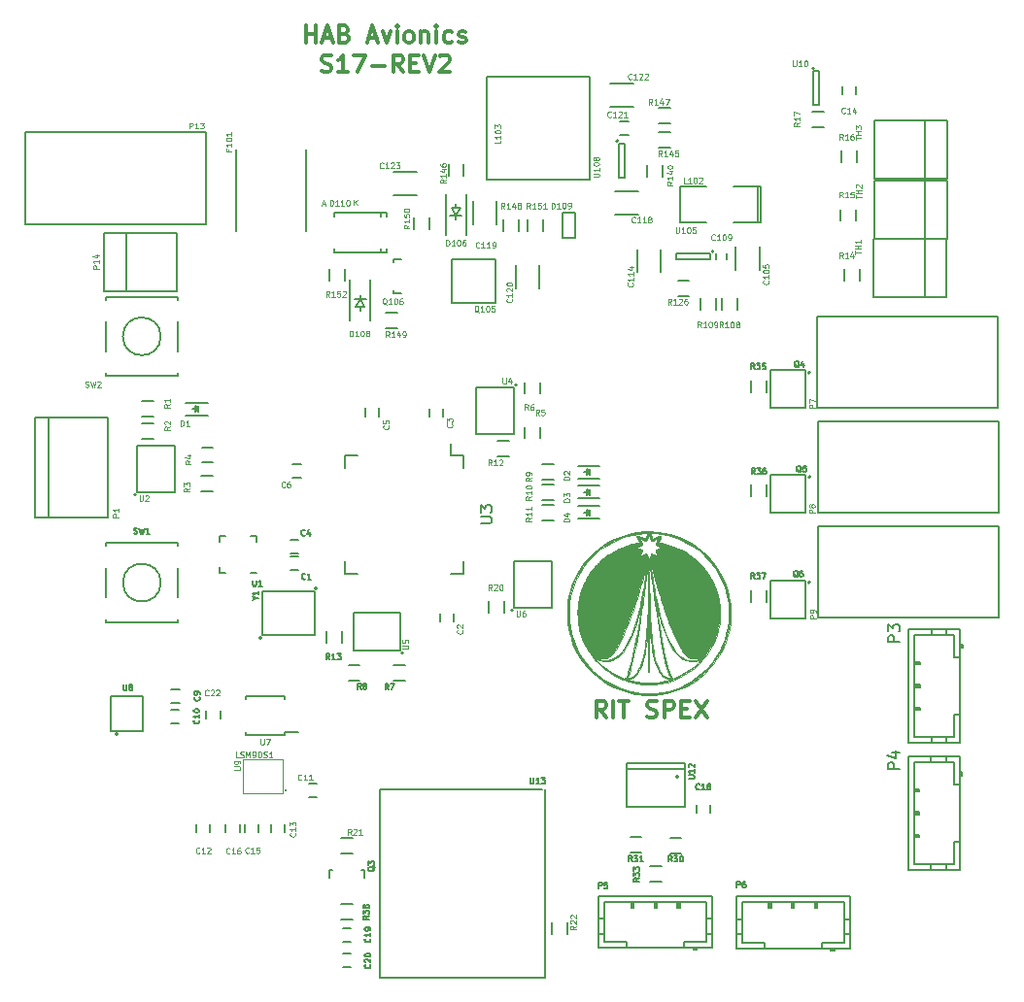
<source format=gbr>
G04 #@! TF.FileFunction,Legend,Top*
%FSLAX46Y46*%
G04 Gerber Fmt 4.6, Leading zero omitted, Abs format (unit mm)*
G04 Created by KiCad (PCBNEW 4.0.5) date 03/03/17 18:09:40*
%MOMM*%
%LPD*%
G01*
G04 APERTURE LIST*
%ADD10C,0.100000*%
%ADD11C,0.300000*%
%ADD12C,0.150000*%
%ADD13C,0.010000*%
%ADD14C,0.250000*%
%ADD15C,0.030000*%
%ADD16C,0.125000*%
%ADD17C,0.127000*%
%ADD18C,0.050000*%
G04 APERTURE END LIST*
D10*
D11*
X136196429Y-56978571D02*
X136196429Y-55478571D01*
X136196429Y-56192857D02*
X137053572Y-56192857D01*
X137053572Y-56978571D02*
X137053572Y-55478571D01*
X137696429Y-56550000D02*
X138410715Y-56550000D01*
X137553572Y-56978571D02*
X138053572Y-55478571D01*
X138553572Y-56978571D01*
X139553572Y-56192857D02*
X139767858Y-56264286D01*
X139839286Y-56335714D01*
X139910715Y-56478571D01*
X139910715Y-56692857D01*
X139839286Y-56835714D01*
X139767858Y-56907143D01*
X139625000Y-56978571D01*
X139053572Y-56978571D01*
X139053572Y-55478571D01*
X139553572Y-55478571D01*
X139696429Y-55550000D01*
X139767858Y-55621429D01*
X139839286Y-55764286D01*
X139839286Y-55907143D01*
X139767858Y-56050000D01*
X139696429Y-56121429D01*
X139553572Y-56192857D01*
X139053572Y-56192857D01*
X141625000Y-56550000D02*
X142339286Y-56550000D01*
X141482143Y-56978571D02*
X141982143Y-55478571D01*
X142482143Y-56978571D01*
X142839286Y-55978571D02*
X143196429Y-56978571D01*
X143553571Y-55978571D01*
X144125000Y-56978571D02*
X144125000Y-55978571D01*
X144125000Y-55478571D02*
X144053571Y-55550000D01*
X144125000Y-55621429D01*
X144196428Y-55550000D01*
X144125000Y-55478571D01*
X144125000Y-55621429D01*
X145053572Y-56978571D02*
X144910714Y-56907143D01*
X144839286Y-56835714D01*
X144767857Y-56692857D01*
X144767857Y-56264286D01*
X144839286Y-56121429D01*
X144910714Y-56050000D01*
X145053572Y-55978571D01*
X145267857Y-55978571D01*
X145410714Y-56050000D01*
X145482143Y-56121429D01*
X145553572Y-56264286D01*
X145553572Y-56692857D01*
X145482143Y-56835714D01*
X145410714Y-56907143D01*
X145267857Y-56978571D01*
X145053572Y-56978571D01*
X146196429Y-55978571D02*
X146196429Y-56978571D01*
X146196429Y-56121429D02*
X146267857Y-56050000D01*
X146410715Y-55978571D01*
X146625000Y-55978571D01*
X146767857Y-56050000D01*
X146839286Y-56192857D01*
X146839286Y-56978571D01*
X147553572Y-56978571D02*
X147553572Y-55978571D01*
X147553572Y-55478571D02*
X147482143Y-55550000D01*
X147553572Y-55621429D01*
X147625000Y-55550000D01*
X147553572Y-55478571D01*
X147553572Y-55621429D01*
X148910715Y-56907143D02*
X148767858Y-56978571D01*
X148482144Y-56978571D01*
X148339286Y-56907143D01*
X148267858Y-56835714D01*
X148196429Y-56692857D01*
X148196429Y-56264286D01*
X148267858Y-56121429D01*
X148339286Y-56050000D01*
X148482144Y-55978571D01*
X148767858Y-55978571D01*
X148910715Y-56050000D01*
X149482143Y-56907143D02*
X149625000Y-56978571D01*
X149910715Y-56978571D01*
X150053572Y-56907143D01*
X150125000Y-56764286D01*
X150125000Y-56692857D01*
X150053572Y-56550000D01*
X149910715Y-56478571D01*
X149696429Y-56478571D01*
X149553572Y-56407143D01*
X149482143Y-56264286D01*
X149482143Y-56192857D01*
X149553572Y-56050000D01*
X149696429Y-55978571D01*
X149910715Y-55978571D01*
X150053572Y-56050000D01*
X137553572Y-59457143D02*
X137767858Y-59528571D01*
X138125001Y-59528571D01*
X138267858Y-59457143D01*
X138339287Y-59385714D01*
X138410715Y-59242857D01*
X138410715Y-59100000D01*
X138339287Y-58957143D01*
X138267858Y-58885714D01*
X138125001Y-58814286D01*
X137839287Y-58742857D01*
X137696429Y-58671429D01*
X137625001Y-58600000D01*
X137553572Y-58457143D01*
X137553572Y-58314286D01*
X137625001Y-58171429D01*
X137696429Y-58100000D01*
X137839287Y-58028571D01*
X138196429Y-58028571D01*
X138410715Y-58100000D01*
X139839286Y-59528571D02*
X138982143Y-59528571D01*
X139410715Y-59528571D02*
X139410715Y-58028571D01*
X139267858Y-58242857D01*
X139125000Y-58385714D01*
X138982143Y-58457143D01*
X140339286Y-58028571D02*
X141339286Y-58028571D01*
X140696429Y-59528571D01*
X141910714Y-58957143D02*
X143053571Y-58957143D01*
X144625000Y-59528571D02*
X144125000Y-58814286D01*
X143767857Y-59528571D02*
X143767857Y-58028571D01*
X144339285Y-58028571D01*
X144482143Y-58100000D01*
X144553571Y-58171429D01*
X144625000Y-58314286D01*
X144625000Y-58528571D01*
X144553571Y-58671429D01*
X144482143Y-58742857D01*
X144339285Y-58814286D01*
X143767857Y-58814286D01*
X145267857Y-58742857D02*
X145767857Y-58742857D01*
X145982143Y-59528571D02*
X145267857Y-59528571D01*
X145267857Y-58028571D01*
X145982143Y-58028571D01*
X146410714Y-58028571D02*
X146910714Y-59528571D01*
X147410714Y-58028571D01*
X147839285Y-58171429D02*
X147910714Y-58100000D01*
X148053571Y-58028571D01*
X148410714Y-58028571D01*
X148553571Y-58100000D01*
X148625000Y-58171429D01*
X148696428Y-58314286D01*
X148696428Y-58457143D01*
X148625000Y-58671429D01*
X147767857Y-59528571D01*
X148696428Y-59528571D01*
X162332144Y-115828571D02*
X161832144Y-115114286D01*
X161475001Y-115828571D02*
X161475001Y-114328571D01*
X162046429Y-114328571D01*
X162189287Y-114400000D01*
X162260715Y-114471429D01*
X162332144Y-114614286D01*
X162332144Y-114828571D01*
X162260715Y-114971429D01*
X162189287Y-115042857D01*
X162046429Y-115114286D01*
X161475001Y-115114286D01*
X162975001Y-115828571D02*
X162975001Y-114328571D01*
X163475001Y-114328571D02*
X164332144Y-114328571D01*
X163903573Y-115828571D02*
X163903573Y-114328571D01*
X165903572Y-115757143D02*
X166117858Y-115828571D01*
X166475001Y-115828571D01*
X166617858Y-115757143D01*
X166689287Y-115685714D01*
X166760715Y-115542857D01*
X166760715Y-115400000D01*
X166689287Y-115257143D01*
X166617858Y-115185714D01*
X166475001Y-115114286D01*
X166189287Y-115042857D01*
X166046429Y-114971429D01*
X165975001Y-114900000D01*
X165903572Y-114757143D01*
X165903572Y-114614286D01*
X165975001Y-114471429D01*
X166046429Y-114400000D01*
X166189287Y-114328571D01*
X166546429Y-114328571D01*
X166760715Y-114400000D01*
X167403572Y-115828571D02*
X167403572Y-114328571D01*
X167975000Y-114328571D01*
X168117858Y-114400000D01*
X168189286Y-114471429D01*
X168260715Y-114614286D01*
X168260715Y-114828571D01*
X168189286Y-114971429D01*
X168117858Y-115042857D01*
X167975000Y-115114286D01*
X167403572Y-115114286D01*
X168903572Y-115042857D02*
X169403572Y-115042857D01*
X169617858Y-115828571D02*
X168903572Y-115828571D01*
X168903572Y-114328571D01*
X169617858Y-114328571D01*
X170117858Y-114328571D02*
X171117858Y-115828571D01*
X171117858Y-114328571D02*
X170117858Y-115828571D01*
D12*
X158950000Y-133700000D02*
X158950000Y-134700000D01*
X157600000Y-134700000D02*
X157600000Y-133700000D01*
X140250000Y-127675000D02*
X139250000Y-127675000D01*
X139250000Y-126325000D02*
X140250000Y-126325000D01*
X153425000Y-105675000D02*
X153425000Y-106675000D01*
X152075000Y-106675000D02*
X152075000Y-105675000D01*
X120520000Y-73520000D02*
X120520000Y-78600000D01*
X124965000Y-73520000D02*
X124965000Y-78600000D01*
X118615000Y-78600000D02*
X118615000Y-73520000D01*
X118615000Y-78600000D02*
X124965000Y-78600000D01*
X118615000Y-73520000D02*
X124965000Y-73520000D01*
X128637800Y-103191400D02*
X128637800Y-102691400D01*
X131887800Y-99941400D02*
X131887800Y-100441400D01*
X128637800Y-99941400D02*
X128637800Y-100441400D01*
X131887800Y-103191400D02*
X131387800Y-103191400D01*
X131887800Y-99941400D02*
X131387800Y-99941400D01*
X128637800Y-99941400D02*
X129137800Y-99941400D01*
X128637800Y-103191400D02*
X129137800Y-103191400D01*
X119818300Y-117238700D02*
G75*
G03X119818300Y-117238700I-127000J0D01*
G01*
X119201545Y-116067215D02*
X119201545Y-116956215D01*
X119201545Y-116956215D02*
X121995545Y-116956215D01*
X121995545Y-116956215D02*
X121995545Y-113908215D01*
X121995545Y-113908215D02*
X119201545Y-113908215D01*
X119201545Y-113908215D02*
X119201545Y-116067215D01*
X137171600Y-104538200D02*
G75*
G03X137171600Y-104538200I-127000J0D01*
G01*
X132345600Y-108856200D02*
G75*
G03X132345600Y-108856200I-127000J0D01*
G01*
X133361600Y-104792200D02*
X132345600Y-104792200D01*
X132345600Y-104792200D02*
X132345600Y-108602200D01*
X132345600Y-108602200D02*
X136917600Y-108602200D01*
X136917600Y-108602200D02*
X136917600Y-104792200D01*
X136917600Y-104792200D02*
X133361600Y-104792200D01*
X163401106Y-65546280D02*
G75*
G03X163401106Y-65546280I-100000J0D01*
G01*
X163951106Y-65796280D02*
X163451106Y-65796280D01*
X163951106Y-68696280D02*
X163951106Y-65796280D01*
X163451106Y-68696280D02*
X163951106Y-68696280D01*
X163451106Y-65796280D02*
X163451106Y-68696280D01*
X171726354Y-75158250D02*
G75*
G03X171726354Y-75158250I-100000J0D01*
G01*
X171376354Y-75808250D02*
X171376354Y-75308250D01*
X168476354Y-75808250D02*
X171376354Y-75808250D01*
X168476354Y-75308250D02*
X168476354Y-75808250D01*
X171376354Y-75308250D02*
X168476354Y-75308250D01*
X168680300Y-120968600D02*
G75*
G03X168680300Y-120968600I-127000J0D01*
G01*
X169188300Y-120333600D02*
X164108300Y-120333600D01*
X169188300Y-123635600D02*
X164108300Y-123635600D01*
X169188300Y-119825600D02*
X164108300Y-119825600D01*
X169188300Y-119825600D02*
X169188300Y-123635600D01*
X164108300Y-119825600D02*
X164108300Y-123635600D01*
X180474923Y-59209019D02*
G75*
G03X180474923Y-59209019I-100000J0D01*
G01*
X180924923Y-59459019D02*
X180424923Y-59459019D01*
X180924923Y-62359019D02*
X180924923Y-59459019D01*
X180424923Y-62359019D02*
X180924923Y-62359019D01*
X180424923Y-59459019D02*
X180424923Y-62359019D01*
X134304000Y-117322800D02*
X134304000Y-117072800D01*
X130954000Y-117322800D02*
X130954000Y-117072800D01*
X130954000Y-113972800D02*
X130954000Y-114222800D01*
X134304000Y-113972800D02*
X134304000Y-114222800D01*
X134304000Y-117322800D02*
X130954000Y-117322800D01*
X134304000Y-113972800D02*
X130954000Y-113972800D01*
X134304000Y-117072800D02*
X135554000Y-117072800D01*
X144647823Y-110159400D02*
G75*
G03X144647823Y-110159400I-86023J0D01*
G01*
X140309800Y-109091400D02*
X140309800Y-109980400D01*
X140309800Y-109980400D02*
X144373800Y-109980400D01*
X144373800Y-109980400D02*
X144373800Y-106678400D01*
X144373800Y-106678400D02*
X140309800Y-106678400D01*
X140309800Y-106678400D02*
X140309800Y-109091400D01*
X154538882Y-86795631D02*
G75*
G03X154538882Y-86795631I-86023J0D01*
G01*
X153384859Y-91047631D02*
X154273859Y-91047631D01*
X154273859Y-91047631D02*
X154273859Y-86983631D01*
X154273859Y-86983631D02*
X150971859Y-86983631D01*
X150971859Y-86983631D02*
X150971859Y-91047631D01*
X150971859Y-91047631D02*
X153384859Y-91047631D01*
X149915800Y-92937000D02*
X148840800Y-92937000D01*
X149915800Y-103287000D02*
X148840800Y-103287000D01*
X139565800Y-103287000D02*
X140640800Y-103287000D01*
X139565800Y-92937000D02*
X140640800Y-92937000D01*
X149915800Y-92937000D02*
X149915800Y-94012000D01*
X139565800Y-92937000D02*
X139565800Y-94012000D01*
X139565800Y-103287000D02*
X139565800Y-102212000D01*
X149915800Y-103287000D02*
X149915800Y-102212000D01*
X148840800Y-92937000D02*
X148840800Y-91912000D01*
X121406823Y-96369600D02*
G75*
G03X121406823Y-96369600I-86023J0D01*
G01*
X122388800Y-92117600D02*
X121499800Y-92117600D01*
X121499800Y-92117600D02*
X121499800Y-96181600D01*
X121499800Y-96181600D02*
X124801800Y-96181600D01*
X124801800Y-96181600D02*
X124801800Y-92117600D01*
X124801800Y-92117600D02*
X122388800Y-92117600D01*
X190125000Y-68856000D02*
X190125000Y-63776000D01*
X185680000Y-68856000D02*
X185680000Y-63776000D01*
X192030000Y-63776000D02*
X192030000Y-68856000D01*
X192030000Y-63776000D02*
X185680000Y-63776000D01*
X192030000Y-68856000D02*
X185680000Y-68856000D01*
X190125000Y-74025000D02*
X190125000Y-68945000D01*
X185680000Y-74025000D02*
X185680000Y-68945000D01*
X192030000Y-68945000D02*
X192030000Y-74025000D01*
X192030000Y-68945000D02*
X185680000Y-68945000D01*
X192030000Y-74025000D02*
X185680000Y-74025000D01*
X190119400Y-79173800D02*
X190119400Y-74093800D01*
X185674400Y-79173800D02*
X185674400Y-74093800D01*
X192024400Y-74093800D02*
X192024400Y-79173800D01*
X192024400Y-74093800D02*
X185674400Y-74093800D01*
X192024400Y-79173800D02*
X185674400Y-79173800D01*
X118725873Y-79367200D02*
X118725873Y-79117200D01*
X118725873Y-79117200D02*
X125025873Y-79117200D01*
X125025873Y-79117200D02*
X125025873Y-79367200D01*
X118725873Y-83867200D02*
X118725873Y-81267200D01*
X125025873Y-85767200D02*
X125025873Y-86017200D01*
X125025873Y-86017200D02*
X118725873Y-86017200D01*
X118725873Y-86017200D02*
X118725873Y-85767200D01*
X125025873Y-81267200D02*
X125025873Y-83867200D01*
X123525873Y-82567200D02*
G75*
G03X123525873Y-82567200I-1650000J0D01*
G01*
X118725873Y-100843429D02*
X118725873Y-100593429D01*
X118725873Y-100593429D02*
X125025873Y-100593429D01*
X125025873Y-100593429D02*
X125025873Y-100843429D01*
X118725873Y-105343429D02*
X118725873Y-102743429D01*
X125025873Y-107243429D02*
X125025873Y-107493429D01*
X125025873Y-107493429D02*
X118725873Y-107493429D01*
X118725873Y-107493429D02*
X118725873Y-107243429D01*
X125025873Y-102743429D02*
X125025873Y-105343429D01*
X123525873Y-104043429D02*
G75*
G03X123525873Y-104043429I-1650000J0D01*
G01*
X139584600Y-76718600D02*
X139584600Y-77718600D01*
X138234600Y-77718600D02*
X138234600Y-76718600D01*
X156856600Y-72375200D02*
X156856600Y-73375200D01*
X155506600Y-73375200D02*
X155506600Y-72375200D01*
X146925200Y-72222800D02*
X146925200Y-73222800D01*
X145575200Y-73222800D02*
X145575200Y-72222800D01*
X144159400Y-81881400D02*
X143159400Y-81881400D01*
X143159400Y-80531400D02*
X144159400Y-80531400D01*
X154748400Y-72349800D02*
X154748400Y-73349800D01*
X153398400Y-73349800D02*
X153398400Y-72349800D01*
X167923706Y-64001166D02*
X166923706Y-64001166D01*
X166923706Y-62651166D02*
X167923706Y-62651166D01*
X149944845Y-67534439D02*
X149944845Y-68534439D01*
X148594845Y-68534439D02*
X148594845Y-67534439D01*
X166923706Y-64751166D02*
X167923706Y-64751166D01*
X167923706Y-66101166D02*
X166923706Y-66101166D01*
X165948706Y-68626166D02*
X165948706Y-67626166D01*
X167298706Y-67626166D02*
X167298706Y-68626166D01*
X168576354Y-77683250D02*
X169576354Y-77683250D01*
X169576354Y-79033250D02*
X168576354Y-79033250D01*
X171951354Y-79258250D02*
X171951354Y-80258250D01*
X170601354Y-80258250D02*
X170601354Y-79258250D01*
X172401354Y-80258250D02*
X172401354Y-79258250D01*
X173751354Y-79258250D02*
X173751354Y-80258250D01*
X140250000Y-133425000D02*
X139250000Y-133425000D01*
X139250000Y-132075000D02*
X140250000Y-132075000D01*
X176322600Y-104711000D02*
X176322600Y-105711000D01*
X174972600Y-105711000D02*
X174972600Y-104711000D01*
X176322200Y-95506200D02*
X176322200Y-96506200D01*
X174972200Y-96506200D02*
X174972200Y-95506200D01*
X176297200Y-86425200D02*
X176297200Y-87425200D01*
X174947200Y-87425200D02*
X174947200Y-86425200D01*
X166173700Y-128764500D02*
X167173700Y-128764500D01*
X167173700Y-130114500D02*
X166173700Y-130114500D01*
X164433800Y-126224500D02*
X165433800Y-126224500D01*
X165433800Y-127574500D02*
X164433800Y-127574500D01*
X167913600Y-126275300D02*
X168913600Y-126275300D01*
X168913600Y-127625300D02*
X167913600Y-127625300D01*
X181324923Y-64309019D02*
X180324923Y-64309019D01*
X180324923Y-62959019D02*
X181324923Y-62959019D01*
X184180000Y-66346000D02*
X184180000Y-67346000D01*
X182830000Y-67346000D02*
X182830000Y-66346000D01*
X184105000Y-71485000D02*
X184105000Y-72485000D01*
X182755000Y-72485000D02*
X182755000Y-71485000D01*
X184430000Y-76724000D02*
X184430000Y-77724000D01*
X183080000Y-77724000D02*
X183080000Y-76724000D01*
X139308400Y-108261200D02*
X139308400Y-109261200D01*
X137958400Y-109261200D02*
X137958400Y-108261200D01*
X152887859Y-91702431D02*
X153887859Y-91702431D01*
X153887859Y-93052431D02*
X152887859Y-93052431D01*
X157780000Y-98585000D02*
X156780000Y-98585000D01*
X156780000Y-97235000D02*
X157780000Y-97235000D01*
X157780000Y-96835000D02*
X156780000Y-96835000D01*
X156780000Y-95485000D02*
X157780000Y-95485000D01*
X157780000Y-95085000D02*
X156780000Y-95085000D01*
X156780000Y-93735000D02*
X157780000Y-93735000D01*
X139886000Y-111235800D02*
X140886000Y-111235800D01*
X140886000Y-112585800D02*
X139886000Y-112585800D01*
X144797600Y-112585800D02*
X143797600Y-112585800D01*
X143797600Y-111235800D02*
X144797600Y-111235800D01*
X156605000Y-86560000D02*
X156605000Y-87560000D01*
X155255000Y-87560000D02*
X155255000Y-86560000D01*
X155262859Y-91460000D02*
X155262859Y-90460000D01*
X156612859Y-90460000D02*
X156612859Y-91460000D01*
X127095800Y-92230000D02*
X128095800Y-92230000D01*
X128095800Y-93580000D02*
X127095800Y-93580000D01*
X127031600Y-94693800D02*
X128031600Y-94693800D01*
X128031600Y-96043800D02*
X127031600Y-96043800D01*
X121900800Y-90172600D02*
X122900800Y-90172600D01*
X122900800Y-91522600D02*
X121900800Y-91522600D01*
X122876800Y-89592200D02*
X121876800Y-89592200D01*
X121876800Y-88242200D02*
X122876800Y-88242200D01*
X143771160Y-76021040D02*
X143771160Y-76069300D01*
X144472200Y-78820020D02*
X143771160Y-78820020D01*
X143771160Y-78820020D02*
X143771160Y-78571100D01*
X143771160Y-76021040D02*
X143771160Y-75820380D01*
X143771160Y-75820380D02*
X144472200Y-75820380D01*
X152701800Y-79616600D02*
X148891800Y-79616600D01*
X152701800Y-75806600D02*
X152701800Y-79616600D01*
X148891800Y-75806600D02*
X152701800Y-75806600D01*
X148891800Y-79616600D02*
X148891800Y-75806600D01*
X180117703Y-104020900D02*
G75*
G03X180117703Y-104020900I-89803J0D01*
G01*
X179710400Y-107132400D02*
X179710400Y-103830400D01*
X179710400Y-103830400D02*
X176662400Y-103830400D01*
X176662400Y-103830400D02*
X176662400Y-107132400D01*
X176662400Y-107132400D02*
X179710400Y-107132400D01*
X180156503Y-94825500D02*
G75*
G03X180156503Y-94825500I-89803J0D01*
G01*
X179749200Y-97937000D02*
X179749200Y-94635000D01*
X179749200Y-94635000D02*
X176701200Y-94635000D01*
X176701200Y-94635000D02*
X176701200Y-97937000D01*
X176701200Y-97937000D02*
X179749200Y-97937000D01*
X180116903Y-85725700D02*
G75*
G03X180116903Y-85725700I-89803J0D01*
G01*
X179709600Y-88837200D02*
X179709600Y-85535200D01*
X179709600Y-85535200D02*
X176661600Y-85535200D01*
X176661600Y-85535200D02*
X176661600Y-88837200D01*
X176661600Y-88837200D02*
X179709600Y-88837200D01*
X141049160Y-129099760D02*
X141000900Y-129099760D01*
X138250180Y-129800800D02*
X138250180Y-129099760D01*
X138250180Y-129099760D02*
X138499100Y-129099760D01*
X141049160Y-129099760D02*
X141249820Y-129099760D01*
X141249820Y-129099760D02*
X141249820Y-129800800D01*
X127470000Y-64760000D02*
X111720000Y-64760000D01*
X127470000Y-72760000D02*
X127470000Y-64760000D01*
X111720000Y-72760000D02*
X127470000Y-72760000D01*
X111720000Y-72760000D02*
X111720000Y-64760000D01*
X180788000Y-107127200D02*
X196538000Y-107127200D01*
X180788000Y-99127200D02*
X180788000Y-107127200D01*
X196538000Y-99127200D02*
X180788000Y-99127200D01*
X196538000Y-99127200D02*
X196538000Y-107127200D01*
X180773200Y-97961200D02*
X196523200Y-97961200D01*
X180773200Y-89961200D02*
X180773200Y-97961200D01*
X196523200Y-89961200D02*
X180773200Y-89961200D01*
X196523200Y-89961200D02*
X196523200Y-97961200D01*
X180762600Y-88811400D02*
X196512600Y-88811400D01*
X180762600Y-80811400D02*
X180762600Y-88811400D01*
X196512600Y-80811400D02*
X180762600Y-80811400D01*
X196512600Y-80811400D02*
X196512600Y-88811400D01*
X183578700Y-131426200D02*
X183578700Y-135926200D01*
X183578700Y-135926200D02*
X173678700Y-135926200D01*
X173678700Y-135926200D02*
X173678700Y-131426200D01*
X173678700Y-131426200D02*
X183578700Y-131426200D01*
X181128700Y-135926200D02*
X181128700Y-135426200D01*
X181128700Y-135426200D02*
X183078700Y-135426200D01*
X183078700Y-135426200D02*
X183078700Y-131926200D01*
X183078700Y-131926200D02*
X174178700Y-131926200D01*
X174178700Y-131926200D02*
X174178700Y-135426200D01*
X174178700Y-135426200D02*
X176128700Y-135426200D01*
X176128700Y-135426200D02*
X176128700Y-135926200D01*
X183578700Y-134726200D02*
X183078700Y-134726200D01*
X183578700Y-133426200D02*
X183078700Y-133426200D01*
X174178700Y-134726200D02*
X173678700Y-134726200D01*
X174178700Y-133426200D02*
X173678700Y-133426200D01*
X181928700Y-135926200D02*
X181928700Y-136126200D01*
X181928700Y-136126200D02*
X182228700Y-136126200D01*
X182228700Y-136126200D02*
X182228700Y-135926200D01*
X181928700Y-136026200D02*
X182228700Y-136026200D01*
X180728700Y-131926200D02*
X180728700Y-132426200D01*
X180728700Y-132426200D02*
X180528700Y-132426200D01*
X180528700Y-132426200D02*
X180528700Y-131926200D01*
X180628700Y-131926200D02*
X180628700Y-132426200D01*
X178728700Y-131926200D02*
X178728700Y-132426200D01*
X178728700Y-132426200D02*
X178528700Y-132426200D01*
X178528700Y-132426200D02*
X178528700Y-131926200D01*
X178628700Y-131926200D02*
X178628700Y-132426200D01*
X176728700Y-131926200D02*
X176728700Y-132426200D01*
X176728700Y-132426200D02*
X176528700Y-132426200D01*
X176528700Y-132426200D02*
X176528700Y-131926200D01*
X176628700Y-131926200D02*
X176628700Y-132426200D01*
X171607700Y-131363900D02*
X171607700Y-135863900D01*
X171607700Y-135863900D02*
X161707700Y-135863900D01*
X161707700Y-135863900D02*
X161707700Y-131363900D01*
X161707700Y-131363900D02*
X171607700Y-131363900D01*
X169157700Y-135863900D02*
X169157700Y-135363900D01*
X169157700Y-135363900D02*
X171107700Y-135363900D01*
X171107700Y-135363900D02*
X171107700Y-131863900D01*
X171107700Y-131863900D02*
X162207700Y-131863900D01*
X162207700Y-131863900D02*
X162207700Y-135363900D01*
X162207700Y-135363900D02*
X164157700Y-135363900D01*
X164157700Y-135363900D02*
X164157700Y-135863900D01*
X171607700Y-134663900D02*
X171107700Y-134663900D01*
X171607700Y-133363900D02*
X171107700Y-133363900D01*
X162207700Y-134663900D02*
X161707700Y-134663900D01*
X162207700Y-133363900D02*
X161707700Y-133363900D01*
X169957700Y-135863900D02*
X169957700Y-136063900D01*
X169957700Y-136063900D02*
X170257700Y-136063900D01*
X170257700Y-136063900D02*
X170257700Y-135863900D01*
X169957700Y-135963900D02*
X170257700Y-135963900D01*
X168757700Y-131863900D02*
X168757700Y-132363900D01*
X168757700Y-132363900D02*
X168557700Y-132363900D01*
X168557700Y-132363900D02*
X168557700Y-131863900D01*
X168657700Y-131863900D02*
X168657700Y-132363900D01*
X166757700Y-131863900D02*
X166757700Y-132363900D01*
X166757700Y-132363900D02*
X166557700Y-132363900D01*
X166557700Y-132363900D02*
X166557700Y-131863900D01*
X166657700Y-131863900D02*
X166657700Y-132363900D01*
X164757700Y-131863900D02*
X164757700Y-132363900D01*
X164757700Y-132363900D02*
X164557700Y-132363900D01*
X164557700Y-132363900D02*
X164557700Y-131863900D01*
X164657700Y-131863900D02*
X164657700Y-132363900D01*
X188654800Y-119202200D02*
X193154800Y-119202200D01*
X193154800Y-119202200D02*
X193154800Y-129102200D01*
X193154800Y-129102200D02*
X188654800Y-129102200D01*
X188654800Y-129102200D02*
X188654800Y-119202200D01*
X193154800Y-121652200D02*
X192654800Y-121652200D01*
X192654800Y-121652200D02*
X192654800Y-119702200D01*
X192654800Y-119702200D02*
X189154800Y-119702200D01*
X189154800Y-119702200D02*
X189154800Y-128602200D01*
X189154800Y-128602200D02*
X192654800Y-128602200D01*
X192654800Y-128602200D02*
X192654800Y-126652200D01*
X192654800Y-126652200D02*
X193154800Y-126652200D01*
X191954800Y-119202200D02*
X191954800Y-119702200D01*
X190654800Y-119202200D02*
X190654800Y-119702200D01*
X191954800Y-128602200D02*
X191954800Y-129102200D01*
X190654800Y-128602200D02*
X190654800Y-129102200D01*
X193154800Y-120852200D02*
X193354800Y-120852200D01*
X193354800Y-120852200D02*
X193354800Y-120552200D01*
X193354800Y-120552200D02*
X193154800Y-120552200D01*
X193254800Y-120852200D02*
X193254800Y-120552200D01*
X189154800Y-122052200D02*
X189654800Y-122052200D01*
X189654800Y-122052200D02*
X189654800Y-122252200D01*
X189654800Y-122252200D02*
X189154800Y-122252200D01*
X189154800Y-122152200D02*
X189654800Y-122152200D01*
X189154800Y-124052200D02*
X189654800Y-124052200D01*
X189654800Y-124052200D02*
X189654800Y-124252200D01*
X189654800Y-124252200D02*
X189154800Y-124252200D01*
X189154800Y-124152200D02*
X189654800Y-124152200D01*
X189154800Y-126052200D02*
X189654800Y-126052200D01*
X189654800Y-126052200D02*
X189654800Y-126252200D01*
X189654800Y-126252200D02*
X189154800Y-126252200D01*
X189154800Y-126152200D02*
X189654800Y-126152200D01*
X188704800Y-108102200D02*
X193204800Y-108102200D01*
X193204800Y-108102200D02*
X193204800Y-118002200D01*
X193204800Y-118002200D02*
X188704800Y-118002200D01*
X188704800Y-118002200D02*
X188704800Y-108102200D01*
X193204800Y-110552200D02*
X192704800Y-110552200D01*
X192704800Y-110552200D02*
X192704800Y-108602200D01*
X192704800Y-108602200D02*
X189204800Y-108602200D01*
X189204800Y-108602200D02*
X189204800Y-117502200D01*
X189204800Y-117502200D02*
X192704800Y-117502200D01*
X192704800Y-117502200D02*
X192704800Y-115552200D01*
X192704800Y-115552200D02*
X193204800Y-115552200D01*
X192004800Y-108102200D02*
X192004800Y-108602200D01*
X190704800Y-108102200D02*
X190704800Y-108602200D01*
X192004800Y-117502200D02*
X192004800Y-118002200D01*
X190704800Y-117502200D02*
X190704800Y-118002200D01*
X193204800Y-109752200D02*
X193404800Y-109752200D01*
X193404800Y-109752200D02*
X193404800Y-109452200D01*
X193404800Y-109452200D02*
X193204800Y-109452200D01*
X193304800Y-109752200D02*
X193304800Y-109452200D01*
X189204800Y-110952200D02*
X189704800Y-110952200D01*
X189704800Y-110952200D02*
X189704800Y-111152200D01*
X189704800Y-111152200D02*
X189204800Y-111152200D01*
X189204800Y-111052200D02*
X189704800Y-111052200D01*
X189204800Y-112952200D02*
X189704800Y-112952200D01*
X189704800Y-112952200D02*
X189704800Y-113152200D01*
X189704800Y-113152200D02*
X189204800Y-113152200D01*
X189204800Y-113052200D02*
X189704800Y-113052200D01*
X189204800Y-114952200D02*
X189704800Y-114952200D01*
X189704800Y-114952200D02*
X189704800Y-115152200D01*
X189704800Y-115152200D02*
X189204800Y-115152200D01*
X189204800Y-115052200D02*
X189704800Y-115052200D01*
X112551540Y-89671700D02*
X112551540Y-98371700D01*
X118956540Y-89671700D02*
X118956540Y-98371700D01*
X118956540Y-98371700D02*
X112551540Y-98371700D01*
X113781540Y-98371700D02*
X113781540Y-89671700D01*
X112551540Y-89671700D02*
X118956540Y-89671700D01*
X151923706Y-59926166D02*
X160923706Y-59926166D01*
X151923706Y-68926166D02*
X151923706Y-59926166D01*
X160923706Y-68926166D02*
X151923706Y-68926166D01*
X160923706Y-59926166D02*
X160923706Y-68926166D01*
X175576354Y-72658250D02*
X175576354Y-69458250D01*
X168776234Y-72658450D02*
X168776234Y-69458050D01*
X175776354Y-72658250D02*
X175776354Y-69458250D01*
X171080014Y-69452970D02*
X168794014Y-69452970D01*
X168794014Y-72663530D02*
X171080014Y-72663530D01*
X173476354Y-72658250D02*
X175776354Y-72658250D01*
X175776354Y-69458250D02*
X173476354Y-69458250D01*
X136228000Y-66254000D02*
X136228000Y-73366000D01*
X130132000Y-66254000D02*
X130132000Y-73366000D01*
X161780000Y-97360000D02*
X159880000Y-97360000D01*
X161780000Y-98460000D02*
X159880000Y-98460000D01*
X160880000Y-97910000D02*
X160430000Y-97910000D01*
X160930000Y-98160000D02*
X160930000Y-97660000D01*
X160930000Y-97910000D02*
X160680000Y-98160000D01*
X160680000Y-98160000D02*
X160680000Y-97660000D01*
X160680000Y-97660000D02*
X160930000Y-97910000D01*
X161780000Y-95610000D02*
X159880000Y-95610000D01*
X161780000Y-96710000D02*
X159880000Y-96710000D01*
X160880000Y-96160000D02*
X160430000Y-96160000D01*
X160930000Y-96410000D02*
X160930000Y-95910000D01*
X160930000Y-96160000D02*
X160680000Y-96410000D01*
X160680000Y-96410000D02*
X160680000Y-95910000D01*
X160680000Y-95910000D02*
X160930000Y-96160000D01*
X161780000Y-93860000D02*
X159880000Y-93860000D01*
X161780000Y-94960000D02*
X159880000Y-94960000D01*
X160880000Y-94410000D02*
X160430000Y-94410000D01*
X160930000Y-94660000D02*
X160930000Y-94160000D01*
X160930000Y-94410000D02*
X160680000Y-94660000D01*
X160680000Y-94660000D02*
X160680000Y-94160000D01*
X160680000Y-94160000D02*
X160930000Y-94410000D01*
X127603600Y-88367200D02*
X125703600Y-88367200D01*
X127603600Y-89467200D02*
X125703600Y-89467200D01*
X126703600Y-88917200D02*
X126253600Y-88917200D01*
X126753600Y-89167200D02*
X126753600Y-88667200D01*
X126753600Y-88917200D02*
X126503600Y-89167200D01*
X126503600Y-89167200D02*
X126503600Y-88667200D01*
X126503600Y-88667200D02*
X126753600Y-88917200D01*
X143802400Y-70268000D02*
X145802400Y-70268000D01*
X145802400Y-68218000D02*
X143802400Y-68218000D01*
X164723706Y-60501166D02*
X162723706Y-60501166D01*
X162723706Y-62551166D02*
X164723706Y-62551166D01*
X163573706Y-63826166D02*
X164273706Y-63826166D01*
X164273706Y-65026166D02*
X163573706Y-65026166D01*
X154470800Y-76371000D02*
X154470800Y-78371000D01*
X156520800Y-78371000D02*
X156520800Y-76371000D01*
X150737000Y-70807000D02*
X150737000Y-72807000D01*
X152787000Y-72807000D02*
X152787000Y-70807000D01*
X163123706Y-71951166D02*
X165123706Y-71951166D01*
X165123706Y-69901166D02*
X163123706Y-69901166D01*
X165051354Y-74958250D02*
X165051354Y-76958250D01*
X167101354Y-76958250D02*
X167101354Y-74958250D01*
X172851354Y-75808250D02*
X172851354Y-75308250D01*
X171901354Y-75308250D02*
X171901354Y-75808250D01*
X175701354Y-76758250D02*
X175701354Y-74758250D01*
X173651354Y-74758250D02*
X173651354Y-76758250D01*
X127507800Y-115921600D02*
X127507800Y-115221600D01*
X128707800Y-115221600D02*
X128707800Y-115921600D01*
X140100000Y-137600000D02*
X139400000Y-137600000D01*
X139400000Y-136400000D02*
X140100000Y-136400000D01*
X140100000Y-135350000D02*
X139400000Y-135350000D01*
X139400000Y-134150000D02*
X140100000Y-134150000D01*
X170226600Y-124099900D02*
X170226600Y-123399900D01*
X171426600Y-123399900D02*
X171426600Y-124099900D01*
X132073500Y-125098500D02*
X132073500Y-125798500D01*
X130873500Y-125798500D02*
X130873500Y-125098500D01*
X182890000Y-61460000D02*
X182890000Y-60760000D01*
X184090000Y-60760000D02*
X184090000Y-61460000D01*
X134359500Y-125098500D02*
X134359500Y-125798500D01*
X133159500Y-125798500D02*
X133159500Y-125098500D01*
X127831700Y-125098500D02*
X127831700Y-125798500D01*
X126631700Y-125798500D02*
X126631700Y-125098500D01*
X136457500Y-121571900D02*
X137157500Y-121571900D01*
X137157500Y-122771900D02*
X136457500Y-122771900D01*
X124440808Y-115115750D02*
X125140808Y-115115750D01*
X125140808Y-116315750D02*
X124440808Y-116315750D01*
X124453508Y-113363150D02*
X125153508Y-113363150D01*
X125153508Y-114563150D02*
X124453508Y-114563150D01*
X135743600Y-94927400D02*
X135043600Y-94927400D01*
X135043600Y-93727400D02*
X135743600Y-93727400D01*
X141372200Y-89521200D02*
X141372200Y-88821200D01*
X142572200Y-88821200D02*
X142572200Y-89521200D01*
X135515000Y-101480600D02*
X134815000Y-101480600D01*
X134815000Y-100280600D02*
X135515000Y-100280600D01*
X146909400Y-89546600D02*
X146909400Y-88846600D01*
X148109400Y-88846600D02*
X148109400Y-89546600D01*
X149074600Y-106753600D02*
X149074600Y-107453600D01*
X147874600Y-107453600D02*
X147874600Y-106753600D01*
X135515000Y-102979200D02*
X134815000Y-102979200D01*
X134815000Y-101779200D02*
X135515000Y-101779200D01*
X130397100Y-125098500D02*
X130397100Y-125798500D01*
X129197100Y-125798500D02*
X129197100Y-125098500D01*
X154256023Y-106445000D02*
G75*
G03X154256023Y-106445000I-86023J0D01*
G01*
X155238000Y-102193000D02*
X154349000Y-102193000D01*
X154349000Y-102193000D02*
X154349000Y-106257000D01*
X154349000Y-106257000D02*
X157651000Y-106257000D01*
X157651000Y-106257000D02*
X157651000Y-102193000D01*
X157651000Y-102193000D02*
X155238000Y-102193000D01*
X142596500Y-138459200D02*
X157046500Y-138459200D01*
X155275520Y-122059200D02*
X156796500Y-122059200D01*
X142596500Y-138459200D02*
X142596500Y-122059200D01*
X157046500Y-138409200D02*
X157046500Y-122059200D01*
X142596500Y-122059200D02*
X155296500Y-122059200D01*
X149269845Y-71399939D02*
X149269845Y-71018939D01*
X149269845Y-72415939D02*
X149269845Y-72034939D01*
X149269845Y-72034939D02*
X148888845Y-71399939D01*
X148888845Y-71399939D02*
X149650845Y-71399939D01*
X149650845Y-71399939D02*
X149269845Y-72034939D01*
X148761845Y-72034939D02*
X149777845Y-72034939D01*
X150169845Y-73717439D02*
X150169845Y-70177439D01*
X148369845Y-73717439D02*
X148369845Y-70177439D01*
X140916200Y-79974500D02*
X140916200Y-80355500D01*
X140916200Y-78958500D02*
X140916200Y-79339500D01*
X140916200Y-79339500D02*
X141297200Y-79974500D01*
X141297200Y-79974500D02*
X140535200Y-79974500D01*
X140535200Y-79974500D02*
X140916200Y-79339500D01*
X141424200Y-79339500D02*
X140408200Y-79339500D01*
X140016200Y-77657000D02*
X140016200Y-81197000D01*
X141816200Y-77657000D02*
X141816200Y-81197000D01*
X159678000Y-71810000D02*
X158578000Y-71810000D01*
X158578000Y-71810000D02*
X158578000Y-74010000D01*
X158578000Y-74010000D02*
X159678000Y-74010000D01*
X159678000Y-74010000D02*
X159678000Y-71860000D01*
X159678000Y-71860000D02*
X159678000Y-71810000D01*
X142733120Y-71760140D02*
X142733120Y-72110660D01*
X142733120Y-75260260D02*
X142733120Y-74909740D01*
X138683540Y-71760140D02*
X138683540Y-72110660D01*
X143184420Y-71760140D02*
X143184420Y-72110660D01*
X143184420Y-75260260D02*
X143184420Y-74909740D01*
X138683540Y-75260260D02*
X138683540Y-74909740D01*
X143184420Y-71760140D02*
X138683540Y-71760140D01*
X143184420Y-75260260D02*
X138683540Y-75260260D01*
D13*
G36*
X166724728Y-99597772D02*
X166843750Y-99610003D01*
X167386176Y-99691307D01*
X167916459Y-99812556D01*
X168432763Y-99972635D01*
X168933248Y-100170429D01*
X169416076Y-100404822D01*
X169879409Y-100674699D01*
X170321409Y-100978945D01*
X170740236Y-101316444D01*
X171134052Y-101686082D01*
X171501020Y-102086743D01*
X171839300Y-102517312D01*
X171988906Y-102731250D01*
X172276401Y-103194916D01*
X172525193Y-103674316D01*
X172735658Y-104170465D01*
X172908172Y-104684380D01*
X173043112Y-105217078D01*
X173140854Y-105769577D01*
X173156046Y-105883127D01*
X173171309Y-106039228D01*
X173182442Y-106227532D01*
X173189451Y-106438112D01*
X173192341Y-106661039D01*
X173191115Y-106886386D01*
X173185779Y-107104224D01*
X173176338Y-107304626D01*
X173162795Y-107477664D01*
X173155253Y-107544846D01*
X173064389Y-108101667D01*
X172934909Y-108641263D01*
X172766859Y-109163508D01*
X172560288Y-109668274D01*
X172315242Y-110155434D01*
X172031771Y-110624862D01*
X171959872Y-110732169D01*
X171632888Y-111174051D01*
X171276436Y-111586285D01*
X170892278Y-111967801D01*
X170482175Y-112317529D01*
X170047891Y-112634401D01*
X169591188Y-112917347D01*
X169113827Y-113165297D01*
X168617571Y-113377183D01*
X168104183Y-113551933D01*
X167575423Y-113688480D01*
X167033056Y-113785754D01*
X166899098Y-113803377D01*
X166806135Y-113812479D01*
X166684398Y-113821055D01*
X166541808Y-113828864D01*
X166386285Y-113835667D01*
X166225749Y-113841221D01*
X166068120Y-113845287D01*
X165921321Y-113847624D01*
X165793269Y-113847991D01*
X165691887Y-113846148D01*
X165626667Y-113842037D01*
X165574846Y-113836488D01*
X165493371Y-113828180D01*
X165394728Y-113818373D01*
X165319750Y-113811060D01*
X164795105Y-113739354D01*
X164280000Y-113627524D01*
X163776469Y-113477109D01*
X163286549Y-113289650D01*
X162812275Y-113066684D01*
X162355682Y-112809752D01*
X161918805Y-112520393D01*
X161503681Y-112200145D01*
X161112344Y-111850548D01*
X160746831Y-111473141D01*
X160409175Y-111069464D01*
X160101413Y-110641055D01*
X159825580Y-110189455D01*
X159583712Y-109716201D01*
X159429161Y-109356417D01*
X159263120Y-108898297D01*
X159132338Y-108448131D01*
X159035237Y-107997510D01*
X158970241Y-107538026D01*
X158935774Y-107061274D01*
X158929004Y-106689417D01*
X158930957Y-106520083D01*
X159092552Y-106520083D01*
X159094206Y-106998719D01*
X159124034Y-107453783D01*
X159183358Y-107894430D01*
X159273501Y-108329816D01*
X159395784Y-108769095D01*
X159434876Y-108890750D01*
X159601815Y-109348890D01*
X159791707Y-109777993D01*
X160009365Y-110187267D01*
X160259598Y-110585923D01*
X160485110Y-110901583D01*
X160829058Y-111324545D01*
X161200530Y-111715884D01*
X161597946Y-112074719D01*
X162019729Y-112400171D01*
X162464299Y-112691360D01*
X162930076Y-112947405D01*
X163415482Y-113167426D01*
X163918939Y-113350543D01*
X164438866Y-113495876D01*
X164973685Y-113602545D01*
X165437454Y-113662026D01*
X165559380Y-113670661D01*
X165712657Y-113676791D01*
X165886377Y-113680407D01*
X166069629Y-113681498D01*
X166251507Y-113680054D01*
X166421099Y-113676066D01*
X166567499Y-113669523D01*
X166653250Y-113663147D01*
X167203951Y-113591141D01*
X167739894Y-113480130D01*
X168259714Y-113330870D01*
X168762045Y-113144119D01*
X169245522Y-112920633D01*
X169708780Y-112661168D01*
X170150454Y-112366482D01*
X170569179Y-112037330D01*
X170963589Y-111674470D01*
X171332319Y-111278658D01*
X171636057Y-110901583D01*
X171947614Y-110453476D01*
X172219945Y-109989963D01*
X172453247Y-109510518D01*
X172647720Y-109014619D01*
X172803561Y-108501740D01*
X172920971Y-107971359D01*
X173000146Y-107422950D01*
X173016013Y-107260128D01*
X173033604Y-106934478D01*
X173033110Y-106583352D01*
X173015391Y-106219131D01*
X172981302Y-105854200D01*
X172931702Y-105500940D01*
X172873168Y-105197167D01*
X172736964Y-104678710D01*
X172563481Y-104177798D01*
X172354427Y-103695883D01*
X172111509Y-103234416D01*
X171836435Y-102794848D01*
X171530913Y-102378630D01*
X171196650Y-101987215D01*
X170835353Y-101622054D01*
X170448732Y-101284598D01*
X170038493Y-100976298D01*
X169606343Y-100698606D01*
X169153991Y-100452973D01*
X168683145Y-100240852D01*
X168195511Y-100063692D01*
X167692797Y-99922946D01*
X167176712Y-99820066D01*
X166648963Y-99756501D01*
X166456814Y-99743542D01*
X166345520Y-99738234D01*
X166270392Y-99736605D01*
X166225392Y-99739027D01*
X166204482Y-99745871D01*
X166201625Y-99757509D01*
X166202195Y-99759208D01*
X166213753Y-99790513D01*
X166236337Y-99851991D01*
X166266427Y-99934058D01*
X166293012Y-100006651D01*
X166329432Y-100103259D01*
X166356359Y-100165765D01*
X166377362Y-100200335D01*
X166396009Y-100213136D01*
X166411752Y-100211808D01*
X166444140Y-100198750D01*
X166506949Y-100171172D01*
X166592305Y-100132607D01*
X166692340Y-100086589D01*
X166738192Y-100065257D01*
X166878633Y-100002117D01*
X166984462Y-99961677D01*
X167057754Y-99945516D01*
X167100585Y-99955209D01*
X167115029Y-99992335D01*
X167103162Y-100058471D01*
X167067058Y-100155194D01*
X167013348Y-100274408D01*
X166970517Y-100368819D01*
X166936631Y-100449846D01*
X166914737Y-100509703D01*
X166907885Y-100540603D01*
X166908414Y-100542382D01*
X166936652Y-100557403D01*
X166970925Y-100561667D01*
X167028906Y-100566848D01*
X167119355Y-100581220D01*
X167233845Y-100603026D01*
X167363952Y-100630510D01*
X167501248Y-100661916D01*
X167637309Y-100695486D01*
X167727646Y-100719426D01*
X168198926Y-100870320D01*
X168657199Y-101060268D01*
X169099685Y-101287245D01*
X169523600Y-101549223D01*
X169926161Y-101844178D01*
X170304586Y-102170082D01*
X170656091Y-102524909D01*
X170977895Y-102906635D01*
X171246484Y-103281583D01*
X171512532Y-103722826D01*
X171739739Y-104180645D01*
X171927696Y-104653870D01*
X172075997Y-105141332D01*
X172184233Y-105641860D01*
X172251997Y-106154285D01*
X172253636Y-106172476D01*
X172263081Y-106322419D01*
X172268096Y-106500547D01*
X172268919Y-106696517D01*
X172265786Y-106899986D01*
X172258935Y-107100611D01*
X172248603Y-107288049D01*
X172235026Y-107451956D01*
X172221833Y-107560234D01*
X172125002Y-108074217D01*
X171989674Y-108572230D01*
X171816746Y-109052751D01*
X171607120Y-109514256D01*
X171361694Y-109955223D01*
X171081369Y-110374129D01*
X170767043Y-110769449D01*
X170419616Y-111139663D01*
X170039989Y-111483245D01*
X169785917Y-111684425D01*
X169398990Y-111951461D01*
X168986710Y-112191383D01*
X168555906Y-112401086D01*
X168113405Y-112577468D01*
X167666036Y-112717427D01*
X167343602Y-112794138D01*
X167170292Y-112828664D01*
X167018632Y-112855838D01*
X166879414Y-112876502D01*
X166743426Y-112891501D01*
X166601459Y-112901680D01*
X166444303Y-112907882D01*
X166262748Y-112910951D01*
X166060584Y-112911735D01*
X165847529Y-112910848D01*
X165667572Y-112907627D01*
X165511502Y-112901226D01*
X165370110Y-112890802D01*
X165234184Y-112875510D01*
X165094516Y-112854506D01*
X164941895Y-112826946D01*
X164777565Y-112794138D01*
X164316387Y-112678498D01*
X163859968Y-112523277D01*
X163747016Y-112474723D01*
X164212280Y-112474723D01*
X164218152Y-112489684D01*
X164263908Y-112509175D01*
X164303750Y-112522234D01*
X164472897Y-112569693D01*
X164673450Y-112616446D01*
X164894502Y-112660459D01*
X165125146Y-112699700D01*
X165354477Y-112732136D01*
X165542000Y-112753008D01*
X165664473Y-112760848D01*
X165818691Y-112764910D01*
X165994259Y-112765433D01*
X166180780Y-112762655D01*
X166367858Y-112756814D01*
X166545095Y-112748148D01*
X166702096Y-112736895D01*
X166826211Y-112723599D01*
X167157488Y-112670568D01*
X167489036Y-112602037D01*
X167701000Y-112549359D01*
X167813621Y-112517219D01*
X167888158Y-112491492D01*
X167923741Y-112472633D01*
X167919504Y-112461097D01*
X167876796Y-112457333D01*
X167753787Y-112440774D01*
X167616461Y-112394515D01*
X167474570Y-112323682D01*
X167337865Y-112233399D01*
X167216098Y-112128792D01*
X167180041Y-112091103D01*
X167047818Y-111926737D01*
X166925076Y-111735675D01*
X166811464Y-111516542D01*
X166706630Y-111267961D01*
X166610225Y-110988556D01*
X166521896Y-110676952D01*
X166441295Y-110331772D01*
X166368069Y-109951639D01*
X166301868Y-109535177D01*
X166242341Y-109081011D01*
X166189138Y-108587764D01*
X166141908Y-108054060D01*
X166137762Y-108001750D01*
X166134468Y-107979291D01*
X166131429Y-107998814D01*
X166128649Y-108059970D01*
X166126133Y-108162409D01*
X166123884Y-108305780D01*
X166121908Y-108489735D01*
X166120207Y-108713921D01*
X166118786Y-108977991D01*
X166117649Y-109281594D01*
X166116800Y-109624379D01*
X166116491Y-109806208D01*
X166113500Y-111843500D01*
X166007667Y-111843500D01*
X166005019Y-109774458D01*
X166004552Y-109434413D01*
X166004049Y-109134731D01*
X166003475Y-108873443D01*
X166002794Y-108648581D01*
X166001970Y-108458173D01*
X166000968Y-108300251D01*
X165999752Y-108172844D01*
X165998286Y-108073985D01*
X165996534Y-108001702D01*
X165994461Y-107954026D01*
X165992030Y-107928988D01*
X165989207Y-107924618D01*
X165985955Y-107938947D01*
X165982238Y-107970005D01*
X165978021Y-108015822D01*
X165973989Y-108065250D01*
X165931393Y-108556666D01*
X165884014Y-109009478D01*
X165831334Y-109427201D01*
X165772837Y-109813348D01*
X165708005Y-110171435D01*
X165636322Y-110504974D01*
X165583532Y-110719047D01*
X165481743Y-111066434D01*
X165367054Y-111376390D01*
X165239818Y-111648431D01*
X165100386Y-111882075D01*
X164949112Y-112076839D01*
X164786348Y-112232238D01*
X164612446Y-112347790D01*
X164427759Y-112423011D01*
X164323174Y-112446774D01*
X164247038Y-112461388D01*
X164212280Y-112474723D01*
X163747016Y-112474723D01*
X163412825Y-112331067D01*
X162979473Y-112104460D01*
X162564427Y-111846046D01*
X162172204Y-111558418D01*
X161807320Y-111244168D01*
X161474291Y-110905886D01*
X161460389Y-110890434D01*
X161275325Y-110667025D01*
X161419753Y-110667025D01*
X161430264Y-110684808D01*
X161466795Y-110726669D01*
X161524439Y-110787780D01*
X161598290Y-110863309D01*
X161683439Y-110948429D01*
X161774981Y-111038309D01*
X161868009Y-111128120D01*
X161957616Y-111213033D01*
X162038895Y-111288219D01*
X162106939Y-111348846D01*
X162144750Y-111380588D01*
X162511693Y-111655296D01*
X162895546Y-111903982D01*
X163288120Y-112121783D01*
X163681222Y-112303839D01*
X163742834Y-112329010D01*
X163823233Y-112361507D01*
X163874026Y-112380941D01*
X163905357Y-112388805D01*
X163927374Y-112386589D01*
X163932191Y-112384311D01*
X164102667Y-112384311D01*
X164121885Y-112393058D01*
X164175044Y-112390767D01*
X164255398Y-112378103D01*
X164330614Y-112361921D01*
X164490037Y-112311745D01*
X164632050Y-112237703D01*
X164769867Y-112132489D01*
X164807656Y-112098178D01*
X164940044Y-111956394D01*
X165063798Y-111786302D01*
X165179093Y-111586995D01*
X165286104Y-111357561D01*
X165385006Y-111097092D01*
X165475974Y-110804679D01*
X165559181Y-110479410D01*
X165634803Y-110120377D01*
X165703015Y-109726671D01*
X165763991Y-109297381D01*
X165817906Y-108831598D01*
X165864934Y-108328413D01*
X165905251Y-107786915D01*
X165939030Y-107206196D01*
X165966447Y-106585346D01*
X165986715Y-105959167D01*
X165990306Y-105807060D01*
X165993517Y-105631081D01*
X165996348Y-105434753D01*
X165998799Y-105221594D01*
X166000870Y-104995126D01*
X166002560Y-104758870D01*
X166003580Y-104569710D01*
X166117112Y-104569710D01*
X166122819Y-105287643D01*
X166134781Y-105965423D01*
X166153103Y-106603922D01*
X166177890Y-107204013D01*
X166209247Y-107766568D01*
X166247278Y-108292462D01*
X166292089Y-108782565D01*
X166343783Y-109237752D01*
X166402466Y-109658895D01*
X166468242Y-110046867D01*
X166541216Y-110402540D01*
X166621493Y-110726788D01*
X166709177Y-111020483D01*
X166804374Y-111284499D01*
X166907187Y-111519707D01*
X167017722Y-111726982D01*
X167079087Y-111825228D01*
X167207652Y-111991973D01*
X167354928Y-112134649D01*
X167514601Y-112248665D01*
X167680358Y-112329433D01*
X167828000Y-112369653D01*
X167925397Y-112384652D01*
X167986077Y-112391146D01*
X168014714Y-112389523D01*
X168018500Y-112385377D01*
X168007624Y-112364770D01*
X167979339Y-112319675D01*
X167946168Y-112269436D01*
X167873045Y-112141397D01*
X167797583Y-111971156D01*
X167719793Y-111758779D01*
X167639689Y-111504331D01*
X167557283Y-111207878D01*
X167472588Y-110869486D01*
X167385615Y-110489220D01*
X167296378Y-110067147D01*
X167204889Y-109603332D01*
X167111160Y-109097840D01*
X167015205Y-108550738D01*
X166917035Y-107962091D01*
X166816663Y-107331965D01*
X166714102Y-106660426D01*
X166663522Y-106316155D01*
X166753231Y-106316155D01*
X166756634Y-106365238D01*
X166765903Y-106445812D01*
X166781204Y-106559639D01*
X166802704Y-106708487D01*
X166830566Y-106894118D01*
X166864958Y-107118297D01*
X166898595Y-107335000D01*
X166992703Y-107925496D01*
X167085704Y-108481938D01*
X167177455Y-109003738D01*
X167267813Y-109490309D01*
X167356634Y-109941063D01*
X167443774Y-110355413D01*
X167529090Y-110732772D01*
X167612438Y-111072551D01*
X167693675Y-111374164D01*
X167772658Y-111637022D01*
X167849243Y-111860540D01*
X167923287Y-112044128D01*
X167994646Y-112187199D01*
X168063176Y-112289167D01*
X168122252Y-112345264D01*
X168191292Y-112391945D01*
X168311271Y-112347594D01*
X168376784Y-112321333D01*
X168468644Y-112281799D01*
X168575096Y-112234166D01*
X168684387Y-112183611D01*
X168693793Y-112179174D01*
X169131157Y-111950039D01*
X169548753Y-111685007D01*
X169949305Y-111382284D01*
X170109615Y-111246525D01*
X170193759Y-111170519D01*
X170279750Y-111088613D01*
X170362427Y-111006240D01*
X170436632Y-110928836D01*
X170497202Y-110861836D01*
X170538978Y-110810674D01*
X170556799Y-110780786D01*
X170556234Y-110776154D01*
X170533871Y-110778878D01*
X170481013Y-110792913D01*
X170407136Y-110815625D01*
X170367995Y-110828498D01*
X170108190Y-110896155D01*
X169853838Y-110922354D01*
X169601949Y-110907117D01*
X169349533Y-110850468D01*
X169306970Y-110836925D01*
X169080984Y-110740364D01*
X168859777Y-110602450D01*
X168643881Y-110423951D01*
X168433828Y-110205634D01*
X168230152Y-109948266D01*
X168033384Y-109652614D01*
X167844058Y-109319446D01*
X167662706Y-108949529D01*
X167489861Y-108543630D01*
X167326055Y-108102516D01*
X167248580Y-107871680D01*
X167185041Y-107674459D01*
X167119532Y-107468447D01*
X167054308Y-107260933D01*
X166991623Y-107059208D01*
X166933735Y-106870563D01*
X166882899Y-106702288D01*
X166841370Y-106561674D01*
X166818408Y-106481332D01*
X166794966Y-106399433D01*
X166776562Y-106340201D01*
X166763361Y-106305402D01*
X166755528Y-106296798D01*
X166753231Y-106316155D01*
X166663522Y-106316155D01*
X166649686Y-106221986D01*
X166729005Y-106221986D01*
X166732896Y-106249439D01*
X166740122Y-106249767D01*
X166745175Y-106221438D01*
X166741793Y-106209198D01*
X166732394Y-106201180D01*
X166729005Y-106221986D01*
X166649686Y-106221986D01*
X166609364Y-105947540D01*
X166502461Y-105193371D01*
X166393407Y-104397987D01*
X166282213Y-103561452D01*
X166269144Y-103461500D01*
X166124084Y-102350250D01*
X166117556Y-103810750D01*
X166117112Y-104569710D01*
X166003580Y-104569710D01*
X166003869Y-104516347D01*
X166004798Y-104271076D01*
X166005345Y-104026580D01*
X166005511Y-103786379D01*
X166005296Y-103553994D01*
X166004699Y-103332945D01*
X166003720Y-103126753D01*
X166002360Y-102938939D01*
X166000617Y-102773024D01*
X165998491Y-102632529D01*
X165995983Y-102520974D01*
X165993092Y-102441880D01*
X165989818Y-102398769D01*
X165986910Y-102392583D01*
X165978202Y-102428164D01*
X165966477Y-102497052D01*
X165953061Y-102590444D01*
X165939277Y-102699536D01*
X165934380Y-102741833D01*
X165911103Y-102941222D01*
X165882204Y-103177416D01*
X165848376Y-103445359D01*
X165810312Y-103739997D01*
X165768706Y-104056274D01*
X165724250Y-104389136D01*
X165677637Y-104733526D01*
X165629561Y-105084391D01*
X165580713Y-105436675D01*
X165531787Y-105785324D01*
X165483477Y-106125281D01*
X165436474Y-106451492D01*
X165391472Y-106758902D01*
X165349165Y-107042456D01*
X165310243Y-107297098D01*
X165307645Y-107313833D01*
X165213837Y-107903527D01*
X165120900Y-108460555D01*
X165029007Y-108984158D01*
X164938334Y-109473577D01*
X164849054Y-109928055D01*
X164761341Y-110346834D01*
X164675372Y-110729154D01*
X164591319Y-111074259D01*
X164509357Y-111381389D01*
X164429662Y-111649786D01*
X164352406Y-111878692D01*
X164277766Y-112067349D01*
X164205915Y-112214999D01*
X164164094Y-112283769D01*
X164129349Y-112336934D01*
X164107081Y-112374236D01*
X164102667Y-112384311D01*
X163932191Y-112384311D01*
X163950221Y-112375785D01*
X163973938Y-112362977D01*
X164040175Y-112308437D01*
X164109261Y-112212099D01*
X164181087Y-112074396D01*
X164255544Y-111895761D01*
X164332523Y-111676626D01*
X164411917Y-111417424D01*
X164493616Y-111118587D01*
X164577512Y-110780547D01*
X164663496Y-110403738D01*
X164751461Y-109988592D01*
X164841296Y-109535541D01*
X164932895Y-109045018D01*
X165026148Y-108517456D01*
X165120946Y-107953286D01*
X165193321Y-107504333D01*
X165219332Y-107338338D01*
X165246502Y-107161602D01*
X165274138Y-106978934D01*
X165301549Y-106795140D01*
X165328042Y-106615027D01*
X165352926Y-106443401D01*
X165375509Y-106285069D01*
X165395099Y-106144839D01*
X165411005Y-106027516D01*
X165422534Y-105937907D01*
X165428995Y-105880820D01*
X165429829Y-105861106D01*
X165423317Y-105878640D01*
X165408976Y-105931282D01*
X165388359Y-106012861D01*
X165363024Y-106117205D01*
X165334525Y-106238144D01*
X165331568Y-106250884D01*
X165210974Y-106741794D01*
X165080913Y-107216184D01*
X164942730Y-107670209D01*
X164797771Y-108100024D01*
X164647381Y-108501783D01*
X164492906Y-108871641D01*
X164335690Y-109205753D01*
X164222724Y-109419917D01*
X164078692Y-109661046D01*
X163922727Y-109889322D01*
X163758796Y-110100347D01*
X163590866Y-110289725D01*
X163422904Y-110453057D01*
X163258878Y-110585948D01*
X163102754Y-110684000D01*
X163065500Y-110702518D01*
X163002713Y-110734047D01*
X162952769Y-110762788D01*
X162938500Y-110772748D01*
X162875256Y-110805913D01*
X162777505Y-110834511D01*
X162652947Y-110857220D01*
X162509283Y-110872718D01*
X162354215Y-110879683D01*
X162314084Y-110879935D01*
X162122505Y-110873177D01*
X161955615Y-110851363D01*
X161797403Y-110811083D01*
X161631858Y-110748930D01*
X161569095Y-110721320D01*
X161499802Y-110691606D01*
X161446879Y-110672104D01*
X161420632Y-110666563D01*
X161419753Y-110667025D01*
X161275325Y-110667025D01*
X161256896Y-110644777D01*
X161608735Y-110644777D01*
X161637481Y-110661582D01*
X161695178Y-110684400D01*
X161775634Y-110712966D01*
X162000496Y-110773535D01*
X162232353Y-110802713D01*
X162460112Y-110799854D01*
X162669541Y-110765119D01*
X162903759Y-110684817D01*
X163130010Y-110565566D01*
X163348582Y-110407012D01*
X163559761Y-110208803D01*
X163763834Y-109970584D01*
X163961089Y-109692001D01*
X164151812Y-109372701D01*
X164336291Y-109012330D01*
X164514811Y-108610534D01*
X164610404Y-108372167D01*
X164749848Y-107989466D01*
X164887083Y-107568097D01*
X165021198Y-107111708D01*
X165151278Y-106623945D01*
X165276411Y-106108453D01*
X165351520Y-105768667D01*
X165436167Y-105768667D01*
X165443911Y-105786089D01*
X165450278Y-105782778D01*
X165452811Y-105757658D01*
X165450278Y-105754555D01*
X165437694Y-105757461D01*
X165436167Y-105768667D01*
X165351520Y-105768667D01*
X165395684Y-105568879D01*
X165508184Y-105008870D01*
X165612998Y-104432071D01*
X165646506Y-104234083D01*
X165668542Y-104097624D01*
X165692512Y-103942539D01*
X165717751Y-103773737D01*
X165743596Y-103596132D01*
X165769384Y-103414633D01*
X165794449Y-103234152D01*
X165818130Y-103059600D01*
X165839762Y-102895888D01*
X165858682Y-102747927D01*
X165874225Y-102620629D01*
X165885729Y-102518903D01*
X165892530Y-102447662D01*
X165893963Y-102411817D01*
X165893185Y-102408629D01*
X165885888Y-102425288D01*
X165870639Y-102475047D01*
X165849760Y-102549942D01*
X165828540Y-102630443D01*
X165809336Y-102702841D01*
X165780185Y-102809824D01*
X165742789Y-102945277D01*
X165698853Y-103103084D01*
X165650078Y-103277132D01*
X165598168Y-103461306D01*
X165544825Y-103649491D01*
X165540388Y-103665095D01*
X165324813Y-104407733D01*
X165111632Y-105111528D01*
X164900987Y-105776073D01*
X164693021Y-106400965D01*
X164487877Y-106985800D01*
X164285697Y-107530173D01*
X164086625Y-108033680D01*
X163890803Y-108495918D01*
X163698375Y-108916481D01*
X163649503Y-109017750D01*
X163488223Y-109336242D01*
X163334399Y-109615051D01*
X163186748Y-109855914D01*
X163043988Y-110060571D01*
X162904836Y-110230758D01*
X162768009Y-110368215D01*
X162632224Y-110474679D01*
X162529112Y-110535842D01*
X162398750Y-110602678D01*
X161977293Y-110611794D01*
X161827844Y-110615314D01*
X161718494Y-110619253D01*
X161647012Y-110624731D01*
X161611169Y-110632866D01*
X161608735Y-110644777D01*
X161256896Y-110644777D01*
X161125597Y-110486274D01*
X160901369Y-110166830D01*
X161724281Y-110166830D01*
X161729986Y-110201281D01*
X161753088Y-110225534D01*
X161764385Y-110227778D01*
X161796872Y-110210705D01*
X161805890Y-110195956D01*
X161802488Y-110160156D01*
X161772188Y-110140153D01*
X161741550Y-110142909D01*
X161724281Y-110166830D01*
X160901369Y-110166830D01*
X160828783Y-110063423D01*
X160570032Y-109622059D01*
X160503968Y-109484393D01*
X162507900Y-109484393D01*
X162508185Y-109485168D01*
X162533053Y-109509200D01*
X162568720Y-109513756D01*
X162595695Y-109498945D01*
X162599834Y-109484666D01*
X162588168Y-109449439D01*
X162580577Y-109442264D01*
X162545011Y-109437350D01*
X162514678Y-109455013D01*
X162507900Y-109484393D01*
X160503968Y-109484393D01*
X160424014Y-109317784D01*
X161404662Y-109317784D01*
X161407440Y-109336797D01*
X161430603Y-109359878D01*
X161463789Y-109366292D01*
X161488390Y-109355211D01*
X161491407Y-109340542D01*
X161476902Y-109298728D01*
X161470229Y-109286597D01*
X161445135Y-109273003D01*
X161418507Y-109287215D01*
X161404662Y-109317784D01*
X160424014Y-109317784D01*
X160349428Y-109162362D01*
X160260368Y-108929007D01*
X161173678Y-108929007D01*
X161176000Y-108938263D01*
X161202095Y-108962606D01*
X161235641Y-108956692D01*
X161251832Y-108935662D01*
X161249017Y-108896097D01*
X161240893Y-108884359D01*
X161211058Y-108876550D01*
X161183411Y-108895788D01*
X161173678Y-108929007D01*
X160260368Y-108929007D01*
X160167055Y-108684513D01*
X160102789Y-108463320D01*
X163290254Y-108463320D01*
X163292667Y-108472597D01*
X163316899Y-108494108D01*
X163352582Y-108497769D01*
X163379321Y-108483792D01*
X163383000Y-108471650D01*
X163369214Y-108432912D01*
X163359213Y-108420346D01*
X163328050Y-108411112D01*
X163299747Y-108429612D01*
X163290254Y-108463320D01*
X160102789Y-108463320D01*
X160022997Y-108188691D01*
X159996865Y-108061658D01*
X162421783Y-108061658D01*
X162423056Y-108065797D01*
X162451466Y-108095008D01*
X162469344Y-108101806D01*
X162503350Y-108093656D01*
X162520363Y-108065173D01*
X162511864Y-108034674D01*
X162503594Y-108028174D01*
X162464341Y-108020082D01*
X162431490Y-108033850D01*
X162421783Y-108061658D01*
X159996865Y-108061658D01*
X159967325Y-107918060D01*
X162190400Y-107918060D01*
X162190685Y-107918835D01*
X162215553Y-107942866D01*
X162251220Y-107947423D01*
X162278195Y-107932612D01*
X162282334Y-107918332D01*
X162270668Y-107883106D01*
X162263077Y-107875930D01*
X162227511Y-107871016D01*
X162197178Y-107888680D01*
X162190400Y-107918060D01*
X159967325Y-107918060D01*
X159949346Y-107830663D01*
X160157973Y-107830663D01*
X160160000Y-107837597D01*
X160185795Y-107861555D01*
X160218924Y-107857706D01*
X160234306Y-107838166D01*
X160231782Y-107818795D01*
X163249073Y-107818795D01*
X163270896Y-107848983D01*
X163303454Y-107857673D01*
X163329132Y-107843465D01*
X163333938Y-107825544D01*
X163322912Y-107786889D01*
X163312926Y-107776167D01*
X163274981Y-107769179D01*
X163250045Y-107791695D01*
X163249073Y-107818795D01*
X160231782Y-107818795D01*
X160229468Y-107801044D01*
X160220981Y-107788624D01*
X160191437Y-107778967D01*
X160165202Y-107797182D01*
X160157973Y-107830663D01*
X159949346Y-107830663D01*
X159917339Y-107675075D01*
X159904861Y-107595486D01*
X160856087Y-107595486D01*
X160858500Y-107604763D01*
X160882732Y-107626275D01*
X160918416Y-107629935D01*
X160945154Y-107615959D01*
X160948834Y-107603817D01*
X160935047Y-107565079D01*
X160925047Y-107552513D01*
X160893884Y-107543279D01*
X160865580Y-107561778D01*
X160856087Y-107595486D01*
X159904861Y-107595486D01*
X159899334Y-107560234D01*
X159883306Y-107422925D01*
X159870331Y-107253720D01*
X159862149Y-107092560D01*
X162021066Y-107092560D01*
X162021351Y-107093335D01*
X162046220Y-107117366D01*
X162081887Y-107121923D01*
X162108861Y-107107112D01*
X162113000Y-107092832D01*
X162101334Y-107057606D01*
X162093744Y-107050430D01*
X162058178Y-107045516D01*
X162027844Y-107063180D01*
X162021066Y-107092560D01*
X159862149Y-107092560D01*
X159860646Y-107062962D01*
X159858477Y-106991830D01*
X163756281Y-106991830D01*
X163761986Y-107026281D01*
X163785088Y-107050534D01*
X163796385Y-107052778D01*
X163828872Y-107035705D01*
X163837890Y-107020956D01*
X163834488Y-106985156D01*
X163804188Y-106965153D01*
X163773550Y-106967909D01*
X163756281Y-106991830D01*
X159858477Y-106991830D01*
X159854604Y-106864830D01*
X160073281Y-106864830D01*
X160078986Y-106899281D01*
X160102088Y-106923534D01*
X160113385Y-106925778D01*
X160145872Y-106908705D01*
X160154890Y-106893956D01*
X160151488Y-106858156D01*
X160121188Y-106838153D01*
X160090550Y-106840909D01*
X160073281Y-106864830D01*
X159854604Y-106864830D01*
X159854487Y-106860994D01*
X159853549Y-106781498D01*
X160709039Y-106781498D01*
X160731613Y-106810376D01*
X160766202Y-106817181D01*
X160794426Y-106801938D01*
X160800667Y-106781380D01*
X160790834Y-106743461D01*
X160781410Y-106732930D01*
X160743641Y-106728236D01*
X160714026Y-106750235D01*
X160709039Y-106781498D01*
X159853549Y-106781498D01*
X159852307Y-106676336D01*
X162737317Y-106676336D01*
X162738708Y-106706315D01*
X162765562Y-106734047D01*
X162801430Y-106725980D01*
X162816468Y-106710583D01*
X162831070Y-106674823D01*
X162809863Y-106654818D01*
X163437574Y-106654818D01*
X163451494Y-106688419D01*
X163478250Y-106700000D01*
X163509979Y-106683226D01*
X163515667Y-106673430D01*
X163513119Y-106638722D01*
X163488593Y-106614621D01*
X163457817Y-106614191D01*
X163450774Y-106619526D01*
X163437574Y-106654818D01*
X162809863Y-106654818D01*
X162807504Y-106652593D01*
X162804289Y-106651306D01*
X162762091Y-106650633D01*
X162737317Y-106676336D01*
X159852307Y-106676336D01*
X159852092Y-106658158D01*
X159852676Y-106587817D01*
X161922500Y-106587817D01*
X161938413Y-106609749D01*
X161972555Y-106614141D01*
X162004528Y-106600780D01*
X162012833Y-106588763D01*
X162010488Y-106553219D01*
X161985368Y-106529772D01*
X161953427Y-106530947D01*
X161946287Y-106536513D01*
X161924718Y-106574030D01*
X161922500Y-106587817D01*
X159852676Y-106587817D01*
X159853526Y-106485484D01*
X162781408Y-106485484D01*
X162795327Y-106519085D01*
X162822084Y-106530667D01*
X162853813Y-106513893D01*
X162859500Y-106504097D01*
X162856952Y-106469389D01*
X162832426Y-106445288D01*
X162801650Y-106444857D01*
X162794608Y-106450192D01*
X162781408Y-106485484D01*
X159853526Y-106485484D01*
X159853698Y-106464799D01*
X159854441Y-106442713D01*
X161986000Y-106442713D01*
X162001017Y-106471640D01*
X162033816Y-106478532D01*
X162066015Y-106463366D01*
X162077628Y-106442831D01*
X162072986Y-106421795D01*
X163016239Y-106421795D01*
X163038062Y-106451983D01*
X163070621Y-106460673D01*
X163096299Y-106446465D01*
X163101104Y-106428544D01*
X163090079Y-106389889D01*
X163080093Y-106379167D01*
X163042147Y-106372179D01*
X163017212Y-106394695D01*
X163016239Y-106421795D01*
X162072986Y-106421795D01*
X162069845Y-106407567D01*
X162038110Y-106388395D01*
X162005257Y-106394264D01*
X161988480Y-106423295D01*
X161986000Y-106442713D01*
X159854441Y-106442713D01*
X159858225Y-106330339D01*
X160551081Y-106330339D01*
X160557465Y-106364971D01*
X160589000Y-106373428D01*
X160622848Y-106362343D01*
X160626920Y-106330339D01*
X160608772Y-106295468D01*
X160589000Y-106287250D01*
X160560750Y-106305103D01*
X160551081Y-106330339D01*
X159858225Y-106330339D01*
X159859542Y-106291260D01*
X159867531Y-106172476D01*
X159868589Y-106164304D01*
X160220579Y-106164304D01*
X160229080Y-106193221D01*
X160259676Y-106211961D01*
X160271500Y-106213167D01*
X160309587Y-106198499D01*
X160320816Y-106183168D01*
X160315707Y-106152873D01*
X160283457Y-106136733D01*
X160241087Y-106141499D01*
X160220579Y-106164304D01*
X159868589Y-106164304D01*
X159872781Y-106131929D01*
X161955357Y-106131929D01*
X161957773Y-106140631D01*
X161984559Y-106167834D01*
X162018325Y-106163348D01*
X162034998Y-106141662D01*
X162034490Y-106135007D01*
X163269178Y-106135007D01*
X163271500Y-106144263D01*
X163297595Y-106168606D01*
X163331141Y-106162692D01*
X163347332Y-106141662D01*
X163344517Y-106102097D01*
X163341493Y-106097727D01*
X163545066Y-106097727D01*
X163545351Y-106098502D01*
X163570220Y-106122533D01*
X163605887Y-106127090D01*
X163632861Y-106112278D01*
X163637000Y-106097999D01*
X163625334Y-106062772D01*
X163617744Y-106055597D01*
X163582178Y-106050683D01*
X163551844Y-106068346D01*
X163545066Y-106097727D01*
X163341493Y-106097727D01*
X163336393Y-106090359D01*
X163306558Y-106082550D01*
X163278911Y-106101788D01*
X163269178Y-106135007D01*
X162034490Y-106135007D01*
X162031999Y-106102410D01*
X162022950Y-106089249D01*
X161991317Y-106079154D01*
X161963594Y-106097473D01*
X161955357Y-106131929D01*
X159872781Y-106131929D01*
X159895521Y-105956318D01*
X162506241Y-105956318D01*
X162520161Y-105989919D01*
X162546917Y-106001500D01*
X162578646Y-105984726D01*
X162584333Y-105974930D01*
X162581785Y-105940222D01*
X162557260Y-105916121D01*
X162526484Y-105915691D01*
X162519441Y-105921026D01*
X162506241Y-105956318D01*
X159895521Y-105956318D01*
X159933883Y-105660075D01*
X159956187Y-105555551D01*
X163838375Y-105555551D01*
X163841349Y-105568461D01*
X163867146Y-105591837D01*
X163902299Y-105582710D01*
X163916248Y-105568293D01*
X163917491Y-105536712D01*
X163908148Y-105520407D01*
X163877831Y-105507202D01*
X163849337Y-105522685D01*
X163838375Y-105555551D01*
X159956187Y-105555551D01*
X159964180Y-105518096D01*
X162632690Y-105518096D01*
X162635106Y-105526797D01*
X162661892Y-105554001D01*
X162695658Y-105549514D01*
X162712332Y-105527829D01*
X162709332Y-105488576D01*
X162700283Y-105475416D01*
X162668650Y-105465320D01*
X162640927Y-105483640D01*
X162632690Y-105518096D01*
X159964180Y-105518096D01*
X159972817Y-105477625D01*
X162498030Y-105477625D01*
X162505393Y-105507628D01*
X162536334Y-105514667D01*
X162571074Y-105503954D01*
X162574637Y-105477625D01*
X162553766Y-105446135D01*
X162536334Y-105440583D01*
X162506446Y-105458179D01*
X162498030Y-105477625D01*
X159972817Y-105477625D01*
X160010691Y-105300151D01*
X160897574Y-105300151D01*
X160911494Y-105333752D01*
X160938250Y-105345333D01*
X160969979Y-105328560D01*
X160975667Y-105318763D01*
X160973119Y-105284055D01*
X160948593Y-105259954D01*
X160917817Y-105259524D01*
X160910774Y-105264859D01*
X160897574Y-105300151D01*
X160010691Y-105300151D01*
X160020510Y-105254138D01*
X163120413Y-105254138D01*
X163128913Y-105283055D01*
X163159509Y-105301795D01*
X163171334Y-105303000D01*
X163209420Y-105288333D01*
X163220649Y-105273002D01*
X163215540Y-105242706D01*
X163183291Y-105226566D01*
X163140920Y-105231333D01*
X163120413Y-105254138D01*
X160020510Y-105254138D01*
X160040753Y-105159282D01*
X160187564Y-104671542D01*
X160209283Y-104616332D01*
X162430500Y-104616332D01*
X162446114Y-104640586D01*
X162479961Y-104645524D01*
X162512551Y-104631039D01*
X162522149Y-104616835D01*
X162516179Y-104587304D01*
X162486203Y-104569224D01*
X162450546Y-104573455D01*
X162449757Y-104573930D01*
X162432068Y-104603340D01*
X162430500Y-104616332D01*
X160209283Y-104616332D01*
X160262340Y-104481463D01*
X162585241Y-104481463D01*
X162588677Y-104497739D01*
X162620266Y-104518421D01*
X162655753Y-104510554D01*
X162669000Y-104493263D01*
X162664308Y-104457766D01*
X162651948Y-104441240D01*
X162623106Y-104427543D01*
X162599861Y-104445716D01*
X162585241Y-104481463D01*
X160262340Y-104481463D01*
X160306781Y-104368498D01*
X162889205Y-104368498D01*
X162911080Y-104396799D01*
X162944131Y-104403826D01*
X162969816Y-104388723D01*
X162974104Y-104372422D01*
X162962111Y-104334988D01*
X162953093Y-104326000D01*
X162915171Y-104319013D01*
X162890206Y-104341460D01*
X162889205Y-104368498D01*
X160306781Y-104368498D01*
X160327964Y-104314653D01*
X163523087Y-104314653D01*
X163525500Y-104323930D01*
X163549732Y-104345442D01*
X163585416Y-104349102D01*
X163612154Y-104335126D01*
X163615834Y-104322983D01*
X163607052Y-104298305D01*
X163768419Y-104298305D01*
X163775840Y-104334172D01*
X163806773Y-104344713D01*
X163840166Y-104338083D01*
X163845019Y-104304100D01*
X163844688Y-104301658D01*
X163826259Y-104264367D01*
X163796775Y-104257608D01*
X163772608Y-104282101D01*
X163768419Y-104298305D01*
X163607052Y-104298305D01*
X163602047Y-104284245D01*
X163592047Y-104271680D01*
X163560884Y-104262446D01*
X163532580Y-104280945D01*
X163523087Y-104314653D01*
X160327964Y-104314653D01*
X160354148Y-104248096D01*
X163246523Y-104248096D01*
X163248940Y-104256797D01*
X163275725Y-104284001D01*
X163309491Y-104279514D01*
X163326165Y-104257829D01*
X163323165Y-104218576D01*
X163314116Y-104205416D01*
X163282483Y-104195320D01*
X163254760Y-104213640D01*
X163246523Y-104248096D01*
X160354148Y-104248096D01*
X160373740Y-104198296D01*
X160398647Y-104147663D01*
X161660806Y-104147663D01*
X161662834Y-104154597D01*
X161688628Y-104178555D01*
X161721758Y-104174706D01*
X161737139Y-104155166D01*
X161732301Y-104118044D01*
X161723814Y-104105624D01*
X161694270Y-104095967D01*
X161668035Y-104114182D01*
X161660806Y-104147663D01*
X160398647Y-104147663D01*
X160446199Y-104050998D01*
X163206705Y-104050998D01*
X163229279Y-104079876D01*
X163263868Y-104086681D01*
X163292092Y-104071438D01*
X163298334Y-104050880D01*
X163288501Y-104012961D01*
X163279077Y-104002430D01*
X163241308Y-103997736D01*
X163211693Y-104019735D01*
X163206705Y-104050998D01*
X160446199Y-104050998D01*
X160497531Y-103946652D01*
X161576120Y-103946652D01*
X161577926Y-103970361D01*
X161593588Y-103998138D01*
X161625185Y-103991157D01*
X161628503Y-103989416D01*
X161660754Y-103964500D01*
X161668500Y-103949352D01*
X161651825Y-103926207D01*
X161642042Y-103921465D01*
X161597046Y-103919522D01*
X161576120Y-103946652D01*
X160497531Y-103946652D01*
X160544422Y-103851330D01*
X162973140Y-103851330D01*
X162975167Y-103858263D01*
X163000962Y-103882221D01*
X163034091Y-103878372D01*
X163049472Y-103858833D01*
X163044634Y-103821711D01*
X163036147Y-103809291D01*
X163006604Y-103799634D01*
X162980368Y-103817849D01*
X162973140Y-103851330D01*
X160544422Y-103851330D01*
X160598704Y-103740987D01*
X160610537Y-103721206D01*
X162269516Y-103721206D01*
X162280582Y-103754453D01*
X162310794Y-103771852D01*
X162313448Y-103771944D01*
X162342829Y-103754389D01*
X162352532Y-103734506D01*
X162346858Y-103697394D01*
X162315817Y-103683120D01*
X162284989Y-103692692D01*
X162269516Y-103721206D01*
X160610537Y-103721206D01*
X160653234Y-103649833D01*
X164789949Y-103649833D01*
X164811603Y-103680578D01*
X164811698Y-103680674D01*
X164843991Y-103709897D01*
X164859686Y-103707124D01*
X164870442Y-103674534D01*
X164865789Y-103634840D01*
X164835166Y-103619596D01*
X164802975Y-103629716D01*
X164789949Y-103649833D01*
X160653234Y-103649833D01*
X160818043Y-103374336D01*
X162991317Y-103374336D01*
X162992708Y-103404315D01*
X163019562Y-103432047D01*
X163055430Y-103423980D01*
X163070468Y-103408583D01*
X163085070Y-103372823D01*
X163061504Y-103350593D01*
X163058289Y-103349306D01*
X163016091Y-103348633D01*
X162991317Y-103374336D01*
X160818043Y-103374336D01*
X160861880Y-103301058D01*
X160945867Y-103183484D01*
X164559408Y-103183484D01*
X164573327Y-103217085D01*
X164600084Y-103228667D01*
X164631813Y-103211893D01*
X164637500Y-103202097D01*
X164634952Y-103167389D01*
X164610426Y-103143288D01*
X164579650Y-103142857D01*
X164572608Y-103148192D01*
X164559408Y-103183484D01*
X160945867Y-103183484D01*
X161101701Y-102965332D01*
X164081500Y-102965332D01*
X164097114Y-102989586D01*
X164130961Y-102994524D01*
X164163551Y-102980039D01*
X164173149Y-102965835D01*
X164167179Y-102936304D01*
X164137203Y-102918224D01*
X164101546Y-102922455D01*
X164100757Y-102922930D01*
X164083068Y-102952340D01*
X164081500Y-102965332D01*
X161101701Y-102965332D01*
X161162692Y-102879951D01*
X161176548Y-102862304D01*
X163522579Y-102862304D01*
X163531080Y-102891221D01*
X163561676Y-102909961D01*
X163573500Y-102911167D01*
X163611587Y-102896499D01*
X163622816Y-102881168D01*
X163617707Y-102850873D01*
X163585457Y-102834733D01*
X163543087Y-102839499D01*
X163522579Y-102862304D01*
X161176548Y-102862304D01*
X161204663Y-102826500D01*
X161325197Y-102682873D01*
X161449387Y-102546179D01*
X164792121Y-102546179D01*
X164801237Y-102575750D01*
X164827933Y-102593299D01*
X164832917Y-102593667D01*
X164863836Y-102576696D01*
X164871796Y-102563284D01*
X164867676Y-102532445D01*
X164836022Y-102519531D01*
X164807795Y-102524453D01*
X164792121Y-102546179D01*
X161449387Y-102546179D01*
X161470413Y-102523037D01*
X161509416Y-102482542D01*
X165185986Y-102482542D01*
X165189902Y-102519691D01*
X165222606Y-102530155D01*
X165224500Y-102530167D01*
X165258446Y-102520498D01*
X165263287Y-102484536D01*
X165263014Y-102482542D01*
X165245714Y-102445306D01*
X165224500Y-102434917D01*
X165197118Y-102452934D01*
X165185986Y-102482542D01*
X161509416Y-102482542D01*
X161588611Y-102400318D01*
X162908408Y-102400318D01*
X162922327Y-102433919D01*
X162949084Y-102445500D01*
X162980813Y-102428726D01*
X162986500Y-102418930D01*
X162983952Y-102384222D01*
X162959426Y-102360121D01*
X162928650Y-102359691D01*
X162921608Y-102365026D01*
X162908408Y-102400318D01*
X161588611Y-102400318D01*
X161631124Y-102356180D01*
X161657350Y-102330319D01*
X166201303Y-102330319D01*
X166204994Y-102371040D01*
X166207983Y-102393378D01*
X166274327Y-102860976D01*
X166337098Y-103290801D01*
X166397062Y-103687191D01*
X166454983Y-104054482D01*
X166511625Y-104397013D01*
X166567754Y-104719121D01*
X166624135Y-105025143D01*
X166681531Y-105319417D01*
X166740708Y-105606281D01*
X166802430Y-105890071D01*
X166867461Y-106175126D01*
X166896316Y-106297833D01*
X167045413Y-106891101D01*
X167201532Y-107443008D01*
X167364653Y-107953521D01*
X167534756Y-108422606D01*
X167711822Y-108850230D01*
X167895831Y-109236362D01*
X168086763Y-109580967D01*
X168284598Y-109884013D01*
X168489318Y-110145467D01*
X168700901Y-110365295D01*
X168919328Y-110543466D01*
X169144580Y-110679945D01*
X169376636Y-110774700D01*
X169609308Y-110826867D01*
X169763912Y-110837312D01*
X169936169Y-110831409D01*
X170105212Y-110810376D01*
X170188084Y-110793089D01*
X170276348Y-110768297D01*
X170379468Y-110734944D01*
X170463250Y-110704699D01*
X170611417Y-110647583D01*
X170135167Y-110637000D01*
X169970577Y-110633074D01*
X169841371Y-110628293D01*
X169740607Y-110620844D01*
X169661347Y-110608914D01*
X169596651Y-110590692D01*
X169539578Y-110564364D01*
X169483190Y-110528119D01*
X169420547Y-110480143D01*
X169366287Y-110436190D01*
X169223876Y-110301624D01*
X169076009Y-110125798D01*
X168940366Y-109933997D01*
X170212114Y-109933997D01*
X170217819Y-109968448D01*
X170240921Y-109992701D01*
X170252219Y-109994944D01*
X170284706Y-109977871D01*
X170293723Y-109963123D01*
X170290322Y-109927322D01*
X170260021Y-109907320D01*
X170229384Y-109910075D01*
X170212114Y-109933997D01*
X168940366Y-109933997D01*
X168922966Y-109909394D01*
X168853610Y-109796840D01*
X170762178Y-109796840D01*
X170764500Y-109806097D01*
X170790595Y-109830439D01*
X170824141Y-109824525D01*
X170840332Y-109803496D01*
X170837517Y-109763930D01*
X170829393Y-109752192D01*
X170799558Y-109744384D01*
X170771911Y-109763621D01*
X170762178Y-109796840D01*
X168853610Y-109796840D01*
X168765032Y-109653094D01*
X168744903Y-109616497D01*
X169661781Y-109616497D01*
X169667486Y-109650948D01*
X169690588Y-109675201D01*
X169701885Y-109677444D01*
X169734372Y-109660371D01*
X169743390Y-109645623D01*
X169739988Y-109609822D01*
X169709688Y-109589820D01*
X169679050Y-109592575D01*
X169661781Y-109616497D01*
X168744903Y-109616497D01*
X168602487Y-109357579D01*
X168498712Y-109149841D01*
X169025650Y-109149841D01*
X169030601Y-109181760D01*
X169055392Y-109203320D01*
X169077195Y-109203705D01*
X169115539Y-109181702D01*
X169126949Y-109165582D01*
X169121082Y-109136840D01*
X169088689Y-109121218D01*
X169047423Y-109125614D01*
X169025650Y-109149841D01*
X168498712Y-109149841D01*
X168435614Y-109023532D01*
X168429669Y-109010596D01*
X171395690Y-109010596D01*
X171398106Y-109019297D01*
X171424892Y-109046501D01*
X171458658Y-109042014D01*
X171475332Y-109020329D01*
X171472332Y-108981076D01*
X171463283Y-108967916D01*
X171431650Y-108957820D01*
X171403927Y-108976140D01*
X171395690Y-109010596D01*
X168429669Y-109010596D01*
X168264696Y-108651635D01*
X168244571Y-108604505D01*
X169267949Y-108604505D01*
X169279062Y-108637880D01*
X169304375Y-108651792D01*
X169339766Y-108644082D01*
X169356951Y-108615778D01*
X169354123Y-108606213D01*
X169500167Y-108606213D01*
X169516333Y-108630023D01*
X169537209Y-108644880D01*
X169570441Y-108653042D01*
X169587236Y-108630057D01*
X169588000Y-108593170D01*
X169578572Y-108580500D01*
X169543467Y-108574532D01*
X169510152Y-108588034D01*
X169500167Y-108606213D01*
X169354123Y-108606213D01*
X169347764Y-108584710D01*
X169338440Y-108577396D01*
X169300962Y-108569340D01*
X169288333Y-108573353D01*
X169267949Y-108604505D01*
X168244571Y-108604505D01*
X168149201Y-108381170D01*
X169505704Y-108381170D01*
X169509610Y-108391489D01*
X169542166Y-108413193D01*
X169578139Y-108403572D01*
X169591816Y-108384502D01*
X169586396Y-108355075D01*
X169557328Y-108338165D01*
X169523127Y-108342504D01*
X169515405Y-108348462D01*
X169505704Y-108381170D01*
X168149201Y-108381170D01*
X168090014Y-108242570D01*
X168079837Y-108217117D01*
X171543496Y-108217117D01*
X171546273Y-108236131D01*
X171569436Y-108259211D01*
X171602623Y-108265626D01*
X171627224Y-108254545D01*
X171630240Y-108239875D01*
X171615735Y-108198061D01*
X171609062Y-108185930D01*
X171583969Y-108172336D01*
X171557340Y-108186548D01*
X171543496Y-108217117D01*
X168079837Y-108217117D01*
X167957000Y-107909929D01*
X171078190Y-107909929D01*
X171080606Y-107918631D01*
X171107392Y-107945834D01*
X171141158Y-107941348D01*
X171157832Y-107919662D01*
X171154832Y-107880410D01*
X171145783Y-107867249D01*
X171114150Y-107857154D01*
X171086427Y-107875473D01*
X171078190Y-107909929D01*
X167957000Y-107909929D01*
X167911850Y-107797019D01*
X167887603Y-107732664D01*
X169428948Y-107732664D01*
X169434652Y-107767115D01*
X169457755Y-107791367D01*
X169469052Y-107793611D01*
X169501539Y-107776538D01*
X169510556Y-107761789D01*
X169507155Y-107725989D01*
X169476854Y-107705986D01*
X169446217Y-107708742D01*
X169428948Y-107732664D01*
X167887603Y-107732664D01*
X167866667Y-107677096D01*
X170295023Y-107677096D01*
X170297440Y-107685797D01*
X170324225Y-107713001D01*
X170357991Y-107708514D01*
X170374665Y-107686829D01*
X170371665Y-107647576D01*
X170362616Y-107634416D01*
X170330983Y-107624320D01*
X170303260Y-107642640D01*
X170295023Y-107677096D01*
X167866667Y-107677096D01*
X167800940Y-107502652D01*
X169661787Y-107502652D01*
X169663592Y-107526361D01*
X169679255Y-107554138D01*
X169710851Y-107547157D01*
X169714170Y-107545416D01*
X169746421Y-107520500D01*
X169754167Y-107505352D01*
X169737491Y-107482207D01*
X169727709Y-107477465D01*
X169682713Y-107475522D01*
X169661787Y-107502652D01*
X167800940Y-107502652D01*
X167730487Y-107315664D01*
X167683629Y-107184336D01*
X171627317Y-107184336D01*
X171628708Y-107214315D01*
X171655562Y-107242047D01*
X171691430Y-107233980D01*
X171706468Y-107218583D01*
X171721070Y-107182823D01*
X171697504Y-107160593D01*
X171694289Y-107159306D01*
X171652091Y-107158633D01*
X171627317Y-107184336D01*
X167683629Y-107184336D01*
X167600845Y-106952319D01*
X168561120Y-106952319D01*
X168562926Y-106976028D01*
X168578588Y-107003805D01*
X168610185Y-106996823D01*
X168613503Y-106995083D01*
X168645754Y-106970167D01*
X168653500Y-106955019D01*
X168650891Y-106951397D01*
X168794552Y-106951397D01*
X168795759Y-106976028D01*
X168811421Y-107003805D01*
X168843018Y-106996823D01*
X168846337Y-106995083D01*
X168878599Y-106969942D01*
X168886334Y-106954504D01*
X168869458Y-106925609D01*
X168830121Y-106919718D01*
X168816499Y-106923548D01*
X168794552Y-106951397D01*
X168650891Y-106951397D01*
X168636825Y-106931874D01*
X168627042Y-106927132D01*
X168582046Y-106925189D01*
X168561120Y-106952319D01*
X167600845Y-106952319D01*
X167582634Y-106901279D01*
X169269307Y-106901279D01*
X169292052Y-106924817D01*
X169309667Y-106927013D01*
X169344314Y-106909968D01*
X169352000Y-106889523D01*
X169346165Y-106866836D01*
X171627317Y-106866836D01*
X171628708Y-106896815D01*
X171655562Y-106924547D01*
X171691430Y-106916480D01*
X171706468Y-106901083D01*
X171721070Y-106865323D01*
X171697504Y-106843093D01*
X171694289Y-106841806D01*
X171652091Y-106841133D01*
X171627317Y-106866836D01*
X169346165Y-106866836D01*
X169340756Y-106845808D01*
X169307538Y-106838005D01*
X169297014Y-106841306D01*
X169270048Y-106867257D01*
X169269307Y-106901279D01*
X167582634Y-106901279D01*
X167546207Y-106799187D01*
X167492948Y-106642206D01*
X170291683Y-106642206D01*
X170302749Y-106675453D01*
X170332961Y-106692852D01*
X170335615Y-106692944D01*
X170364995Y-106675389D01*
X170374698Y-106655506D01*
X170369025Y-106618394D01*
X170337983Y-106604120D01*
X170307155Y-106613692D01*
X170291683Y-106642206D01*
X167492948Y-106642206D01*
X167473141Y-106583827D01*
X170059535Y-106583827D01*
X170072022Y-106611138D01*
X170092442Y-106615333D01*
X170130746Y-106600704D01*
X170142227Y-106585131D01*
X170141035Y-106550521D01*
X170119433Y-106526173D01*
X170091740Y-106523532D01*
X170079438Y-106534930D01*
X170059535Y-106583827D01*
X167473141Y-106583827D01*
X167438527Y-106481804D01*
X170909746Y-106481804D01*
X170918247Y-106510721D01*
X170948842Y-106529461D01*
X170960667Y-106530667D01*
X170998754Y-106515999D01*
X171009982Y-106500668D01*
X171008996Y-106494820D01*
X171545254Y-106494820D01*
X171547667Y-106504097D01*
X171571899Y-106525608D01*
X171607582Y-106529269D01*
X171634321Y-106515292D01*
X171638000Y-106503150D01*
X171624214Y-106464412D01*
X171614213Y-106451846D01*
X171583050Y-106442612D01*
X171554747Y-106461112D01*
X171545254Y-106494820D01*
X171008996Y-106494820D01*
X171004873Y-106470373D01*
X170972624Y-106454233D01*
X170930253Y-106458999D01*
X170909746Y-106481804D01*
X167438527Y-106481804D01*
X167412427Y-106404879D01*
X169182667Y-106404879D01*
X169198833Y-106428689D01*
X169219709Y-106443547D01*
X169252941Y-106451708D01*
X169269736Y-106428724D01*
X169270500Y-106391837D01*
X169261072Y-106379167D01*
X169225967Y-106373199D01*
X169192652Y-106386700D01*
X169182667Y-106404879D01*
X167412427Y-106404879D01*
X167360780Y-106252651D01*
X170845908Y-106252651D01*
X170859827Y-106286252D01*
X170886584Y-106297833D01*
X170918313Y-106281060D01*
X170924000Y-106271263D01*
X170921452Y-106236555D01*
X170896926Y-106212454D01*
X170866150Y-106212024D01*
X170859108Y-106217359D01*
X170845908Y-106252651D01*
X167360780Y-106252651D01*
X167359293Y-106248271D01*
X167332112Y-106164304D01*
X168708413Y-106164304D01*
X168716913Y-106193221D01*
X168747509Y-106211961D01*
X168759334Y-106213167D01*
X168797420Y-106198499D01*
X168808649Y-106183168D01*
X168803540Y-106152873D01*
X168771291Y-106136733D01*
X168728920Y-106141499D01*
X168708413Y-106164304D01*
X167332112Y-106164304D01*
X167306010Y-106083669D01*
X169425984Y-106083669D01*
X169427374Y-106113648D01*
X169454228Y-106141380D01*
X169490097Y-106133313D01*
X169505134Y-106117917D01*
X169509147Y-106108089D01*
X170607563Y-106108089D01*
X170622488Y-106134689D01*
X170654138Y-106138725D01*
X170683971Y-106121056D01*
X170692462Y-106104164D01*
X170686167Y-106067764D01*
X170655467Y-106053184D01*
X170628574Y-106061667D01*
X170609451Y-106092982D01*
X170607563Y-106108089D01*
X169509147Y-106108089D01*
X169519737Y-106082157D01*
X169496170Y-106059927D01*
X169492956Y-106058639D01*
X169450758Y-106057967D01*
X169425984Y-106083669D01*
X167306010Y-106083669D01*
X167287373Y-106026096D01*
X170845357Y-106026096D01*
X170847773Y-106034797D01*
X170874559Y-106062001D01*
X170908325Y-106057514D01*
X170924998Y-106035829D01*
X170921999Y-105996576D01*
X170912950Y-105983416D01*
X170881317Y-105973320D01*
X170853594Y-105991640D01*
X170845357Y-106026096D01*
X167287373Y-106026096D01*
X167231287Y-105852839D01*
X168167282Y-105852839D01*
X168178395Y-105886214D01*
X168203709Y-105900126D01*
X168239100Y-105892416D01*
X168256284Y-105864112D01*
X168251473Y-105847841D01*
X170126317Y-105847841D01*
X170131268Y-105879760D01*
X170156059Y-105901320D01*
X170177862Y-105901705D01*
X170216206Y-105879702D01*
X170227616Y-105863582D01*
X170221749Y-105834840D01*
X170189356Y-105819218D01*
X170148089Y-105823614D01*
X170126317Y-105847841D01*
X168251473Y-105847841D01*
X168247097Y-105833044D01*
X168237774Y-105825729D01*
X168200295Y-105817673D01*
X168187666Y-105821687D01*
X168167282Y-105852839D01*
X167231287Y-105852839D01*
X167207699Y-105779971D01*
X169038919Y-105779971D01*
X169046340Y-105815838D01*
X169077273Y-105826380D01*
X169110666Y-105819750D01*
X169115519Y-105785766D01*
X169115188Y-105783325D01*
X169096759Y-105746034D01*
X169067275Y-105739275D01*
X169043108Y-105763767D01*
X169038919Y-105779971D01*
X167207699Y-105779971D01*
X167184593Y-105708596D01*
X167776190Y-105708596D01*
X167778606Y-105717297D01*
X167805392Y-105744501D01*
X167839158Y-105740014D01*
X167854560Y-105719983D01*
X170368000Y-105719983D01*
X170383913Y-105741915D01*
X170418055Y-105746308D01*
X170450028Y-105732947D01*
X170458333Y-105720930D01*
X170455988Y-105685386D01*
X170430868Y-105661939D01*
X170398927Y-105663114D01*
X170391787Y-105668680D01*
X170370218Y-105706197D01*
X170368000Y-105719983D01*
X167854560Y-105719983D01*
X167855832Y-105718329D01*
X167852832Y-105679076D01*
X167843783Y-105665916D01*
X167812150Y-105655820D01*
X167784427Y-105674140D01*
X167776190Y-105708596D01*
X167184593Y-105708596D01*
X167170026Y-105663597D01*
X167128746Y-105530318D01*
X167925829Y-105530318D01*
X167931957Y-105563181D01*
X167958989Y-105587102D01*
X167976167Y-105590262D01*
X168013932Y-105573551D01*
X168025462Y-105553831D01*
X168025440Y-105553713D01*
X170368000Y-105553713D01*
X170383017Y-105582640D01*
X170415816Y-105589532D01*
X170448015Y-105574366D01*
X170459628Y-105553831D01*
X170451845Y-105518567D01*
X170420110Y-105499395D01*
X170387257Y-105505264D01*
X170370480Y-105534295D01*
X170368000Y-105553713D01*
X168025440Y-105553713D01*
X168018473Y-105517753D01*
X167984123Y-105500742D01*
X167946756Y-105506114D01*
X167925829Y-105530318D01*
X167128746Y-105530318D01*
X167088226Y-105399499D01*
X167616334Y-105399499D01*
X167631947Y-105423753D01*
X167665794Y-105428690D01*
X167698384Y-105414205D01*
X167707982Y-105400002D01*
X167702012Y-105370471D01*
X167672036Y-105352390D01*
X167636380Y-105356621D01*
X167635590Y-105357097D01*
X167617902Y-105386507D01*
X167616334Y-105399499D01*
X167088226Y-105399499D01*
X167056629Y-105297485D01*
X170127162Y-105297485D01*
X170133290Y-105330347D01*
X170160322Y-105354269D01*
X170177500Y-105357428D01*
X170215265Y-105340718D01*
X170226795Y-105320998D01*
X170219806Y-105284920D01*
X170185456Y-105267909D01*
X170148089Y-105273281D01*
X170127162Y-105297485D01*
X167056629Y-105297485D01*
X166978688Y-105045847D01*
X166947159Y-104939707D01*
X170136268Y-104939707D01*
X170151815Y-104961127D01*
X170177500Y-104964333D01*
X170211832Y-104952183D01*
X170219834Y-104935175D01*
X170204923Y-104897419D01*
X170190555Y-104881718D01*
X170163381Y-104870033D01*
X170148222Y-104891441D01*
X170136268Y-104939707D01*
X166947159Y-104939707D01*
X166891099Y-104750986D01*
X167460454Y-104750986D01*
X167462259Y-104774694D01*
X167477921Y-104802472D01*
X167509518Y-104795490D01*
X167512837Y-104793749D01*
X167545088Y-104768833D01*
X167552834Y-104753686D01*
X167536158Y-104730540D01*
X167526375Y-104725798D01*
X167481379Y-104723856D01*
X167460454Y-104750986D01*
X166891099Y-104750986D01*
X166873838Y-104692877D01*
X167855896Y-104692877D01*
X167870382Y-104720177D01*
X167901368Y-104723814D01*
X167931236Y-104705190D01*
X167933856Y-104699945D01*
X170920307Y-104699945D01*
X170943052Y-104723483D01*
X170960667Y-104725680D01*
X170995314Y-104708635D01*
X171003000Y-104688190D01*
X170991756Y-104644475D01*
X170958538Y-104636672D01*
X170948014Y-104639973D01*
X170921048Y-104665923D01*
X170920307Y-104699945D01*
X167933856Y-104699945D01*
X167940761Y-104686128D01*
X167934499Y-104649628D01*
X167903809Y-104635009D01*
X167876907Y-104643500D01*
X167858261Y-104674575D01*
X167855896Y-104692877D01*
X166873838Y-104692877D01*
X166851987Y-104619317D01*
X168166667Y-104619317D01*
X168182580Y-104641249D01*
X168216722Y-104645641D01*
X168248694Y-104632280D01*
X168257000Y-104620263D01*
X168254654Y-104584719D01*
X168229535Y-104561272D01*
X168197593Y-104562447D01*
X168190454Y-104568013D01*
X168168885Y-104605530D01*
X168166667Y-104619317D01*
X166851987Y-104619317D01*
X166825058Y-104528663D01*
X169746473Y-104528663D01*
X169748500Y-104535597D01*
X169774295Y-104559555D01*
X169807424Y-104555706D01*
X169822806Y-104536166D01*
X169817968Y-104499044D01*
X169809481Y-104486624D01*
X169779937Y-104476967D01*
X169753702Y-104495182D01*
X169746473Y-104528663D01*
X166825058Y-104528663D01*
X166785562Y-104395705D01*
X166757019Y-104295830D01*
X168328306Y-104295830D01*
X168330334Y-104302763D01*
X168356128Y-104326721D01*
X168389258Y-104322872D01*
X168404639Y-104303333D01*
X168403359Y-104293507D01*
X170762178Y-104293507D01*
X170764500Y-104302763D01*
X170790595Y-104327106D01*
X170824141Y-104321192D01*
X170840332Y-104300162D01*
X170837517Y-104260597D01*
X170829393Y-104248859D01*
X170799558Y-104241050D01*
X170771911Y-104260288D01*
X170762178Y-104293507D01*
X168403359Y-104293507D01*
X168399801Y-104266211D01*
X168391314Y-104253791D01*
X168361770Y-104244134D01*
X168335535Y-104262349D01*
X168328306Y-104295830D01*
X166757019Y-104295830D01*
X166730156Y-104201839D01*
X167066616Y-104201839D01*
X167077729Y-104235214D01*
X167103042Y-104249126D01*
X167138433Y-104241416D01*
X167155617Y-104213112D01*
X167146431Y-104182044D01*
X167137107Y-104174729D01*
X167099629Y-104166673D01*
X167086999Y-104170687D01*
X167066616Y-104201839D01*
X166730156Y-104201839D01*
X166691197Y-104065519D01*
X170059428Y-104065519D01*
X170072492Y-104092500D01*
X170092442Y-104096500D01*
X170130005Y-104083682D01*
X170140833Y-104069930D01*
X170139048Y-104036634D01*
X170117537Y-104011647D01*
X170090554Y-104007030D01*
X170078673Y-104017336D01*
X170059428Y-104065519D01*
X166691197Y-104065519D01*
X166666278Y-103978330D01*
X166994806Y-103978330D01*
X166996834Y-103985263D01*
X167022628Y-104009221D01*
X167055758Y-104005372D01*
X167071139Y-103985833D01*
X167068160Y-103962971D01*
X167374913Y-103962971D01*
X167383413Y-103991888D01*
X167414009Y-104010628D01*
X167425834Y-104011833D01*
X167463920Y-103997166D01*
X167475149Y-103981835D01*
X167470040Y-103951539D01*
X167437791Y-103935399D01*
X167395420Y-103940166D01*
X167374913Y-103962971D01*
X167068160Y-103962971D01*
X167066301Y-103948711D01*
X167057814Y-103936291D01*
X167028270Y-103926634D01*
X167002035Y-103944849D01*
X166994806Y-103978330D01*
X166666278Y-103978330D01*
X166622389Y-103824763D01*
X167225857Y-103824763D01*
X167228273Y-103833464D01*
X167255059Y-103860668D01*
X167288825Y-103856181D01*
X167305498Y-103834496D01*
X167302499Y-103795243D01*
X167293450Y-103782083D01*
X167261817Y-103771987D01*
X167234094Y-103790307D01*
X167225857Y-103824763D01*
X166622389Y-103824763D01*
X166603260Y-103757833D01*
X166596544Y-103733818D01*
X168962074Y-103733818D01*
X168975994Y-103767419D01*
X169002750Y-103779000D01*
X169034479Y-103762226D01*
X169040167Y-103752430D01*
X169037619Y-103717722D01*
X169013093Y-103693621D01*
X168982317Y-103693191D01*
X168975274Y-103698526D01*
X168962074Y-103733818D01*
X166596544Y-103733818D01*
X166579964Y-103674534D01*
X169430891Y-103674534D01*
X169442435Y-103708338D01*
X169458850Y-103708922D01*
X169489636Y-103680674D01*
X169511375Y-103649890D01*
X169498430Y-103629760D01*
X169498359Y-103629716D01*
X169457007Y-103620584D01*
X169431495Y-103642629D01*
X169430891Y-103674534D01*
X166579964Y-103674534D01*
X166550371Y-103568730D01*
X166534145Y-103510340D01*
X168010512Y-103510340D01*
X168012834Y-103519597D01*
X168038929Y-103543939D01*
X168072474Y-103538025D01*
X168088665Y-103516996D01*
X168085851Y-103477430D01*
X168077726Y-103465692D01*
X168047891Y-103457884D01*
X168020244Y-103477121D01*
X168010512Y-103510340D01*
X166534145Y-103510340D01*
X166497064Y-103376914D01*
X166468753Y-103274429D01*
X169194357Y-103274429D01*
X169196773Y-103283131D01*
X169223559Y-103310334D01*
X169257325Y-103305848D01*
X169273998Y-103284162D01*
X169270999Y-103244910D01*
X169261950Y-103231749D01*
X169230317Y-103221654D01*
X169202594Y-103239973D01*
X169194357Y-103274429D01*
X166468753Y-103274429D01*
X166445434Y-103190015D01*
X166397580Y-103015663D01*
X166397265Y-103014503D01*
X168642817Y-103014503D01*
X168644208Y-103044481D01*
X168671062Y-103072214D01*
X168706930Y-103064147D01*
X168721968Y-103048750D01*
X168736570Y-103012990D01*
X168713004Y-102990760D01*
X168709789Y-102989473D01*
X168667591Y-102988800D01*
X168642817Y-103014503D01*
X166397265Y-103014503D01*
X166382094Y-102958792D01*
X167387530Y-102958792D01*
X167394893Y-102988794D01*
X167425834Y-102995833D01*
X167460574Y-102985120D01*
X167464137Y-102958792D01*
X167443266Y-102927302D01*
X167425834Y-102921750D01*
X167395946Y-102939346D01*
X167387530Y-102958792D01*
X166382094Y-102958792D01*
X166355596Y-102861487D01*
X166321580Y-102735118D01*
X166303752Y-102667750D01*
X166298402Y-102647560D01*
X167143400Y-102647560D01*
X167143685Y-102648335D01*
X167168553Y-102672366D01*
X167204220Y-102676923D01*
X167231195Y-102662112D01*
X167235334Y-102647832D01*
X167229254Y-102629471D01*
X168475579Y-102629471D01*
X168484080Y-102658388D01*
X168514676Y-102677128D01*
X168526500Y-102678333D01*
X168564587Y-102663666D01*
X168575816Y-102648335D01*
X168575225Y-102644830D01*
X169979306Y-102644830D01*
X169981334Y-102651763D01*
X170007128Y-102675721D01*
X170040258Y-102671872D01*
X170055639Y-102652333D01*
X170050801Y-102615211D01*
X170042314Y-102602791D01*
X170012770Y-102593134D01*
X169986535Y-102611349D01*
X169979306Y-102644830D01*
X168575225Y-102644830D01*
X168570707Y-102618039D01*
X168538457Y-102601899D01*
X168496087Y-102606666D01*
X168475579Y-102629471D01*
X167229254Y-102629471D01*
X167223668Y-102612606D01*
X167216077Y-102605430D01*
X167180511Y-102600516D01*
X167150178Y-102618180D01*
X167143400Y-102647560D01*
X166298402Y-102647560D01*
X166265523Y-102523485D01*
X166236649Y-102419002D01*
X166216645Y-102352908D01*
X166205025Y-102323811D01*
X166201303Y-102330319D01*
X161657350Y-102330319D01*
X161736947Y-102251831D01*
X168244372Y-102251831D01*
X168266247Y-102280132D01*
X168299297Y-102287159D01*
X168324982Y-102272056D01*
X168329271Y-102255756D01*
X168317278Y-102218322D01*
X168308260Y-102209333D01*
X168270338Y-102202346D01*
X168245373Y-102224794D01*
X168244372Y-102251831D01*
X161736947Y-102251831D01*
X161798142Y-102191489D01*
X161801833Y-102188040D01*
X164400102Y-102188040D01*
X164415648Y-102209461D01*
X164441334Y-102212667D01*
X164475666Y-102200516D01*
X164483667Y-102183508D01*
X164468756Y-102145752D01*
X164454389Y-102130051D01*
X164427215Y-102118366D01*
X164412055Y-102139774D01*
X164400102Y-102188040D01*
X161801833Y-102188040D01*
X161918406Y-102079138D01*
X163840079Y-102079138D01*
X163848580Y-102108055D01*
X163879176Y-102126795D01*
X163891000Y-102128000D01*
X163929087Y-102113333D01*
X163940316Y-102098002D01*
X163935207Y-102067706D01*
X163902957Y-102051566D01*
X163860587Y-102056333D01*
X163840079Y-102079138D01*
X161918406Y-102079138D01*
X161962280Y-102038151D01*
X162114350Y-101905354D01*
X162176500Y-101854662D01*
X162285217Y-101775158D01*
X164623117Y-101775158D01*
X164624389Y-101779297D01*
X164652799Y-101808508D01*
X164670677Y-101815306D01*
X164704683Y-101807156D01*
X164721696Y-101778673D01*
X164713198Y-101748174D01*
X164704927Y-101741674D01*
X164665674Y-101733582D01*
X164632824Y-101747350D01*
X164623117Y-101775158D01*
X162285217Y-101775158D01*
X162506799Y-101613117D01*
X163055662Y-101613117D01*
X163058440Y-101632131D01*
X163081603Y-101655211D01*
X163114789Y-101661626D01*
X163139390Y-101650545D01*
X163142407Y-101635875D01*
X163127902Y-101594061D01*
X163121229Y-101581930D01*
X163096135Y-101568336D01*
X163069507Y-101582548D01*
X163055662Y-101613117D01*
X162506799Y-101613117D01*
X162586493Y-101554838D01*
X163016437Y-101289667D01*
X163462778Y-101060969D01*
X163707995Y-100959287D01*
X164940903Y-100959287D01*
X164952424Y-100969866D01*
X164997317Y-100991186D01*
X165068864Y-101020382D01*
X165160351Y-101054588D01*
X165184320Y-101063150D01*
X165285054Y-101100251D01*
X165372775Y-101135217D01*
X165438876Y-101164428D01*
X165474751Y-101184267D01*
X165476978Y-101186195D01*
X165486963Y-101202766D01*
X165487009Y-101228325D01*
X165474980Y-101269196D01*
X165448742Y-101331702D01*
X165406159Y-101422166D01*
X165377192Y-101481650D01*
X165330904Y-101577045D01*
X165292862Y-101657223D01*
X165266221Y-101715396D01*
X165254133Y-101744775D01*
X165253914Y-101747000D01*
X165274572Y-101738744D01*
X165326464Y-101716122D01*
X165402316Y-101682352D01*
X165494855Y-101640654D01*
X165519669Y-101629402D01*
X165618075Y-101586342D01*
X165704792Y-101551401D01*
X165771545Y-101527698D01*
X165810063Y-101518352D01*
X165813802Y-101518508D01*
X165830983Y-101529496D01*
X165851884Y-101559168D01*
X165878415Y-101611724D01*
X165912483Y-101691362D01*
X165955997Y-101802281D01*
X166010865Y-101948680D01*
X166017563Y-101966825D01*
X166035356Y-102013205D01*
X166050056Y-102039477D01*
X166064779Y-102042145D01*
X166082638Y-102017711D01*
X166106750Y-101962675D01*
X166118193Y-101932208D01*
X167387320Y-101932208D01*
X167391235Y-101969358D01*
X167423939Y-101979822D01*
X167425834Y-101979833D01*
X167459779Y-101970165D01*
X167464620Y-101934203D01*
X167464347Y-101932208D01*
X167447047Y-101894973D01*
X167425834Y-101884583D01*
X167398451Y-101902601D01*
X167387320Y-101932208D01*
X166118193Y-101932208D01*
X166140230Y-101873542D01*
X166146500Y-101856263D01*
X168326523Y-101856263D01*
X168328940Y-101864964D01*
X168355725Y-101892168D01*
X168389491Y-101887681D01*
X168406165Y-101865996D01*
X168403165Y-101826743D01*
X168394116Y-101813583D01*
X168362483Y-101803487D01*
X168334760Y-101821807D01*
X168326523Y-101856263D01*
X166146500Y-101856263D01*
X166167460Y-101798509D01*
X166209015Y-101685547D01*
X166240162Y-101606759D01*
X166264009Y-101556200D01*
X166283661Y-101527924D01*
X166302224Y-101515986D01*
X166316003Y-101514167D01*
X166346288Y-101522566D01*
X166406705Y-101545549D01*
X166489029Y-101579790D01*
X166585030Y-101621965D01*
X166604099Y-101630583D01*
X166699254Y-101673538D01*
X166779607Y-101709344D01*
X166837812Y-101734763D01*
X166866523Y-101746555D01*
X166868171Y-101747000D01*
X166862085Y-101729275D01*
X166840069Y-101680686D01*
X166805363Y-101608112D01*
X166775356Y-101547166D01*
X167616334Y-101547166D01*
X167631947Y-101571419D01*
X167665794Y-101576357D01*
X167698384Y-101561872D01*
X167707982Y-101547668D01*
X167702012Y-101518137D01*
X167672036Y-101500057D01*
X167636380Y-101504288D01*
X167635590Y-101504764D01*
X167617902Y-101534173D01*
X167616334Y-101547166D01*
X166775356Y-101547166D01*
X166761209Y-101518433D01*
X166748219Y-101492439D01*
X166736530Y-101468547D01*
X168717000Y-101468547D01*
X168732017Y-101497473D01*
X168764816Y-101504365D01*
X168797015Y-101489199D01*
X168808628Y-101468664D01*
X168800845Y-101433401D01*
X168769110Y-101414228D01*
X168736257Y-101420097D01*
X168719480Y-101449128D01*
X168717000Y-101468547D01*
X166736530Y-101468547D01*
X166694525Y-101382695D01*
X166659511Y-101303869D01*
X166641020Y-101250027D01*
X166636893Y-101215237D01*
X166641456Y-101198930D01*
X166672115Y-101173798D01*
X166740140Y-101139756D01*
X166841906Y-101098470D01*
X166927025Y-101067633D01*
X167023217Y-101032769D01*
X167101467Y-101001890D01*
X167154930Y-100977894D01*
X167176761Y-100963678D01*
X167176500Y-100962014D01*
X167151507Y-100950416D01*
X167094758Y-100928668D01*
X167014698Y-100899888D01*
X166920435Y-100867420D01*
X166823869Y-100833311D01*
X166740735Y-100801162D01*
X166680106Y-100774664D01*
X166651459Y-100757935D01*
X166639206Y-100743993D01*
X166633456Y-100727727D01*
X166636198Y-100702951D01*
X166649419Y-100663478D01*
X166675107Y-100603124D01*
X166715251Y-100515701D01*
X166759949Y-100420330D01*
X166871095Y-100183743D01*
X166709256Y-100258411D01*
X166575042Y-100319852D01*
X166473655Y-100364577D01*
X166399736Y-100394146D01*
X166347927Y-100410119D01*
X166312870Y-100414057D01*
X166289207Y-100407520D01*
X166271580Y-100392068D01*
X166267524Y-100387042D01*
X166252719Y-100357756D01*
X166227321Y-100297231D01*
X166194824Y-100214149D01*
X166158722Y-100117193D01*
X166156790Y-100111875D01*
X166122201Y-100017591D01*
X166092909Y-99939713D01*
X166071807Y-99885794D01*
X166061789Y-99863384D01*
X166061497Y-99863167D01*
X166052748Y-99881813D01*
X166032503Y-99932726D01*
X166003679Y-100008369D01*
X165969192Y-100101204D01*
X165965276Y-100111875D01*
X165928747Y-100209265D01*
X165895699Y-100293258D01*
X165869647Y-100355188D01*
X165854109Y-100386389D01*
X165853628Y-100387041D01*
X165836751Y-100404430D01*
X165815221Y-100413350D01*
X165783697Y-100412243D01*
X165736836Y-100399548D01*
X165669295Y-100373704D01*
X165575730Y-100333153D01*
X165450800Y-100276334D01*
X165409827Y-100257461D01*
X165245903Y-100181843D01*
X165359390Y-100408796D01*
X165416283Y-100523641D01*
X165455635Y-100607087D01*
X165479387Y-100665325D01*
X165489476Y-100704542D01*
X165487842Y-100730927D01*
X165476423Y-100750669D01*
X165468992Y-100758650D01*
X165436853Y-100777755D01*
X165373635Y-100805550D01*
X165288700Y-100838198D01*
X165198399Y-100869562D01*
X165103502Y-100901291D01*
X165023124Y-100928864D01*
X164965945Y-100949256D01*
X164940903Y-100959287D01*
X163707995Y-100959287D01*
X163921960Y-100870564D01*
X164390428Y-100720275D01*
X164393521Y-100719426D01*
X164523672Y-100685386D01*
X164660981Y-100652275D01*
X164797020Y-100621852D01*
X164923365Y-100595872D01*
X165031589Y-100576092D01*
X165113267Y-100564268D01*
X165150242Y-100561666D01*
X165194284Y-100554201D01*
X165213133Y-100541768D01*
X165209185Y-100516179D01*
X165189617Y-100460414D01*
X165157483Y-100382286D01*
X165115836Y-100289612D01*
X165108549Y-100274073D01*
X165064566Y-100178789D01*
X165028144Y-100096000D01*
X165002747Y-100033871D01*
X164991840Y-100000564D01*
X164991667Y-99998690D01*
X165009817Y-99963260D01*
X165054823Y-99944019D01*
X165112513Y-99946712D01*
X165116887Y-99947937D01*
X165156512Y-99963026D01*
X165224943Y-99992371D01*
X165312852Y-100031855D01*
X165410904Y-100077364D01*
X165419090Y-100081228D01*
X165538044Y-100138186D01*
X165624450Y-100178077D01*
X165685123Y-100199409D01*
X165726880Y-100200688D01*
X165756537Y-100180420D01*
X165780911Y-100137113D01*
X165806817Y-100069272D01*
X165835592Y-99989974D01*
X165869762Y-99897398D01*
X165897674Y-99819788D01*
X165916395Y-99765436D01*
X165923000Y-99742775D01*
X165903215Y-99738869D01*
X165849211Y-99737660D01*
X165769013Y-99739118D01*
X165670649Y-99743215D01*
X165660777Y-99743733D01*
X165129977Y-99792942D01*
X164608591Y-99882497D01*
X164098583Y-100011073D01*
X163601922Y-100177344D01*
X163120575Y-100379982D01*
X162656507Y-100617661D01*
X162211686Y-100889056D01*
X161788078Y-101192839D01*
X161387652Y-101527684D01*
X161012372Y-101892265D01*
X160664207Y-102285255D01*
X160345122Y-102705329D01*
X160057085Y-103151159D01*
X159802063Y-103621419D01*
X159749580Y-103730151D01*
X159538142Y-104225820D01*
X159367838Y-104730237D01*
X159238361Y-105244703D01*
X159149405Y-105770518D01*
X159100664Y-106308982D01*
X159092552Y-106520083D01*
X158930957Y-106520083D01*
X158931947Y-106434315D01*
X158939966Y-106209603D01*
X158954148Y-106003524D01*
X158975580Y-105804324D01*
X159005351Y-105600247D01*
X159044546Y-105379538D01*
X159055376Y-105323301D01*
X159178716Y-104800320D01*
X159341717Y-104289387D01*
X159542842Y-103792810D01*
X159780552Y-103312897D01*
X160053313Y-102851957D01*
X160359585Y-102412299D01*
X160697832Y-101996230D01*
X161066517Y-101606060D01*
X161464103Y-101244097D01*
X161889052Y-100912648D01*
X162081250Y-100779117D01*
X162548135Y-100491339D01*
X163032448Y-100241423D01*
X163531975Y-100029912D01*
X164044505Y-99857349D01*
X164567824Y-99724277D01*
X165099719Y-99631241D01*
X165637976Y-99578782D01*
X166180384Y-99567445D01*
X166724728Y-99597772D01*
X166724728Y-99597772D01*
G37*
X166724728Y-99597772D02*
X166843750Y-99610003D01*
X167386176Y-99691307D01*
X167916459Y-99812556D01*
X168432763Y-99972635D01*
X168933248Y-100170429D01*
X169416076Y-100404822D01*
X169879409Y-100674699D01*
X170321409Y-100978945D01*
X170740236Y-101316444D01*
X171134052Y-101686082D01*
X171501020Y-102086743D01*
X171839300Y-102517312D01*
X171988906Y-102731250D01*
X172276401Y-103194916D01*
X172525193Y-103674316D01*
X172735658Y-104170465D01*
X172908172Y-104684380D01*
X173043112Y-105217078D01*
X173140854Y-105769577D01*
X173156046Y-105883127D01*
X173171309Y-106039228D01*
X173182442Y-106227532D01*
X173189451Y-106438112D01*
X173192341Y-106661039D01*
X173191115Y-106886386D01*
X173185779Y-107104224D01*
X173176338Y-107304626D01*
X173162795Y-107477664D01*
X173155253Y-107544846D01*
X173064389Y-108101667D01*
X172934909Y-108641263D01*
X172766859Y-109163508D01*
X172560288Y-109668274D01*
X172315242Y-110155434D01*
X172031771Y-110624862D01*
X171959872Y-110732169D01*
X171632888Y-111174051D01*
X171276436Y-111586285D01*
X170892278Y-111967801D01*
X170482175Y-112317529D01*
X170047891Y-112634401D01*
X169591188Y-112917347D01*
X169113827Y-113165297D01*
X168617571Y-113377183D01*
X168104183Y-113551933D01*
X167575423Y-113688480D01*
X167033056Y-113785754D01*
X166899098Y-113803377D01*
X166806135Y-113812479D01*
X166684398Y-113821055D01*
X166541808Y-113828864D01*
X166386285Y-113835667D01*
X166225749Y-113841221D01*
X166068120Y-113845287D01*
X165921321Y-113847624D01*
X165793269Y-113847991D01*
X165691887Y-113846148D01*
X165626667Y-113842037D01*
X165574846Y-113836488D01*
X165493371Y-113828180D01*
X165394728Y-113818373D01*
X165319750Y-113811060D01*
X164795105Y-113739354D01*
X164280000Y-113627524D01*
X163776469Y-113477109D01*
X163286549Y-113289650D01*
X162812275Y-113066684D01*
X162355682Y-112809752D01*
X161918805Y-112520393D01*
X161503681Y-112200145D01*
X161112344Y-111850548D01*
X160746831Y-111473141D01*
X160409175Y-111069464D01*
X160101413Y-110641055D01*
X159825580Y-110189455D01*
X159583712Y-109716201D01*
X159429161Y-109356417D01*
X159263120Y-108898297D01*
X159132338Y-108448131D01*
X159035237Y-107997510D01*
X158970241Y-107538026D01*
X158935774Y-107061274D01*
X158929004Y-106689417D01*
X158930957Y-106520083D01*
X159092552Y-106520083D01*
X159094206Y-106998719D01*
X159124034Y-107453783D01*
X159183358Y-107894430D01*
X159273501Y-108329816D01*
X159395784Y-108769095D01*
X159434876Y-108890750D01*
X159601815Y-109348890D01*
X159791707Y-109777993D01*
X160009365Y-110187267D01*
X160259598Y-110585923D01*
X160485110Y-110901583D01*
X160829058Y-111324545D01*
X161200530Y-111715884D01*
X161597946Y-112074719D01*
X162019729Y-112400171D01*
X162464299Y-112691360D01*
X162930076Y-112947405D01*
X163415482Y-113167426D01*
X163918939Y-113350543D01*
X164438866Y-113495876D01*
X164973685Y-113602545D01*
X165437454Y-113662026D01*
X165559380Y-113670661D01*
X165712657Y-113676791D01*
X165886377Y-113680407D01*
X166069629Y-113681498D01*
X166251507Y-113680054D01*
X166421099Y-113676066D01*
X166567499Y-113669523D01*
X166653250Y-113663147D01*
X167203951Y-113591141D01*
X167739894Y-113480130D01*
X168259714Y-113330870D01*
X168762045Y-113144119D01*
X169245522Y-112920633D01*
X169708780Y-112661168D01*
X170150454Y-112366482D01*
X170569179Y-112037330D01*
X170963589Y-111674470D01*
X171332319Y-111278658D01*
X171636057Y-110901583D01*
X171947614Y-110453476D01*
X172219945Y-109989963D01*
X172453247Y-109510518D01*
X172647720Y-109014619D01*
X172803561Y-108501740D01*
X172920971Y-107971359D01*
X173000146Y-107422950D01*
X173016013Y-107260128D01*
X173033604Y-106934478D01*
X173033110Y-106583352D01*
X173015391Y-106219131D01*
X172981302Y-105854200D01*
X172931702Y-105500940D01*
X172873168Y-105197167D01*
X172736964Y-104678710D01*
X172563481Y-104177798D01*
X172354427Y-103695883D01*
X172111509Y-103234416D01*
X171836435Y-102794848D01*
X171530913Y-102378630D01*
X171196650Y-101987215D01*
X170835353Y-101622054D01*
X170448732Y-101284598D01*
X170038493Y-100976298D01*
X169606343Y-100698606D01*
X169153991Y-100452973D01*
X168683145Y-100240852D01*
X168195511Y-100063692D01*
X167692797Y-99922946D01*
X167176712Y-99820066D01*
X166648963Y-99756501D01*
X166456814Y-99743542D01*
X166345520Y-99738234D01*
X166270392Y-99736605D01*
X166225392Y-99739027D01*
X166204482Y-99745871D01*
X166201625Y-99757509D01*
X166202195Y-99759208D01*
X166213753Y-99790513D01*
X166236337Y-99851991D01*
X166266427Y-99934058D01*
X166293012Y-100006651D01*
X166329432Y-100103259D01*
X166356359Y-100165765D01*
X166377362Y-100200335D01*
X166396009Y-100213136D01*
X166411752Y-100211808D01*
X166444140Y-100198750D01*
X166506949Y-100171172D01*
X166592305Y-100132607D01*
X166692340Y-100086589D01*
X166738192Y-100065257D01*
X166878633Y-100002117D01*
X166984462Y-99961677D01*
X167057754Y-99945516D01*
X167100585Y-99955209D01*
X167115029Y-99992335D01*
X167103162Y-100058471D01*
X167067058Y-100155194D01*
X167013348Y-100274408D01*
X166970517Y-100368819D01*
X166936631Y-100449846D01*
X166914737Y-100509703D01*
X166907885Y-100540603D01*
X166908414Y-100542382D01*
X166936652Y-100557403D01*
X166970925Y-100561667D01*
X167028906Y-100566848D01*
X167119355Y-100581220D01*
X167233845Y-100603026D01*
X167363952Y-100630510D01*
X167501248Y-100661916D01*
X167637309Y-100695486D01*
X167727646Y-100719426D01*
X168198926Y-100870320D01*
X168657199Y-101060268D01*
X169099685Y-101287245D01*
X169523600Y-101549223D01*
X169926161Y-101844178D01*
X170304586Y-102170082D01*
X170656091Y-102524909D01*
X170977895Y-102906635D01*
X171246484Y-103281583D01*
X171512532Y-103722826D01*
X171739739Y-104180645D01*
X171927696Y-104653870D01*
X172075997Y-105141332D01*
X172184233Y-105641860D01*
X172251997Y-106154285D01*
X172253636Y-106172476D01*
X172263081Y-106322419D01*
X172268096Y-106500547D01*
X172268919Y-106696517D01*
X172265786Y-106899986D01*
X172258935Y-107100611D01*
X172248603Y-107288049D01*
X172235026Y-107451956D01*
X172221833Y-107560234D01*
X172125002Y-108074217D01*
X171989674Y-108572230D01*
X171816746Y-109052751D01*
X171607120Y-109514256D01*
X171361694Y-109955223D01*
X171081369Y-110374129D01*
X170767043Y-110769449D01*
X170419616Y-111139663D01*
X170039989Y-111483245D01*
X169785917Y-111684425D01*
X169398990Y-111951461D01*
X168986710Y-112191383D01*
X168555906Y-112401086D01*
X168113405Y-112577468D01*
X167666036Y-112717427D01*
X167343602Y-112794138D01*
X167170292Y-112828664D01*
X167018632Y-112855838D01*
X166879414Y-112876502D01*
X166743426Y-112891501D01*
X166601459Y-112901680D01*
X166444303Y-112907882D01*
X166262748Y-112910951D01*
X166060584Y-112911735D01*
X165847529Y-112910848D01*
X165667572Y-112907627D01*
X165511502Y-112901226D01*
X165370110Y-112890802D01*
X165234184Y-112875510D01*
X165094516Y-112854506D01*
X164941895Y-112826946D01*
X164777565Y-112794138D01*
X164316387Y-112678498D01*
X163859968Y-112523277D01*
X163747016Y-112474723D01*
X164212280Y-112474723D01*
X164218152Y-112489684D01*
X164263908Y-112509175D01*
X164303750Y-112522234D01*
X164472897Y-112569693D01*
X164673450Y-112616446D01*
X164894502Y-112660459D01*
X165125146Y-112699700D01*
X165354477Y-112732136D01*
X165542000Y-112753008D01*
X165664473Y-112760848D01*
X165818691Y-112764910D01*
X165994259Y-112765433D01*
X166180780Y-112762655D01*
X166367858Y-112756814D01*
X166545095Y-112748148D01*
X166702096Y-112736895D01*
X166826211Y-112723599D01*
X167157488Y-112670568D01*
X167489036Y-112602037D01*
X167701000Y-112549359D01*
X167813621Y-112517219D01*
X167888158Y-112491492D01*
X167923741Y-112472633D01*
X167919504Y-112461097D01*
X167876796Y-112457333D01*
X167753787Y-112440774D01*
X167616461Y-112394515D01*
X167474570Y-112323682D01*
X167337865Y-112233399D01*
X167216098Y-112128792D01*
X167180041Y-112091103D01*
X167047818Y-111926737D01*
X166925076Y-111735675D01*
X166811464Y-111516542D01*
X166706630Y-111267961D01*
X166610225Y-110988556D01*
X166521896Y-110676952D01*
X166441295Y-110331772D01*
X166368069Y-109951639D01*
X166301868Y-109535177D01*
X166242341Y-109081011D01*
X166189138Y-108587764D01*
X166141908Y-108054060D01*
X166137762Y-108001750D01*
X166134468Y-107979291D01*
X166131429Y-107998814D01*
X166128649Y-108059970D01*
X166126133Y-108162409D01*
X166123884Y-108305780D01*
X166121908Y-108489735D01*
X166120207Y-108713921D01*
X166118786Y-108977991D01*
X166117649Y-109281594D01*
X166116800Y-109624379D01*
X166116491Y-109806208D01*
X166113500Y-111843500D01*
X166007667Y-111843500D01*
X166005019Y-109774458D01*
X166004552Y-109434413D01*
X166004049Y-109134731D01*
X166003475Y-108873443D01*
X166002794Y-108648581D01*
X166001970Y-108458173D01*
X166000968Y-108300251D01*
X165999752Y-108172844D01*
X165998286Y-108073985D01*
X165996534Y-108001702D01*
X165994461Y-107954026D01*
X165992030Y-107928988D01*
X165989207Y-107924618D01*
X165985955Y-107938947D01*
X165982238Y-107970005D01*
X165978021Y-108015822D01*
X165973989Y-108065250D01*
X165931393Y-108556666D01*
X165884014Y-109009478D01*
X165831334Y-109427201D01*
X165772837Y-109813348D01*
X165708005Y-110171435D01*
X165636322Y-110504974D01*
X165583532Y-110719047D01*
X165481743Y-111066434D01*
X165367054Y-111376390D01*
X165239818Y-111648431D01*
X165100386Y-111882075D01*
X164949112Y-112076839D01*
X164786348Y-112232238D01*
X164612446Y-112347790D01*
X164427759Y-112423011D01*
X164323174Y-112446774D01*
X164247038Y-112461388D01*
X164212280Y-112474723D01*
X163747016Y-112474723D01*
X163412825Y-112331067D01*
X162979473Y-112104460D01*
X162564427Y-111846046D01*
X162172204Y-111558418D01*
X161807320Y-111244168D01*
X161474291Y-110905886D01*
X161460389Y-110890434D01*
X161275325Y-110667025D01*
X161419753Y-110667025D01*
X161430264Y-110684808D01*
X161466795Y-110726669D01*
X161524439Y-110787780D01*
X161598290Y-110863309D01*
X161683439Y-110948429D01*
X161774981Y-111038309D01*
X161868009Y-111128120D01*
X161957616Y-111213033D01*
X162038895Y-111288219D01*
X162106939Y-111348846D01*
X162144750Y-111380588D01*
X162511693Y-111655296D01*
X162895546Y-111903982D01*
X163288120Y-112121783D01*
X163681222Y-112303839D01*
X163742834Y-112329010D01*
X163823233Y-112361507D01*
X163874026Y-112380941D01*
X163905357Y-112388805D01*
X163927374Y-112386589D01*
X163932191Y-112384311D01*
X164102667Y-112384311D01*
X164121885Y-112393058D01*
X164175044Y-112390767D01*
X164255398Y-112378103D01*
X164330614Y-112361921D01*
X164490037Y-112311745D01*
X164632050Y-112237703D01*
X164769867Y-112132489D01*
X164807656Y-112098178D01*
X164940044Y-111956394D01*
X165063798Y-111786302D01*
X165179093Y-111586995D01*
X165286104Y-111357561D01*
X165385006Y-111097092D01*
X165475974Y-110804679D01*
X165559181Y-110479410D01*
X165634803Y-110120377D01*
X165703015Y-109726671D01*
X165763991Y-109297381D01*
X165817906Y-108831598D01*
X165864934Y-108328413D01*
X165905251Y-107786915D01*
X165939030Y-107206196D01*
X165966447Y-106585346D01*
X165986715Y-105959167D01*
X165990306Y-105807060D01*
X165993517Y-105631081D01*
X165996348Y-105434753D01*
X165998799Y-105221594D01*
X166000870Y-104995126D01*
X166002560Y-104758870D01*
X166003580Y-104569710D01*
X166117112Y-104569710D01*
X166122819Y-105287643D01*
X166134781Y-105965423D01*
X166153103Y-106603922D01*
X166177890Y-107204013D01*
X166209247Y-107766568D01*
X166247278Y-108292462D01*
X166292089Y-108782565D01*
X166343783Y-109237752D01*
X166402466Y-109658895D01*
X166468242Y-110046867D01*
X166541216Y-110402540D01*
X166621493Y-110726788D01*
X166709177Y-111020483D01*
X166804374Y-111284499D01*
X166907187Y-111519707D01*
X167017722Y-111726982D01*
X167079087Y-111825228D01*
X167207652Y-111991973D01*
X167354928Y-112134649D01*
X167514601Y-112248665D01*
X167680358Y-112329433D01*
X167828000Y-112369653D01*
X167925397Y-112384652D01*
X167986077Y-112391146D01*
X168014714Y-112389523D01*
X168018500Y-112385377D01*
X168007624Y-112364770D01*
X167979339Y-112319675D01*
X167946168Y-112269436D01*
X167873045Y-112141397D01*
X167797583Y-111971156D01*
X167719793Y-111758779D01*
X167639689Y-111504331D01*
X167557283Y-111207878D01*
X167472588Y-110869486D01*
X167385615Y-110489220D01*
X167296378Y-110067147D01*
X167204889Y-109603332D01*
X167111160Y-109097840D01*
X167015205Y-108550738D01*
X166917035Y-107962091D01*
X166816663Y-107331965D01*
X166714102Y-106660426D01*
X166663522Y-106316155D01*
X166753231Y-106316155D01*
X166756634Y-106365238D01*
X166765903Y-106445812D01*
X166781204Y-106559639D01*
X166802704Y-106708487D01*
X166830566Y-106894118D01*
X166864958Y-107118297D01*
X166898595Y-107335000D01*
X166992703Y-107925496D01*
X167085704Y-108481938D01*
X167177455Y-109003738D01*
X167267813Y-109490309D01*
X167356634Y-109941063D01*
X167443774Y-110355413D01*
X167529090Y-110732772D01*
X167612438Y-111072551D01*
X167693675Y-111374164D01*
X167772658Y-111637022D01*
X167849243Y-111860540D01*
X167923287Y-112044128D01*
X167994646Y-112187199D01*
X168063176Y-112289167D01*
X168122252Y-112345264D01*
X168191292Y-112391945D01*
X168311271Y-112347594D01*
X168376784Y-112321333D01*
X168468644Y-112281799D01*
X168575096Y-112234166D01*
X168684387Y-112183611D01*
X168693793Y-112179174D01*
X169131157Y-111950039D01*
X169548753Y-111685007D01*
X169949305Y-111382284D01*
X170109615Y-111246525D01*
X170193759Y-111170519D01*
X170279750Y-111088613D01*
X170362427Y-111006240D01*
X170436632Y-110928836D01*
X170497202Y-110861836D01*
X170538978Y-110810674D01*
X170556799Y-110780786D01*
X170556234Y-110776154D01*
X170533871Y-110778878D01*
X170481013Y-110792913D01*
X170407136Y-110815625D01*
X170367995Y-110828498D01*
X170108190Y-110896155D01*
X169853838Y-110922354D01*
X169601949Y-110907117D01*
X169349533Y-110850468D01*
X169306970Y-110836925D01*
X169080984Y-110740364D01*
X168859777Y-110602450D01*
X168643881Y-110423951D01*
X168433828Y-110205634D01*
X168230152Y-109948266D01*
X168033384Y-109652614D01*
X167844058Y-109319446D01*
X167662706Y-108949529D01*
X167489861Y-108543630D01*
X167326055Y-108102516D01*
X167248580Y-107871680D01*
X167185041Y-107674459D01*
X167119532Y-107468447D01*
X167054308Y-107260933D01*
X166991623Y-107059208D01*
X166933735Y-106870563D01*
X166882899Y-106702288D01*
X166841370Y-106561674D01*
X166818408Y-106481332D01*
X166794966Y-106399433D01*
X166776562Y-106340201D01*
X166763361Y-106305402D01*
X166755528Y-106296798D01*
X166753231Y-106316155D01*
X166663522Y-106316155D01*
X166649686Y-106221986D01*
X166729005Y-106221986D01*
X166732896Y-106249439D01*
X166740122Y-106249767D01*
X166745175Y-106221438D01*
X166741793Y-106209198D01*
X166732394Y-106201180D01*
X166729005Y-106221986D01*
X166649686Y-106221986D01*
X166609364Y-105947540D01*
X166502461Y-105193371D01*
X166393407Y-104397987D01*
X166282213Y-103561452D01*
X166269144Y-103461500D01*
X166124084Y-102350250D01*
X166117556Y-103810750D01*
X166117112Y-104569710D01*
X166003580Y-104569710D01*
X166003869Y-104516347D01*
X166004798Y-104271076D01*
X166005345Y-104026580D01*
X166005511Y-103786379D01*
X166005296Y-103553994D01*
X166004699Y-103332945D01*
X166003720Y-103126753D01*
X166002360Y-102938939D01*
X166000617Y-102773024D01*
X165998491Y-102632529D01*
X165995983Y-102520974D01*
X165993092Y-102441880D01*
X165989818Y-102398769D01*
X165986910Y-102392583D01*
X165978202Y-102428164D01*
X165966477Y-102497052D01*
X165953061Y-102590444D01*
X165939277Y-102699536D01*
X165934380Y-102741833D01*
X165911103Y-102941222D01*
X165882204Y-103177416D01*
X165848376Y-103445359D01*
X165810312Y-103739997D01*
X165768706Y-104056274D01*
X165724250Y-104389136D01*
X165677637Y-104733526D01*
X165629561Y-105084391D01*
X165580713Y-105436675D01*
X165531787Y-105785324D01*
X165483477Y-106125281D01*
X165436474Y-106451492D01*
X165391472Y-106758902D01*
X165349165Y-107042456D01*
X165310243Y-107297098D01*
X165307645Y-107313833D01*
X165213837Y-107903527D01*
X165120900Y-108460555D01*
X165029007Y-108984158D01*
X164938334Y-109473577D01*
X164849054Y-109928055D01*
X164761341Y-110346834D01*
X164675372Y-110729154D01*
X164591319Y-111074259D01*
X164509357Y-111381389D01*
X164429662Y-111649786D01*
X164352406Y-111878692D01*
X164277766Y-112067349D01*
X164205915Y-112214999D01*
X164164094Y-112283769D01*
X164129349Y-112336934D01*
X164107081Y-112374236D01*
X164102667Y-112384311D01*
X163932191Y-112384311D01*
X163950221Y-112375785D01*
X163973938Y-112362977D01*
X164040175Y-112308437D01*
X164109261Y-112212099D01*
X164181087Y-112074396D01*
X164255544Y-111895761D01*
X164332523Y-111676626D01*
X164411917Y-111417424D01*
X164493616Y-111118587D01*
X164577512Y-110780547D01*
X164663496Y-110403738D01*
X164751461Y-109988592D01*
X164841296Y-109535541D01*
X164932895Y-109045018D01*
X165026148Y-108517456D01*
X165120946Y-107953286D01*
X165193321Y-107504333D01*
X165219332Y-107338338D01*
X165246502Y-107161602D01*
X165274138Y-106978934D01*
X165301549Y-106795140D01*
X165328042Y-106615027D01*
X165352926Y-106443401D01*
X165375509Y-106285069D01*
X165395099Y-106144839D01*
X165411005Y-106027516D01*
X165422534Y-105937907D01*
X165428995Y-105880820D01*
X165429829Y-105861106D01*
X165423317Y-105878640D01*
X165408976Y-105931282D01*
X165388359Y-106012861D01*
X165363024Y-106117205D01*
X165334525Y-106238144D01*
X165331568Y-106250884D01*
X165210974Y-106741794D01*
X165080913Y-107216184D01*
X164942730Y-107670209D01*
X164797771Y-108100024D01*
X164647381Y-108501783D01*
X164492906Y-108871641D01*
X164335690Y-109205753D01*
X164222724Y-109419917D01*
X164078692Y-109661046D01*
X163922727Y-109889322D01*
X163758796Y-110100347D01*
X163590866Y-110289725D01*
X163422904Y-110453057D01*
X163258878Y-110585948D01*
X163102754Y-110684000D01*
X163065500Y-110702518D01*
X163002713Y-110734047D01*
X162952769Y-110762788D01*
X162938500Y-110772748D01*
X162875256Y-110805913D01*
X162777505Y-110834511D01*
X162652947Y-110857220D01*
X162509283Y-110872718D01*
X162354215Y-110879683D01*
X162314084Y-110879935D01*
X162122505Y-110873177D01*
X161955615Y-110851363D01*
X161797403Y-110811083D01*
X161631858Y-110748930D01*
X161569095Y-110721320D01*
X161499802Y-110691606D01*
X161446879Y-110672104D01*
X161420632Y-110666563D01*
X161419753Y-110667025D01*
X161275325Y-110667025D01*
X161256896Y-110644777D01*
X161608735Y-110644777D01*
X161637481Y-110661582D01*
X161695178Y-110684400D01*
X161775634Y-110712966D01*
X162000496Y-110773535D01*
X162232353Y-110802713D01*
X162460112Y-110799854D01*
X162669541Y-110765119D01*
X162903759Y-110684817D01*
X163130010Y-110565566D01*
X163348582Y-110407012D01*
X163559761Y-110208803D01*
X163763834Y-109970584D01*
X163961089Y-109692001D01*
X164151812Y-109372701D01*
X164336291Y-109012330D01*
X164514811Y-108610534D01*
X164610404Y-108372167D01*
X164749848Y-107989466D01*
X164887083Y-107568097D01*
X165021198Y-107111708D01*
X165151278Y-106623945D01*
X165276411Y-106108453D01*
X165351520Y-105768667D01*
X165436167Y-105768667D01*
X165443911Y-105786089D01*
X165450278Y-105782778D01*
X165452811Y-105757658D01*
X165450278Y-105754555D01*
X165437694Y-105757461D01*
X165436167Y-105768667D01*
X165351520Y-105768667D01*
X165395684Y-105568879D01*
X165508184Y-105008870D01*
X165612998Y-104432071D01*
X165646506Y-104234083D01*
X165668542Y-104097624D01*
X165692512Y-103942539D01*
X165717751Y-103773737D01*
X165743596Y-103596132D01*
X165769384Y-103414633D01*
X165794449Y-103234152D01*
X165818130Y-103059600D01*
X165839762Y-102895888D01*
X165858682Y-102747927D01*
X165874225Y-102620629D01*
X165885729Y-102518903D01*
X165892530Y-102447662D01*
X165893963Y-102411817D01*
X165893185Y-102408629D01*
X165885888Y-102425288D01*
X165870639Y-102475047D01*
X165849760Y-102549942D01*
X165828540Y-102630443D01*
X165809336Y-102702841D01*
X165780185Y-102809824D01*
X165742789Y-102945277D01*
X165698853Y-103103084D01*
X165650078Y-103277132D01*
X165598168Y-103461306D01*
X165544825Y-103649491D01*
X165540388Y-103665095D01*
X165324813Y-104407733D01*
X165111632Y-105111528D01*
X164900987Y-105776073D01*
X164693021Y-106400965D01*
X164487877Y-106985800D01*
X164285697Y-107530173D01*
X164086625Y-108033680D01*
X163890803Y-108495918D01*
X163698375Y-108916481D01*
X163649503Y-109017750D01*
X163488223Y-109336242D01*
X163334399Y-109615051D01*
X163186748Y-109855914D01*
X163043988Y-110060571D01*
X162904836Y-110230758D01*
X162768009Y-110368215D01*
X162632224Y-110474679D01*
X162529112Y-110535842D01*
X162398750Y-110602678D01*
X161977293Y-110611794D01*
X161827844Y-110615314D01*
X161718494Y-110619253D01*
X161647012Y-110624731D01*
X161611169Y-110632866D01*
X161608735Y-110644777D01*
X161256896Y-110644777D01*
X161125597Y-110486274D01*
X160901369Y-110166830D01*
X161724281Y-110166830D01*
X161729986Y-110201281D01*
X161753088Y-110225534D01*
X161764385Y-110227778D01*
X161796872Y-110210705D01*
X161805890Y-110195956D01*
X161802488Y-110160156D01*
X161772188Y-110140153D01*
X161741550Y-110142909D01*
X161724281Y-110166830D01*
X160901369Y-110166830D01*
X160828783Y-110063423D01*
X160570032Y-109622059D01*
X160503968Y-109484393D01*
X162507900Y-109484393D01*
X162508185Y-109485168D01*
X162533053Y-109509200D01*
X162568720Y-109513756D01*
X162595695Y-109498945D01*
X162599834Y-109484666D01*
X162588168Y-109449439D01*
X162580577Y-109442264D01*
X162545011Y-109437350D01*
X162514678Y-109455013D01*
X162507900Y-109484393D01*
X160503968Y-109484393D01*
X160424014Y-109317784D01*
X161404662Y-109317784D01*
X161407440Y-109336797D01*
X161430603Y-109359878D01*
X161463789Y-109366292D01*
X161488390Y-109355211D01*
X161491407Y-109340542D01*
X161476902Y-109298728D01*
X161470229Y-109286597D01*
X161445135Y-109273003D01*
X161418507Y-109287215D01*
X161404662Y-109317784D01*
X160424014Y-109317784D01*
X160349428Y-109162362D01*
X160260368Y-108929007D01*
X161173678Y-108929007D01*
X161176000Y-108938263D01*
X161202095Y-108962606D01*
X161235641Y-108956692D01*
X161251832Y-108935662D01*
X161249017Y-108896097D01*
X161240893Y-108884359D01*
X161211058Y-108876550D01*
X161183411Y-108895788D01*
X161173678Y-108929007D01*
X160260368Y-108929007D01*
X160167055Y-108684513D01*
X160102789Y-108463320D01*
X163290254Y-108463320D01*
X163292667Y-108472597D01*
X163316899Y-108494108D01*
X163352582Y-108497769D01*
X163379321Y-108483792D01*
X163383000Y-108471650D01*
X163369214Y-108432912D01*
X163359213Y-108420346D01*
X163328050Y-108411112D01*
X163299747Y-108429612D01*
X163290254Y-108463320D01*
X160102789Y-108463320D01*
X160022997Y-108188691D01*
X159996865Y-108061658D01*
X162421783Y-108061658D01*
X162423056Y-108065797D01*
X162451466Y-108095008D01*
X162469344Y-108101806D01*
X162503350Y-108093656D01*
X162520363Y-108065173D01*
X162511864Y-108034674D01*
X162503594Y-108028174D01*
X162464341Y-108020082D01*
X162431490Y-108033850D01*
X162421783Y-108061658D01*
X159996865Y-108061658D01*
X159967325Y-107918060D01*
X162190400Y-107918060D01*
X162190685Y-107918835D01*
X162215553Y-107942866D01*
X162251220Y-107947423D01*
X162278195Y-107932612D01*
X162282334Y-107918332D01*
X162270668Y-107883106D01*
X162263077Y-107875930D01*
X162227511Y-107871016D01*
X162197178Y-107888680D01*
X162190400Y-107918060D01*
X159967325Y-107918060D01*
X159949346Y-107830663D01*
X160157973Y-107830663D01*
X160160000Y-107837597D01*
X160185795Y-107861555D01*
X160218924Y-107857706D01*
X160234306Y-107838166D01*
X160231782Y-107818795D01*
X163249073Y-107818795D01*
X163270896Y-107848983D01*
X163303454Y-107857673D01*
X163329132Y-107843465D01*
X163333938Y-107825544D01*
X163322912Y-107786889D01*
X163312926Y-107776167D01*
X163274981Y-107769179D01*
X163250045Y-107791695D01*
X163249073Y-107818795D01*
X160231782Y-107818795D01*
X160229468Y-107801044D01*
X160220981Y-107788624D01*
X160191437Y-107778967D01*
X160165202Y-107797182D01*
X160157973Y-107830663D01*
X159949346Y-107830663D01*
X159917339Y-107675075D01*
X159904861Y-107595486D01*
X160856087Y-107595486D01*
X160858500Y-107604763D01*
X160882732Y-107626275D01*
X160918416Y-107629935D01*
X160945154Y-107615959D01*
X160948834Y-107603817D01*
X160935047Y-107565079D01*
X160925047Y-107552513D01*
X160893884Y-107543279D01*
X160865580Y-107561778D01*
X160856087Y-107595486D01*
X159904861Y-107595486D01*
X159899334Y-107560234D01*
X159883306Y-107422925D01*
X159870331Y-107253720D01*
X159862149Y-107092560D01*
X162021066Y-107092560D01*
X162021351Y-107093335D01*
X162046220Y-107117366D01*
X162081887Y-107121923D01*
X162108861Y-107107112D01*
X162113000Y-107092832D01*
X162101334Y-107057606D01*
X162093744Y-107050430D01*
X162058178Y-107045516D01*
X162027844Y-107063180D01*
X162021066Y-107092560D01*
X159862149Y-107092560D01*
X159860646Y-107062962D01*
X159858477Y-106991830D01*
X163756281Y-106991830D01*
X163761986Y-107026281D01*
X163785088Y-107050534D01*
X163796385Y-107052778D01*
X163828872Y-107035705D01*
X163837890Y-107020956D01*
X163834488Y-106985156D01*
X163804188Y-106965153D01*
X163773550Y-106967909D01*
X163756281Y-106991830D01*
X159858477Y-106991830D01*
X159854604Y-106864830D01*
X160073281Y-106864830D01*
X160078986Y-106899281D01*
X160102088Y-106923534D01*
X160113385Y-106925778D01*
X160145872Y-106908705D01*
X160154890Y-106893956D01*
X160151488Y-106858156D01*
X160121188Y-106838153D01*
X160090550Y-106840909D01*
X160073281Y-106864830D01*
X159854604Y-106864830D01*
X159854487Y-106860994D01*
X159853549Y-106781498D01*
X160709039Y-106781498D01*
X160731613Y-106810376D01*
X160766202Y-106817181D01*
X160794426Y-106801938D01*
X160800667Y-106781380D01*
X160790834Y-106743461D01*
X160781410Y-106732930D01*
X160743641Y-106728236D01*
X160714026Y-106750235D01*
X160709039Y-106781498D01*
X159853549Y-106781498D01*
X159852307Y-106676336D01*
X162737317Y-106676336D01*
X162738708Y-106706315D01*
X162765562Y-106734047D01*
X162801430Y-106725980D01*
X162816468Y-106710583D01*
X162831070Y-106674823D01*
X162809863Y-106654818D01*
X163437574Y-106654818D01*
X163451494Y-106688419D01*
X163478250Y-106700000D01*
X163509979Y-106683226D01*
X163515667Y-106673430D01*
X163513119Y-106638722D01*
X163488593Y-106614621D01*
X163457817Y-106614191D01*
X163450774Y-106619526D01*
X163437574Y-106654818D01*
X162809863Y-106654818D01*
X162807504Y-106652593D01*
X162804289Y-106651306D01*
X162762091Y-106650633D01*
X162737317Y-106676336D01*
X159852307Y-106676336D01*
X159852092Y-106658158D01*
X159852676Y-106587817D01*
X161922500Y-106587817D01*
X161938413Y-106609749D01*
X161972555Y-106614141D01*
X162004528Y-106600780D01*
X162012833Y-106588763D01*
X162010488Y-106553219D01*
X161985368Y-106529772D01*
X161953427Y-106530947D01*
X161946287Y-106536513D01*
X161924718Y-106574030D01*
X161922500Y-106587817D01*
X159852676Y-106587817D01*
X159853526Y-106485484D01*
X162781408Y-106485484D01*
X162795327Y-106519085D01*
X162822084Y-106530667D01*
X162853813Y-106513893D01*
X162859500Y-106504097D01*
X162856952Y-106469389D01*
X162832426Y-106445288D01*
X162801650Y-106444857D01*
X162794608Y-106450192D01*
X162781408Y-106485484D01*
X159853526Y-106485484D01*
X159853698Y-106464799D01*
X159854441Y-106442713D01*
X161986000Y-106442713D01*
X162001017Y-106471640D01*
X162033816Y-106478532D01*
X162066015Y-106463366D01*
X162077628Y-106442831D01*
X162072986Y-106421795D01*
X163016239Y-106421795D01*
X163038062Y-106451983D01*
X163070621Y-106460673D01*
X163096299Y-106446465D01*
X163101104Y-106428544D01*
X163090079Y-106389889D01*
X163080093Y-106379167D01*
X163042147Y-106372179D01*
X163017212Y-106394695D01*
X163016239Y-106421795D01*
X162072986Y-106421795D01*
X162069845Y-106407567D01*
X162038110Y-106388395D01*
X162005257Y-106394264D01*
X161988480Y-106423295D01*
X161986000Y-106442713D01*
X159854441Y-106442713D01*
X159858225Y-106330339D01*
X160551081Y-106330339D01*
X160557465Y-106364971D01*
X160589000Y-106373428D01*
X160622848Y-106362343D01*
X160626920Y-106330339D01*
X160608772Y-106295468D01*
X160589000Y-106287250D01*
X160560750Y-106305103D01*
X160551081Y-106330339D01*
X159858225Y-106330339D01*
X159859542Y-106291260D01*
X159867531Y-106172476D01*
X159868589Y-106164304D01*
X160220579Y-106164304D01*
X160229080Y-106193221D01*
X160259676Y-106211961D01*
X160271500Y-106213167D01*
X160309587Y-106198499D01*
X160320816Y-106183168D01*
X160315707Y-106152873D01*
X160283457Y-106136733D01*
X160241087Y-106141499D01*
X160220579Y-106164304D01*
X159868589Y-106164304D01*
X159872781Y-106131929D01*
X161955357Y-106131929D01*
X161957773Y-106140631D01*
X161984559Y-106167834D01*
X162018325Y-106163348D01*
X162034998Y-106141662D01*
X162034490Y-106135007D01*
X163269178Y-106135007D01*
X163271500Y-106144263D01*
X163297595Y-106168606D01*
X163331141Y-106162692D01*
X163347332Y-106141662D01*
X163344517Y-106102097D01*
X163341493Y-106097727D01*
X163545066Y-106097727D01*
X163545351Y-106098502D01*
X163570220Y-106122533D01*
X163605887Y-106127090D01*
X163632861Y-106112278D01*
X163637000Y-106097999D01*
X163625334Y-106062772D01*
X163617744Y-106055597D01*
X163582178Y-106050683D01*
X163551844Y-106068346D01*
X163545066Y-106097727D01*
X163341493Y-106097727D01*
X163336393Y-106090359D01*
X163306558Y-106082550D01*
X163278911Y-106101788D01*
X163269178Y-106135007D01*
X162034490Y-106135007D01*
X162031999Y-106102410D01*
X162022950Y-106089249D01*
X161991317Y-106079154D01*
X161963594Y-106097473D01*
X161955357Y-106131929D01*
X159872781Y-106131929D01*
X159895521Y-105956318D01*
X162506241Y-105956318D01*
X162520161Y-105989919D01*
X162546917Y-106001500D01*
X162578646Y-105984726D01*
X162584333Y-105974930D01*
X162581785Y-105940222D01*
X162557260Y-105916121D01*
X162526484Y-105915691D01*
X162519441Y-105921026D01*
X162506241Y-105956318D01*
X159895521Y-105956318D01*
X159933883Y-105660075D01*
X159956187Y-105555551D01*
X163838375Y-105555551D01*
X163841349Y-105568461D01*
X163867146Y-105591837D01*
X163902299Y-105582710D01*
X163916248Y-105568293D01*
X163917491Y-105536712D01*
X163908148Y-105520407D01*
X163877831Y-105507202D01*
X163849337Y-105522685D01*
X163838375Y-105555551D01*
X159956187Y-105555551D01*
X159964180Y-105518096D01*
X162632690Y-105518096D01*
X162635106Y-105526797D01*
X162661892Y-105554001D01*
X162695658Y-105549514D01*
X162712332Y-105527829D01*
X162709332Y-105488576D01*
X162700283Y-105475416D01*
X162668650Y-105465320D01*
X162640927Y-105483640D01*
X162632690Y-105518096D01*
X159964180Y-105518096D01*
X159972817Y-105477625D01*
X162498030Y-105477625D01*
X162505393Y-105507628D01*
X162536334Y-105514667D01*
X162571074Y-105503954D01*
X162574637Y-105477625D01*
X162553766Y-105446135D01*
X162536334Y-105440583D01*
X162506446Y-105458179D01*
X162498030Y-105477625D01*
X159972817Y-105477625D01*
X160010691Y-105300151D01*
X160897574Y-105300151D01*
X160911494Y-105333752D01*
X160938250Y-105345333D01*
X160969979Y-105328560D01*
X160975667Y-105318763D01*
X160973119Y-105284055D01*
X160948593Y-105259954D01*
X160917817Y-105259524D01*
X160910774Y-105264859D01*
X160897574Y-105300151D01*
X160010691Y-105300151D01*
X160020510Y-105254138D01*
X163120413Y-105254138D01*
X163128913Y-105283055D01*
X163159509Y-105301795D01*
X163171334Y-105303000D01*
X163209420Y-105288333D01*
X163220649Y-105273002D01*
X163215540Y-105242706D01*
X163183291Y-105226566D01*
X163140920Y-105231333D01*
X163120413Y-105254138D01*
X160020510Y-105254138D01*
X160040753Y-105159282D01*
X160187564Y-104671542D01*
X160209283Y-104616332D01*
X162430500Y-104616332D01*
X162446114Y-104640586D01*
X162479961Y-104645524D01*
X162512551Y-104631039D01*
X162522149Y-104616835D01*
X162516179Y-104587304D01*
X162486203Y-104569224D01*
X162450546Y-104573455D01*
X162449757Y-104573930D01*
X162432068Y-104603340D01*
X162430500Y-104616332D01*
X160209283Y-104616332D01*
X160262340Y-104481463D01*
X162585241Y-104481463D01*
X162588677Y-104497739D01*
X162620266Y-104518421D01*
X162655753Y-104510554D01*
X162669000Y-104493263D01*
X162664308Y-104457766D01*
X162651948Y-104441240D01*
X162623106Y-104427543D01*
X162599861Y-104445716D01*
X162585241Y-104481463D01*
X160262340Y-104481463D01*
X160306781Y-104368498D01*
X162889205Y-104368498D01*
X162911080Y-104396799D01*
X162944131Y-104403826D01*
X162969816Y-104388723D01*
X162974104Y-104372422D01*
X162962111Y-104334988D01*
X162953093Y-104326000D01*
X162915171Y-104319013D01*
X162890206Y-104341460D01*
X162889205Y-104368498D01*
X160306781Y-104368498D01*
X160327964Y-104314653D01*
X163523087Y-104314653D01*
X163525500Y-104323930D01*
X163549732Y-104345442D01*
X163585416Y-104349102D01*
X163612154Y-104335126D01*
X163615834Y-104322983D01*
X163607052Y-104298305D01*
X163768419Y-104298305D01*
X163775840Y-104334172D01*
X163806773Y-104344713D01*
X163840166Y-104338083D01*
X163845019Y-104304100D01*
X163844688Y-104301658D01*
X163826259Y-104264367D01*
X163796775Y-104257608D01*
X163772608Y-104282101D01*
X163768419Y-104298305D01*
X163607052Y-104298305D01*
X163602047Y-104284245D01*
X163592047Y-104271680D01*
X163560884Y-104262446D01*
X163532580Y-104280945D01*
X163523087Y-104314653D01*
X160327964Y-104314653D01*
X160354148Y-104248096D01*
X163246523Y-104248096D01*
X163248940Y-104256797D01*
X163275725Y-104284001D01*
X163309491Y-104279514D01*
X163326165Y-104257829D01*
X163323165Y-104218576D01*
X163314116Y-104205416D01*
X163282483Y-104195320D01*
X163254760Y-104213640D01*
X163246523Y-104248096D01*
X160354148Y-104248096D01*
X160373740Y-104198296D01*
X160398647Y-104147663D01*
X161660806Y-104147663D01*
X161662834Y-104154597D01*
X161688628Y-104178555D01*
X161721758Y-104174706D01*
X161737139Y-104155166D01*
X161732301Y-104118044D01*
X161723814Y-104105624D01*
X161694270Y-104095967D01*
X161668035Y-104114182D01*
X161660806Y-104147663D01*
X160398647Y-104147663D01*
X160446199Y-104050998D01*
X163206705Y-104050998D01*
X163229279Y-104079876D01*
X163263868Y-104086681D01*
X163292092Y-104071438D01*
X163298334Y-104050880D01*
X163288501Y-104012961D01*
X163279077Y-104002430D01*
X163241308Y-103997736D01*
X163211693Y-104019735D01*
X163206705Y-104050998D01*
X160446199Y-104050998D01*
X160497531Y-103946652D01*
X161576120Y-103946652D01*
X161577926Y-103970361D01*
X161593588Y-103998138D01*
X161625185Y-103991157D01*
X161628503Y-103989416D01*
X161660754Y-103964500D01*
X161668500Y-103949352D01*
X161651825Y-103926207D01*
X161642042Y-103921465D01*
X161597046Y-103919522D01*
X161576120Y-103946652D01*
X160497531Y-103946652D01*
X160544422Y-103851330D01*
X162973140Y-103851330D01*
X162975167Y-103858263D01*
X163000962Y-103882221D01*
X163034091Y-103878372D01*
X163049472Y-103858833D01*
X163044634Y-103821711D01*
X163036147Y-103809291D01*
X163006604Y-103799634D01*
X162980368Y-103817849D01*
X162973140Y-103851330D01*
X160544422Y-103851330D01*
X160598704Y-103740987D01*
X160610537Y-103721206D01*
X162269516Y-103721206D01*
X162280582Y-103754453D01*
X162310794Y-103771852D01*
X162313448Y-103771944D01*
X162342829Y-103754389D01*
X162352532Y-103734506D01*
X162346858Y-103697394D01*
X162315817Y-103683120D01*
X162284989Y-103692692D01*
X162269516Y-103721206D01*
X160610537Y-103721206D01*
X160653234Y-103649833D01*
X164789949Y-103649833D01*
X164811603Y-103680578D01*
X164811698Y-103680674D01*
X164843991Y-103709897D01*
X164859686Y-103707124D01*
X164870442Y-103674534D01*
X164865789Y-103634840D01*
X164835166Y-103619596D01*
X164802975Y-103629716D01*
X164789949Y-103649833D01*
X160653234Y-103649833D01*
X160818043Y-103374336D01*
X162991317Y-103374336D01*
X162992708Y-103404315D01*
X163019562Y-103432047D01*
X163055430Y-103423980D01*
X163070468Y-103408583D01*
X163085070Y-103372823D01*
X163061504Y-103350593D01*
X163058289Y-103349306D01*
X163016091Y-103348633D01*
X162991317Y-103374336D01*
X160818043Y-103374336D01*
X160861880Y-103301058D01*
X160945867Y-103183484D01*
X164559408Y-103183484D01*
X164573327Y-103217085D01*
X164600084Y-103228667D01*
X164631813Y-103211893D01*
X164637500Y-103202097D01*
X164634952Y-103167389D01*
X164610426Y-103143288D01*
X164579650Y-103142857D01*
X164572608Y-103148192D01*
X164559408Y-103183484D01*
X160945867Y-103183484D01*
X161101701Y-102965332D01*
X164081500Y-102965332D01*
X164097114Y-102989586D01*
X164130961Y-102994524D01*
X164163551Y-102980039D01*
X164173149Y-102965835D01*
X164167179Y-102936304D01*
X164137203Y-102918224D01*
X164101546Y-102922455D01*
X164100757Y-102922930D01*
X164083068Y-102952340D01*
X164081500Y-102965332D01*
X161101701Y-102965332D01*
X161162692Y-102879951D01*
X161176548Y-102862304D01*
X163522579Y-102862304D01*
X163531080Y-102891221D01*
X163561676Y-102909961D01*
X163573500Y-102911167D01*
X163611587Y-102896499D01*
X163622816Y-102881168D01*
X163617707Y-102850873D01*
X163585457Y-102834733D01*
X163543087Y-102839499D01*
X163522579Y-102862304D01*
X161176548Y-102862304D01*
X161204663Y-102826500D01*
X161325197Y-102682873D01*
X161449387Y-102546179D01*
X164792121Y-102546179D01*
X164801237Y-102575750D01*
X164827933Y-102593299D01*
X164832917Y-102593667D01*
X164863836Y-102576696D01*
X164871796Y-102563284D01*
X164867676Y-102532445D01*
X164836022Y-102519531D01*
X164807795Y-102524453D01*
X164792121Y-102546179D01*
X161449387Y-102546179D01*
X161470413Y-102523037D01*
X161509416Y-102482542D01*
X165185986Y-102482542D01*
X165189902Y-102519691D01*
X165222606Y-102530155D01*
X165224500Y-102530167D01*
X165258446Y-102520498D01*
X165263287Y-102484536D01*
X165263014Y-102482542D01*
X165245714Y-102445306D01*
X165224500Y-102434917D01*
X165197118Y-102452934D01*
X165185986Y-102482542D01*
X161509416Y-102482542D01*
X161588611Y-102400318D01*
X162908408Y-102400318D01*
X162922327Y-102433919D01*
X162949084Y-102445500D01*
X162980813Y-102428726D01*
X162986500Y-102418930D01*
X162983952Y-102384222D01*
X162959426Y-102360121D01*
X162928650Y-102359691D01*
X162921608Y-102365026D01*
X162908408Y-102400318D01*
X161588611Y-102400318D01*
X161631124Y-102356180D01*
X161657350Y-102330319D01*
X166201303Y-102330319D01*
X166204994Y-102371040D01*
X166207983Y-102393378D01*
X166274327Y-102860976D01*
X166337098Y-103290801D01*
X166397062Y-103687191D01*
X166454983Y-104054482D01*
X166511625Y-104397013D01*
X166567754Y-104719121D01*
X166624135Y-105025143D01*
X166681531Y-105319417D01*
X166740708Y-105606281D01*
X166802430Y-105890071D01*
X166867461Y-106175126D01*
X166896316Y-106297833D01*
X167045413Y-106891101D01*
X167201532Y-107443008D01*
X167364653Y-107953521D01*
X167534756Y-108422606D01*
X167711822Y-108850230D01*
X167895831Y-109236362D01*
X168086763Y-109580967D01*
X168284598Y-109884013D01*
X168489318Y-110145467D01*
X168700901Y-110365295D01*
X168919328Y-110543466D01*
X169144580Y-110679945D01*
X169376636Y-110774700D01*
X169609308Y-110826867D01*
X169763912Y-110837312D01*
X169936169Y-110831409D01*
X170105212Y-110810376D01*
X170188084Y-110793089D01*
X170276348Y-110768297D01*
X170379468Y-110734944D01*
X170463250Y-110704699D01*
X170611417Y-110647583D01*
X170135167Y-110637000D01*
X169970577Y-110633074D01*
X169841371Y-110628293D01*
X169740607Y-110620844D01*
X169661347Y-110608914D01*
X169596651Y-110590692D01*
X169539578Y-110564364D01*
X169483190Y-110528119D01*
X169420547Y-110480143D01*
X169366287Y-110436190D01*
X169223876Y-110301624D01*
X169076009Y-110125798D01*
X168940366Y-109933997D01*
X170212114Y-109933997D01*
X170217819Y-109968448D01*
X170240921Y-109992701D01*
X170252219Y-109994944D01*
X170284706Y-109977871D01*
X170293723Y-109963123D01*
X170290322Y-109927322D01*
X170260021Y-109907320D01*
X170229384Y-109910075D01*
X170212114Y-109933997D01*
X168940366Y-109933997D01*
X168922966Y-109909394D01*
X168853610Y-109796840D01*
X170762178Y-109796840D01*
X170764500Y-109806097D01*
X170790595Y-109830439D01*
X170824141Y-109824525D01*
X170840332Y-109803496D01*
X170837517Y-109763930D01*
X170829393Y-109752192D01*
X170799558Y-109744384D01*
X170771911Y-109763621D01*
X170762178Y-109796840D01*
X168853610Y-109796840D01*
X168765032Y-109653094D01*
X168744903Y-109616497D01*
X169661781Y-109616497D01*
X169667486Y-109650948D01*
X169690588Y-109675201D01*
X169701885Y-109677444D01*
X169734372Y-109660371D01*
X169743390Y-109645623D01*
X169739988Y-109609822D01*
X169709688Y-109589820D01*
X169679050Y-109592575D01*
X169661781Y-109616497D01*
X168744903Y-109616497D01*
X168602487Y-109357579D01*
X168498712Y-109149841D01*
X169025650Y-109149841D01*
X169030601Y-109181760D01*
X169055392Y-109203320D01*
X169077195Y-109203705D01*
X169115539Y-109181702D01*
X169126949Y-109165582D01*
X169121082Y-109136840D01*
X169088689Y-109121218D01*
X169047423Y-109125614D01*
X169025650Y-109149841D01*
X168498712Y-109149841D01*
X168435614Y-109023532D01*
X168429669Y-109010596D01*
X171395690Y-109010596D01*
X171398106Y-109019297D01*
X171424892Y-109046501D01*
X171458658Y-109042014D01*
X171475332Y-109020329D01*
X171472332Y-108981076D01*
X171463283Y-108967916D01*
X171431650Y-108957820D01*
X171403927Y-108976140D01*
X171395690Y-109010596D01*
X168429669Y-109010596D01*
X168264696Y-108651635D01*
X168244571Y-108604505D01*
X169267949Y-108604505D01*
X169279062Y-108637880D01*
X169304375Y-108651792D01*
X169339766Y-108644082D01*
X169356951Y-108615778D01*
X169354123Y-108606213D01*
X169500167Y-108606213D01*
X169516333Y-108630023D01*
X169537209Y-108644880D01*
X169570441Y-108653042D01*
X169587236Y-108630057D01*
X169588000Y-108593170D01*
X169578572Y-108580500D01*
X169543467Y-108574532D01*
X169510152Y-108588034D01*
X169500167Y-108606213D01*
X169354123Y-108606213D01*
X169347764Y-108584710D01*
X169338440Y-108577396D01*
X169300962Y-108569340D01*
X169288333Y-108573353D01*
X169267949Y-108604505D01*
X168244571Y-108604505D01*
X168149201Y-108381170D01*
X169505704Y-108381170D01*
X169509610Y-108391489D01*
X169542166Y-108413193D01*
X169578139Y-108403572D01*
X169591816Y-108384502D01*
X169586396Y-108355075D01*
X169557328Y-108338165D01*
X169523127Y-108342504D01*
X169515405Y-108348462D01*
X169505704Y-108381170D01*
X168149201Y-108381170D01*
X168090014Y-108242570D01*
X168079837Y-108217117D01*
X171543496Y-108217117D01*
X171546273Y-108236131D01*
X171569436Y-108259211D01*
X171602623Y-108265626D01*
X171627224Y-108254545D01*
X171630240Y-108239875D01*
X171615735Y-108198061D01*
X171609062Y-108185930D01*
X171583969Y-108172336D01*
X171557340Y-108186548D01*
X171543496Y-108217117D01*
X168079837Y-108217117D01*
X167957000Y-107909929D01*
X171078190Y-107909929D01*
X171080606Y-107918631D01*
X171107392Y-107945834D01*
X171141158Y-107941348D01*
X171157832Y-107919662D01*
X171154832Y-107880410D01*
X171145783Y-107867249D01*
X171114150Y-107857154D01*
X171086427Y-107875473D01*
X171078190Y-107909929D01*
X167957000Y-107909929D01*
X167911850Y-107797019D01*
X167887603Y-107732664D01*
X169428948Y-107732664D01*
X169434652Y-107767115D01*
X169457755Y-107791367D01*
X169469052Y-107793611D01*
X169501539Y-107776538D01*
X169510556Y-107761789D01*
X169507155Y-107725989D01*
X169476854Y-107705986D01*
X169446217Y-107708742D01*
X169428948Y-107732664D01*
X167887603Y-107732664D01*
X167866667Y-107677096D01*
X170295023Y-107677096D01*
X170297440Y-107685797D01*
X170324225Y-107713001D01*
X170357991Y-107708514D01*
X170374665Y-107686829D01*
X170371665Y-107647576D01*
X170362616Y-107634416D01*
X170330983Y-107624320D01*
X170303260Y-107642640D01*
X170295023Y-107677096D01*
X167866667Y-107677096D01*
X167800940Y-107502652D01*
X169661787Y-107502652D01*
X169663592Y-107526361D01*
X169679255Y-107554138D01*
X169710851Y-107547157D01*
X169714170Y-107545416D01*
X169746421Y-107520500D01*
X169754167Y-107505352D01*
X169737491Y-107482207D01*
X169727709Y-107477465D01*
X169682713Y-107475522D01*
X169661787Y-107502652D01*
X167800940Y-107502652D01*
X167730487Y-107315664D01*
X167683629Y-107184336D01*
X171627317Y-107184336D01*
X171628708Y-107214315D01*
X171655562Y-107242047D01*
X171691430Y-107233980D01*
X171706468Y-107218583D01*
X171721070Y-107182823D01*
X171697504Y-107160593D01*
X171694289Y-107159306D01*
X171652091Y-107158633D01*
X171627317Y-107184336D01*
X167683629Y-107184336D01*
X167600845Y-106952319D01*
X168561120Y-106952319D01*
X168562926Y-106976028D01*
X168578588Y-107003805D01*
X168610185Y-106996823D01*
X168613503Y-106995083D01*
X168645754Y-106970167D01*
X168653500Y-106955019D01*
X168650891Y-106951397D01*
X168794552Y-106951397D01*
X168795759Y-106976028D01*
X168811421Y-107003805D01*
X168843018Y-106996823D01*
X168846337Y-106995083D01*
X168878599Y-106969942D01*
X168886334Y-106954504D01*
X168869458Y-106925609D01*
X168830121Y-106919718D01*
X168816499Y-106923548D01*
X168794552Y-106951397D01*
X168650891Y-106951397D01*
X168636825Y-106931874D01*
X168627042Y-106927132D01*
X168582046Y-106925189D01*
X168561120Y-106952319D01*
X167600845Y-106952319D01*
X167582634Y-106901279D01*
X169269307Y-106901279D01*
X169292052Y-106924817D01*
X169309667Y-106927013D01*
X169344314Y-106909968D01*
X169352000Y-106889523D01*
X169346165Y-106866836D01*
X171627317Y-106866836D01*
X171628708Y-106896815D01*
X171655562Y-106924547D01*
X171691430Y-106916480D01*
X171706468Y-106901083D01*
X171721070Y-106865323D01*
X171697504Y-106843093D01*
X171694289Y-106841806D01*
X171652091Y-106841133D01*
X171627317Y-106866836D01*
X169346165Y-106866836D01*
X169340756Y-106845808D01*
X169307538Y-106838005D01*
X169297014Y-106841306D01*
X169270048Y-106867257D01*
X169269307Y-106901279D01*
X167582634Y-106901279D01*
X167546207Y-106799187D01*
X167492948Y-106642206D01*
X170291683Y-106642206D01*
X170302749Y-106675453D01*
X170332961Y-106692852D01*
X170335615Y-106692944D01*
X170364995Y-106675389D01*
X170374698Y-106655506D01*
X170369025Y-106618394D01*
X170337983Y-106604120D01*
X170307155Y-106613692D01*
X170291683Y-106642206D01*
X167492948Y-106642206D01*
X167473141Y-106583827D01*
X170059535Y-106583827D01*
X170072022Y-106611138D01*
X170092442Y-106615333D01*
X170130746Y-106600704D01*
X170142227Y-106585131D01*
X170141035Y-106550521D01*
X170119433Y-106526173D01*
X170091740Y-106523532D01*
X170079438Y-106534930D01*
X170059535Y-106583827D01*
X167473141Y-106583827D01*
X167438527Y-106481804D01*
X170909746Y-106481804D01*
X170918247Y-106510721D01*
X170948842Y-106529461D01*
X170960667Y-106530667D01*
X170998754Y-106515999D01*
X171009982Y-106500668D01*
X171008996Y-106494820D01*
X171545254Y-106494820D01*
X171547667Y-106504097D01*
X171571899Y-106525608D01*
X171607582Y-106529269D01*
X171634321Y-106515292D01*
X171638000Y-106503150D01*
X171624214Y-106464412D01*
X171614213Y-106451846D01*
X171583050Y-106442612D01*
X171554747Y-106461112D01*
X171545254Y-106494820D01*
X171008996Y-106494820D01*
X171004873Y-106470373D01*
X170972624Y-106454233D01*
X170930253Y-106458999D01*
X170909746Y-106481804D01*
X167438527Y-106481804D01*
X167412427Y-106404879D01*
X169182667Y-106404879D01*
X169198833Y-106428689D01*
X169219709Y-106443547D01*
X169252941Y-106451708D01*
X169269736Y-106428724D01*
X169270500Y-106391837D01*
X169261072Y-106379167D01*
X169225967Y-106373199D01*
X169192652Y-106386700D01*
X169182667Y-106404879D01*
X167412427Y-106404879D01*
X167360780Y-106252651D01*
X170845908Y-106252651D01*
X170859827Y-106286252D01*
X170886584Y-106297833D01*
X170918313Y-106281060D01*
X170924000Y-106271263D01*
X170921452Y-106236555D01*
X170896926Y-106212454D01*
X170866150Y-106212024D01*
X170859108Y-106217359D01*
X170845908Y-106252651D01*
X167360780Y-106252651D01*
X167359293Y-106248271D01*
X167332112Y-106164304D01*
X168708413Y-106164304D01*
X168716913Y-106193221D01*
X168747509Y-106211961D01*
X168759334Y-106213167D01*
X168797420Y-106198499D01*
X168808649Y-106183168D01*
X168803540Y-106152873D01*
X168771291Y-106136733D01*
X168728920Y-106141499D01*
X168708413Y-106164304D01*
X167332112Y-106164304D01*
X167306010Y-106083669D01*
X169425984Y-106083669D01*
X169427374Y-106113648D01*
X169454228Y-106141380D01*
X169490097Y-106133313D01*
X169505134Y-106117917D01*
X169509147Y-106108089D01*
X170607563Y-106108089D01*
X170622488Y-106134689D01*
X170654138Y-106138725D01*
X170683971Y-106121056D01*
X170692462Y-106104164D01*
X170686167Y-106067764D01*
X170655467Y-106053184D01*
X170628574Y-106061667D01*
X170609451Y-106092982D01*
X170607563Y-106108089D01*
X169509147Y-106108089D01*
X169519737Y-106082157D01*
X169496170Y-106059927D01*
X169492956Y-106058639D01*
X169450758Y-106057967D01*
X169425984Y-106083669D01*
X167306010Y-106083669D01*
X167287373Y-106026096D01*
X170845357Y-106026096D01*
X170847773Y-106034797D01*
X170874559Y-106062001D01*
X170908325Y-106057514D01*
X170924998Y-106035829D01*
X170921999Y-105996576D01*
X170912950Y-105983416D01*
X170881317Y-105973320D01*
X170853594Y-105991640D01*
X170845357Y-106026096D01*
X167287373Y-106026096D01*
X167231287Y-105852839D01*
X168167282Y-105852839D01*
X168178395Y-105886214D01*
X168203709Y-105900126D01*
X168239100Y-105892416D01*
X168256284Y-105864112D01*
X168251473Y-105847841D01*
X170126317Y-105847841D01*
X170131268Y-105879760D01*
X170156059Y-105901320D01*
X170177862Y-105901705D01*
X170216206Y-105879702D01*
X170227616Y-105863582D01*
X170221749Y-105834840D01*
X170189356Y-105819218D01*
X170148089Y-105823614D01*
X170126317Y-105847841D01*
X168251473Y-105847841D01*
X168247097Y-105833044D01*
X168237774Y-105825729D01*
X168200295Y-105817673D01*
X168187666Y-105821687D01*
X168167282Y-105852839D01*
X167231287Y-105852839D01*
X167207699Y-105779971D01*
X169038919Y-105779971D01*
X169046340Y-105815838D01*
X169077273Y-105826380D01*
X169110666Y-105819750D01*
X169115519Y-105785766D01*
X169115188Y-105783325D01*
X169096759Y-105746034D01*
X169067275Y-105739275D01*
X169043108Y-105763767D01*
X169038919Y-105779971D01*
X167207699Y-105779971D01*
X167184593Y-105708596D01*
X167776190Y-105708596D01*
X167778606Y-105717297D01*
X167805392Y-105744501D01*
X167839158Y-105740014D01*
X167854560Y-105719983D01*
X170368000Y-105719983D01*
X170383913Y-105741915D01*
X170418055Y-105746308D01*
X170450028Y-105732947D01*
X170458333Y-105720930D01*
X170455988Y-105685386D01*
X170430868Y-105661939D01*
X170398927Y-105663114D01*
X170391787Y-105668680D01*
X170370218Y-105706197D01*
X170368000Y-105719983D01*
X167854560Y-105719983D01*
X167855832Y-105718329D01*
X167852832Y-105679076D01*
X167843783Y-105665916D01*
X167812150Y-105655820D01*
X167784427Y-105674140D01*
X167776190Y-105708596D01*
X167184593Y-105708596D01*
X167170026Y-105663597D01*
X167128746Y-105530318D01*
X167925829Y-105530318D01*
X167931957Y-105563181D01*
X167958989Y-105587102D01*
X167976167Y-105590262D01*
X168013932Y-105573551D01*
X168025462Y-105553831D01*
X168025440Y-105553713D01*
X170368000Y-105553713D01*
X170383017Y-105582640D01*
X170415816Y-105589532D01*
X170448015Y-105574366D01*
X170459628Y-105553831D01*
X170451845Y-105518567D01*
X170420110Y-105499395D01*
X170387257Y-105505264D01*
X170370480Y-105534295D01*
X170368000Y-105553713D01*
X168025440Y-105553713D01*
X168018473Y-105517753D01*
X167984123Y-105500742D01*
X167946756Y-105506114D01*
X167925829Y-105530318D01*
X167128746Y-105530318D01*
X167088226Y-105399499D01*
X167616334Y-105399499D01*
X167631947Y-105423753D01*
X167665794Y-105428690D01*
X167698384Y-105414205D01*
X167707982Y-105400002D01*
X167702012Y-105370471D01*
X167672036Y-105352390D01*
X167636380Y-105356621D01*
X167635590Y-105357097D01*
X167617902Y-105386507D01*
X167616334Y-105399499D01*
X167088226Y-105399499D01*
X167056629Y-105297485D01*
X170127162Y-105297485D01*
X170133290Y-105330347D01*
X170160322Y-105354269D01*
X170177500Y-105357428D01*
X170215265Y-105340718D01*
X170226795Y-105320998D01*
X170219806Y-105284920D01*
X170185456Y-105267909D01*
X170148089Y-105273281D01*
X170127162Y-105297485D01*
X167056629Y-105297485D01*
X166978688Y-105045847D01*
X166947159Y-104939707D01*
X170136268Y-104939707D01*
X170151815Y-104961127D01*
X170177500Y-104964333D01*
X170211832Y-104952183D01*
X170219834Y-104935175D01*
X170204923Y-104897419D01*
X170190555Y-104881718D01*
X170163381Y-104870033D01*
X170148222Y-104891441D01*
X170136268Y-104939707D01*
X166947159Y-104939707D01*
X166891099Y-104750986D01*
X167460454Y-104750986D01*
X167462259Y-104774694D01*
X167477921Y-104802472D01*
X167509518Y-104795490D01*
X167512837Y-104793749D01*
X167545088Y-104768833D01*
X167552834Y-104753686D01*
X167536158Y-104730540D01*
X167526375Y-104725798D01*
X167481379Y-104723856D01*
X167460454Y-104750986D01*
X166891099Y-104750986D01*
X166873838Y-104692877D01*
X167855896Y-104692877D01*
X167870382Y-104720177D01*
X167901368Y-104723814D01*
X167931236Y-104705190D01*
X167933856Y-104699945D01*
X170920307Y-104699945D01*
X170943052Y-104723483D01*
X170960667Y-104725680D01*
X170995314Y-104708635D01*
X171003000Y-104688190D01*
X170991756Y-104644475D01*
X170958538Y-104636672D01*
X170948014Y-104639973D01*
X170921048Y-104665923D01*
X170920307Y-104699945D01*
X167933856Y-104699945D01*
X167940761Y-104686128D01*
X167934499Y-104649628D01*
X167903809Y-104635009D01*
X167876907Y-104643500D01*
X167858261Y-104674575D01*
X167855896Y-104692877D01*
X166873838Y-104692877D01*
X166851987Y-104619317D01*
X168166667Y-104619317D01*
X168182580Y-104641249D01*
X168216722Y-104645641D01*
X168248694Y-104632280D01*
X168257000Y-104620263D01*
X168254654Y-104584719D01*
X168229535Y-104561272D01*
X168197593Y-104562447D01*
X168190454Y-104568013D01*
X168168885Y-104605530D01*
X168166667Y-104619317D01*
X166851987Y-104619317D01*
X166825058Y-104528663D01*
X169746473Y-104528663D01*
X169748500Y-104535597D01*
X169774295Y-104559555D01*
X169807424Y-104555706D01*
X169822806Y-104536166D01*
X169817968Y-104499044D01*
X169809481Y-104486624D01*
X169779937Y-104476967D01*
X169753702Y-104495182D01*
X169746473Y-104528663D01*
X166825058Y-104528663D01*
X166785562Y-104395705D01*
X166757019Y-104295830D01*
X168328306Y-104295830D01*
X168330334Y-104302763D01*
X168356128Y-104326721D01*
X168389258Y-104322872D01*
X168404639Y-104303333D01*
X168403359Y-104293507D01*
X170762178Y-104293507D01*
X170764500Y-104302763D01*
X170790595Y-104327106D01*
X170824141Y-104321192D01*
X170840332Y-104300162D01*
X170837517Y-104260597D01*
X170829393Y-104248859D01*
X170799558Y-104241050D01*
X170771911Y-104260288D01*
X170762178Y-104293507D01*
X168403359Y-104293507D01*
X168399801Y-104266211D01*
X168391314Y-104253791D01*
X168361770Y-104244134D01*
X168335535Y-104262349D01*
X168328306Y-104295830D01*
X166757019Y-104295830D01*
X166730156Y-104201839D01*
X167066616Y-104201839D01*
X167077729Y-104235214D01*
X167103042Y-104249126D01*
X167138433Y-104241416D01*
X167155617Y-104213112D01*
X167146431Y-104182044D01*
X167137107Y-104174729D01*
X167099629Y-104166673D01*
X167086999Y-104170687D01*
X167066616Y-104201839D01*
X166730156Y-104201839D01*
X166691197Y-104065519D01*
X170059428Y-104065519D01*
X170072492Y-104092500D01*
X170092442Y-104096500D01*
X170130005Y-104083682D01*
X170140833Y-104069930D01*
X170139048Y-104036634D01*
X170117537Y-104011647D01*
X170090554Y-104007030D01*
X170078673Y-104017336D01*
X170059428Y-104065519D01*
X166691197Y-104065519D01*
X166666278Y-103978330D01*
X166994806Y-103978330D01*
X166996834Y-103985263D01*
X167022628Y-104009221D01*
X167055758Y-104005372D01*
X167071139Y-103985833D01*
X167068160Y-103962971D01*
X167374913Y-103962971D01*
X167383413Y-103991888D01*
X167414009Y-104010628D01*
X167425834Y-104011833D01*
X167463920Y-103997166D01*
X167475149Y-103981835D01*
X167470040Y-103951539D01*
X167437791Y-103935399D01*
X167395420Y-103940166D01*
X167374913Y-103962971D01*
X167068160Y-103962971D01*
X167066301Y-103948711D01*
X167057814Y-103936291D01*
X167028270Y-103926634D01*
X167002035Y-103944849D01*
X166994806Y-103978330D01*
X166666278Y-103978330D01*
X166622389Y-103824763D01*
X167225857Y-103824763D01*
X167228273Y-103833464D01*
X167255059Y-103860668D01*
X167288825Y-103856181D01*
X167305498Y-103834496D01*
X167302499Y-103795243D01*
X167293450Y-103782083D01*
X167261817Y-103771987D01*
X167234094Y-103790307D01*
X167225857Y-103824763D01*
X166622389Y-103824763D01*
X166603260Y-103757833D01*
X166596544Y-103733818D01*
X168962074Y-103733818D01*
X168975994Y-103767419D01*
X169002750Y-103779000D01*
X169034479Y-103762226D01*
X169040167Y-103752430D01*
X169037619Y-103717722D01*
X169013093Y-103693621D01*
X168982317Y-103693191D01*
X168975274Y-103698526D01*
X168962074Y-103733818D01*
X166596544Y-103733818D01*
X166579964Y-103674534D01*
X169430891Y-103674534D01*
X169442435Y-103708338D01*
X169458850Y-103708922D01*
X169489636Y-103680674D01*
X169511375Y-103649890D01*
X169498430Y-103629760D01*
X169498359Y-103629716D01*
X169457007Y-103620584D01*
X169431495Y-103642629D01*
X169430891Y-103674534D01*
X166579964Y-103674534D01*
X166550371Y-103568730D01*
X166534145Y-103510340D01*
X168010512Y-103510340D01*
X168012834Y-103519597D01*
X168038929Y-103543939D01*
X168072474Y-103538025D01*
X168088665Y-103516996D01*
X168085851Y-103477430D01*
X168077726Y-103465692D01*
X168047891Y-103457884D01*
X168020244Y-103477121D01*
X168010512Y-103510340D01*
X166534145Y-103510340D01*
X166497064Y-103376914D01*
X166468753Y-103274429D01*
X169194357Y-103274429D01*
X169196773Y-103283131D01*
X169223559Y-103310334D01*
X169257325Y-103305848D01*
X169273998Y-103284162D01*
X169270999Y-103244910D01*
X169261950Y-103231749D01*
X169230317Y-103221654D01*
X169202594Y-103239973D01*
X169194357Y-103274429D01*
X166468753Y-103274429D01*
X166445434Y-103190015D01*
X166397580Y-103015663D01*
X166397265Y-103014503D01*
X168642817Y-103014503D01*
X168644208Y-103044481D01*
X168671062Y-103072214D01*
X168706930Y-103064147D01*
X168721968Y-103048750D01*
X168736570Y-103012990D01*
X168713004Y-102990760D01*
X168709789Y-102989473D01*
X168667591Y-102988800D01*
X168642817Y-103014503D01*
X166397265Y-103014503D01*
X166382094Y-102958792D01*
X167387530Y-102958792D01*
X167394893Y-102988794D01*
X167425834Y-102995833D01*
X167460574Y-102985120D01*
X167464137Y-102958792D01*
X167443266Y-102927302D01*
X167425834Y-102921750D01*
X167395946Y-102939346D01*
X167387530Y-102958792D01*
X166382094Y-102958792D01*
X166355596Y-102861487D01*
X166321580Y-102735118D01*
X166303752Y-102667750D01*
X166298402Y-102647560D01*
X167143400Y-102647560D01*
X167143685Y-102648335D01*
X167168553Y-102672366D01*
X167204220Y-102676923D01*
X167231195Y-102662112D01*
X167235334Y-102647832D01*
X167229254Y-102629471D01*
X168475579Y-102629471D01*
X168484080Y-102658388D01*
X168514676Y-102677128D01*
X168526500Y-102678333D01*
X168564587Y-102663666D01*
X168575816Y-102648335D01*
X168575225Y-102644830D01*
X169979306Y-102644830D01*
X169981334Y-102651763D01*
X170007128Y-102675721D01*
X170040258Y-102671872D01*
X170055639Y-102652333D01*
X170050801Y-102615211D01*
X170042314Y-102602791D01*
X170012770Y-102593134D01*
X169986535Y-102611349D01*
X169979306Y-102644830D01*
X168575225Y-102644830D01*
X168570707Y-102618039D01*
X168538457Y-102601899D01*
X168496087Y-102606666D01*
X168475579Y-102629471D01*
X167229254Y-102629471D01*
X167223668Y-102612606D01*
X167216077Y-102605430D01*
X167180511Y-102600516D01*
X167150178Y-102618180D01*
X167143400Y-102647560D01*
X166298402Y-102647560D01*
X166265523Y-102523485D01*
X166236649Y-102419002D01*
X166216645Y-102352908D01*
X166205025Y-102323811D01*
X166201303Y-102330319D01*
X161657350Y-102330319D01*
X161736947Y-102251831D01*
X168244372Y-102251831D01*
X168266247Y-102280132D01*
X168299297Y-102287159D01*
X168324982Y-102272056D01*
X168329271Y-102255756D01*
X168317278Y-102218322D01*
X168308260Y-102209333D01*
X168270338Y-102202346D01*
X168245373Y-102224794D01*
X168244372Y-102251831D01*
X161736947Y-102251831D01*
X161798142Y-102191489D01*
X161801833Y-102188040D01*
X164400102Y-102188040D01*
X164415648Y-102209461D01*
X164441334Y-102212667D01*
X164475666Y-102200516D01*
X164483667Y-102183508D01*
X164468756Y-102145752D01*
X164454389Y-102130051D01*
X164427215Y-102118366D01*
X164412055Y-102139774D01*
X164400102Y-102188040D01*
X161801833Y-102188040D01*
X161918406Y-102079138D01*
X163840079Y-102079138D01*
X163848580Y-102108055D01*
X163879176Y-102126795D01*
X163891000Y-102128000D01*
X163929087Y-102113333D01*
X163940316Y-102098002D01*
X163935207Y-102067706D01*
X163902957Y-102051566D01*
X163860587Y-102056333D01*
X163840079Y-102079138D01*
X161918406Y-102079138D01*
X161962280Y-102038151D01*
X162114350Y-101905354D01*
X162176500Y-101854662D01*
X162285217Y-101775158D01*
X164623117Y-101775158D01*
X164624389Y-101779297D01*
X164652799Y-101808508D01*
X164670677Y-101815306D01*
X164704683Y-101807156D01*
X164721696Y-101778673D01*
X164713198Y-101748174D01*
X164704927Y-101741674D01*
X164665674Y-101733582D01*
X164632824Y-101747350D01*
X164623117Y-101775158D01*
X162285217Y-101775158D01*
X162506799Y-101613117D01*
X163055662Y-101613117D01*
X163058440Y-101632131D01*
X163081603Y-101655211D01*
X163114789Y-101661626D01*
X163139390Y-101650545D01*
X163142407Y-101635875D01*
X163127902Y-101594061D01*
X163121229Y-101581930D01*
X163096135Y-101568336D01*
X163069507Y-101582548D01*
X163055662Y-101613117D01*
X162506799Y-101613117D01*
X162586493Y-101554838D01*
X163016437Y-101289667D01*
X163462778Y-101060969D01*
X163707995Y-100959287D01*
X164940903Y-100959287D01*
X164952424Y-100969866D01*
X164997317Y-100991186D01*
X165068864Y-101020382D01*
X165160351Y-101054588D01*
X165184320Y-101063150D01*
X165285054Y-101100251D01*
X165372775Y-101135217D01*
X165438876Y-101164428D01*
X165474751Y-101184267D01*
X165476978Y-101186195D01*
X165486963Y-101202766D01*
X165487009Y-101228325D01*
X165474980Y-101269196D01*
X165448742Y-101331702D01*
X165406159Y-101422166D01*
X165377192Y-101481650D01*
X165330904Y-101577045D01*
X165292862Y-101657223D01*
X165266221Y-101715396D01*
X165254133Y-101744775D01*
X165253914Y-101747000D01*
X165274572Y-101738744D01*
X165326464Y-101716122D01*
X165402316Y-101682352D01*
X165494855Y-101640654D01*
X165519669Y-101629402D01*
X165618075Y-101586342D01*
X165704792Y-101551401D01*
X165771545Y-101527698D01*
X165810063Y-101518352D01*
X165813802Y-101518508D01*
X165830983Y-101529496D01*
X165851884Y-101559168D01*
X165878415Y-101611724D01*
X165912483Y-101691362D01*
X165955997Y-101802281D01*
X166010865Y-101948680D01*
X166017563Y-101966825D01*
X166035356Y-102013205D01*
X166050056Y-102039477D01*
X166064779Y-102042145D01*
X166082638Y-102017711D01*
X166106750Y-101962675D01*
X166118193Y-101932208D01*
X167387320Y-101932208D01*
X167391235Y-101969358D01*
X167423939Y-101979822D01*
X167425834Y-101979833D01*
X167459779Y-101970165D01*
X167464620Y-101934203D01*
X167464347Y-101932208D01*
X167447047Y-101894973D01*
X167425834Y-101884583D01*
X167398451Y-101902601D01*
X167387320Y-101932208D01*
X166118193Y-101932208D01*
X166140230Y-101873542D01*
X166146500Y-101856263D01*
X168326523Y-101856263D01*
X168328940Y-101864964D01*
X168355725Y-101892168D01*
X168389491Y-101887681D01*
X168406165Y-101865996D01*
X168403165Y-101826743D01*
X168394116Y-101813583D01*
X168362483Y-101803487D01*
X168334760Y-101821807D01*
X168326523Y-101856263D01*
X166146500Y-101856263D01*
X166167460Y-101798509D01*
X166209015Y-101685547D01*
X166240162Y-101606759D01*
X166264009Y-101556200D01*
X166283661Y-101527924D01*
X166302224Y-101515986D01*
X166316003Y-101514167D01*
X166346288Y-101522566D01*
X166406705Y-101545549D01*
X166489029Y-101579790D01*
X166585030Y-101621965D01*
X166604099Y-101630583D01*
X166699254Y-101673538D01*
X166779607Y-101709344D01*
X166837812Y-101734763D01*
X166866523Y-101746555D01*
X166868171Y-101747000D01*
X166862085Y-101729275D01*
X166840069Y-101680686D01*
X166805363Y-101608112D01*
X166775356Y-101547166D01*
X167616334Y-101547166D01*
X167631947Y-101571419D01*
X167665794Y-101576357D01*
X167698384Y-101561872D01*
X167707982Y-101547668D01*
X167702012Y-101518137D01*
X167672036Y-101500057D01*
X167636380Y-101504288D01*
X167635590Y-101504764D01*
X167617902Y-101534173D01*
X167616334Y-101547166D01*
X166775356Y-101547166D01*
X166761209Y-101518433D01*
X166748219Y-101492439D01*
X166736530Y-101468547D01*
X168717000Y-101468547D01*
X168732017Y-101497473D01*
X168764816Y-101504365D01*
X168797015Y-101489199D01*
X168808628Y-101468664D01*
X168800845Y-101433401D01*
X168769110Y-101414228D01*
X168736257Y-101420097D01*
X168719480Y-101449128D01*
X168717000Y-101468547D01*
X166736530Y-101468547D01*
X166694525Y-101382695D01*
X166659511Y-101303869D01*
X166641020Y-101250027D01*
X166636893Y-101215237D01*
X166641456Y-101198930D01*
X166672115Y-101173798D01*
X166740140Y-101139756D01*
X166841906Y-101098470D01*
X166927025Y-101067633D01*
X167023217Y-101032769D01*
X167101467Y-101001890D01*
X167154930Y-100977894D01*
X167176761Y-100963678D01*
X167176500Y-100962014D01*
X167151507Y-100950416D01*
X167094758Y-100928668D01*
X167014698Y-100899888D01*
X166920435Y-100867420D01*
X166823869Y-100833311D01*
X166740735Y-100801162D01*
X166680106Y-100774664D01*
X166651459Y-100757935D01*
X166639206Y-100743993D01*
X166633456Y-100727727D01*
X166636198Y-100702951D01*
X166649419Y-100663478D01*
X166675107Y-100603124D01*
X166715251Y-100515701D01*
X166759949Y-100420330D01*
X166871095Y-100183743D01*
X166709256Y-100258411D01*
X166575042Y-100319852D01*
X166473655Y-100364577D01*
X166399736Y-100394146D01*
X166347927Y-100410119D01*
X166312870Y-100414057D01*
X166289207Y-100407520D01*
X166271580Y-100392068D01*
X166267524Y-100387042D01*
X166252719Y-100357756D01*
X166227321Y-100297231D01*
X166194824Y-100214149D01*
X166158722Y-100117193D01*
X166156790Y-100111875D01*
X166122201Y-100017591D01*
X166092909Y-99939713D01*
X166071807Y-99885794D01*
X166061789Y-99863384D01*
X166061497Y-99863167D01*
X166052748Y-99881813D01*
X166032503Y-99932726D01*
X166003679Y-100008369D01*
X165969192Y-100101204D01*
X165965276Y-100111875D01*
X165928747Y-100209265D01*
X165895699Y-100293258D01*
X165869647Y-100355188D01*
X165854109Y-100386389D01*
X165853628Y-100387041D01*
X165836751Y-100404430D01*
X165815221Y-100413350D01*
X165783697Y-100412243D01*
X165736836Y-100399548D01*
X165669295Y-100373704D01*
X165575730Y-100333153D01*
X165450800Y-100276334D01*
X165409827Y-100257461D01*
X165245903Y-100181843D01*
X165359390Y-100408796D01*
X165416283Y-100523641D01*
X165455635Y-100607087D01*
X165479387Y-100665325D01*
X165489476Y-100704542D01*
X165487842Y-100730927D01*
X165476423Y-100750669D01*
X165468992Y-100758650D01*
X165436853Y-100777755D01*
X165373635Y-100805550D01*
X165288700Y-100838198D01*
X165198399Y-100869562D01*
X165103502Y-100901291D01*
X165023124Y-100928864D01*
X164965945Y-100949256D01*
X164940903Y-100959287D01*
X163707995Y-100959287D01*
X163921960Y-100870564D01*
X164390428Y-100720275D01*
X164393521Y-100719426D01*
X164523672Y-100685386D01*
X164660981Y-100652275D01*
X164797020Y-100621852D01*
X164923365Y-100595872D01*
X165031589Y-100576092D01*
X165113267Y-100564268D01*
X165150242Y-100561666D01*
X165194284Y-100554201D01*
X165213133Y-100541768D01*
X165209185Y-100516179D01*
X165189617Y-100460414D01*
X165157483Y-100382286D01*
X165115836Y-100289612D01*
X165108549Y-100274073D01*
X165064566Y-100178789D01*
X165028144Y-100096000D01*
X165002747Y-100033871D01*
X164991840Y-100000564D01*
X164991667Y-99998690D01*
X165009817Y-99963260D01*
X165054823Y-99944019D01*
X165112513Y-99946712D01*
X165116887Y-99947937D01*
X165156512Y-99963026D01*
X165224943Y-99992371D01*
X165312852Y-100031855D01*
X165410904Y-100077364D01*
X165419090Y-100081228D01*
X165538044Y-100138186D01*
X165624450Y-100178077D01*
X165685123Y-100199409D01*
X165726880Y-100200688D01*
X165756537Y-100180420D01*
X165780911Y-100137113D01*
X165806817Y-100069272D01*
X165835592Y-99989974D01*
X165869762Y-99897398D01*
X165897674Y-99819788D01*
X165916395Y-99765436D01*
X165923000Y-99742775D01*
X165903215Y-99738869D01*
X165849211Y-99737660D01*
X165769013Y-99739118D01*
X165670649Y-99743215D01*
X165660777Y-99743733D01*
X165129977Y-99792942D01*
X164608591Y-99882497D01*
X164098583Y-100011073D01*
X163601922Y-100177344D01*
X163120575Y-100379982D01*
X162656507Y-100617661D01*
X162211686Y-100889056D01*
X161788078Y-101192839D01*
X161387652Y-101527684D01*
X161012372Y-101892265D01*
X160664207Y-102285255D01*
X160345122Y-102705329D01*
X160057085Y-103151159D01*
X159802063Y-103621419D01*
X159749580Y-103730151D01*
X159538142Y-104225820D01*
X159367838Y-104730237D01*
X159238361Y-105244703D01*
X159149405Y-105770518D01*
X159100664Y-106308982D01*
X159092552Y-106520083D01*
X158930957Y-106520083D01*
X158931947Y-106434315D01*
X158939966Y-106209603D01*
X158954148Y-106003524D01*
X158975580Y-105804324D01*
X159005351Y-105600247D01*
X159044546Y-105379538D01*
X159055376Y-105323301D01*
X159178716Y-104800320D01*
X159341717Y-104289387D01*
X159542842Y-103792810D01*
X159780552Y-103312897D01*
X160053313Y-102851957D01*
X160359585Y-102412299D01*
X160697832Y-101996230D01*
X161066517Y-101606060D01*
X161464103Y-101244097D01*
X161889052Y-100912648D01*
X162081250Y-100779117D01*
X162548135Y-100491339D01*
X163032448Y-100241423D01*
X163531975Y-100029912D01*
X164044505Y-99857349D01*
X164567824Y-99724277D01*
X165099719Y-99631241D01*
X165637976Y-99578782D01*
X166180384Y-99567445D01*
X166724728Y-99597772D01*
D14*
X134428700Y-122167300D02*
G75*
G03X134428700Y-122167300I-40000J0D01*
G01*
D15*
X134183700Y-122422300D02*
X130683700Y-122422300D01*
X130683700Y-122422300D02*
X130683700Y-119422300D01*
X130683700Y-119422300D02*
X134183700Y-119422300D01*
X134183700Y-119422300D02*
X134183700Y-122422300D01*
D16*
X159721190Y-133971428D02*
X159483095Y-134138095D01*
X159721190Y-134257142D02*
X159221190Y-134257142D01*
X159221190Y-134066666D01*
X159245000Y-134019047D01*
X159268810Y-133995238D01*
X159316429Y-133971428D01*
X159387857Y-133971428D01*
X159435476Y-133995238D01*
X159459286Y-134019047D01*
X159483095Y-134066666D01*
X159483095Y-134257142D01*
X159268810Y-133780952D02*
X159245000Y-133757142D01*
X159221190Y-133709523D01*
X159221190Y-133590476D01*
X159245000Y-133542857D01*
X159268810Y-133519047D01*
X159316429Y-133495238D01*
X159364048Y-133495238D01*
X159435476Y-133519047D01*
X159721190Y-133804761D01*
X159721190Y-133495238D01*
X159268810Y-133304762D02*
X159245000Y-133280952D01*
X159221190Y-133233333D01*
X159221190Y-133114286D01*
X159245000Y-133066667D01*
X159268810Y-133042857D01*
X159316429Y-133019048D01*
X159364048Y-133019048D01*
X159435476Y-133042857D01*
X159721190Y-133328571D01*
X159721190Y-133019048D01*
X140128572Y-126026190D02*
X139961905Y-125788095D01*
X139842858Y-126026190D02*
X139842858Y-125526190D01*
X140033334Y-125526190D01*
X140080953Y-125550000D01*
X140104762Y-125573810D01*
X140128572Y-125621429D01*
X140128572Y-125692857D01*
X140104762Y-125740476D01*
X140080953Y-125764286D01*
X140033334Y-125788095D01*
X139842858Y-125788095D01*
X140319048Y-125573810D02*
X140342858Y-125550000D01*
X140390477Y-125526190D01*
X140509524Y-125526190D01*
X140557143Y-125550000D01*
X140580953Y-125573810D01*
X140604762Y-125621429D01*
X140604762Y-125669048D01*
X140580953Y-125740476D01*
X140295239Y-126026190D01*
X140604762Y-126026190D01*
X141080952Y-126026190D02*
X140795238Y-126026190D01*
X140938095Y-126026190D02*
X140938095Y-125526190D01*
X140890476Y-125597619D01*
X140842857Y-125645238D01*
X140795238Y-125669048D01*
X152378572Y-104701190D02*
X152211905Y-104463095D01*
X152092858Y-104701190D02*
X152092858Y-104201190D01*
X152283334Y-104201190D01*
X152330953Y-104225000D01*
X152354762Y-104248810D01*
X152378572Y-104296429D01*
X152378572Y-104367857D01*
X152354762Y-104415476D01*
X152330953Y-104439286D01*
X152283334Y-104463095D01*
X152092858Y-104463095D01*
X152569048Y-104248810D02*
X152592858Y-104225000D01*
X152640477Y-104201190D01*
X152759524Y-104201190D01*
X152807143Y-104225000D01*
X152830953Y-104248810D01*
X152854762Y-104296429D01*
X152854762Y-104344048D01*
X152830953Y-104415476D01*
X152545239Y-104701190D01*
X152854762Y-104701190D01*
X153164286Y-104201190D02*
X153211905Y-104201190D01*
X153259524Y-104225000D01*
X153283333Y-104248810D01*
X153307143Y-104296429D01*
X153330952Y-104391667D01*
X153330952Y-104510714D01*
X153307143Y-104605952D01*
X153283333Y-104653571D01*
X153259524Y-104677381D01*
X153211905Y-104701190D01*
X153164286Y-104701190D01*
X153116667Y-104677381D01*
X153092857Y-104653571D01*
X153069048Y-104605952D01*
X153045238Y-104510714D01*
X153045238Y-104391667D01*
X153069048Y-104296429D01*
X153092857Y-104248810D01*
X153116667Y-104225000D01*
X153164286Y-104201190D01*
X118116190Y-76667142D02*
X117616190Y-76667142D01*
X117616190Y-76476666D01*
X117640000Y-76429047D01*
X117663810Y-76405238D01*
X117711429Y-76381428D01*
X117782857Y-76381428D01*
X117830476Y-76405238D01*
X117854286Y-76429047D01*
X117878095Y-76476666D01*
X117878095Y-76667142D01*
X118116190Y-75905238D02*
X118116190Y-76190952D01*
X118116190Y-76048095D02*
X117616190Y-76048095D01*
X117687619Y-76095714D01*
X117735238Y-76143333D01*
X117759048Y-76190952D01*
X117782857Y-75476667D02*
X118116190Y-75476667D01*
X117592381Y-75595714D02*
X117949524Y-75714762D01*
X117949524Y-75405238D01*
D17*
X131552152Y-103828210D02*
X131552152Y-104239448D01*
X131576343Y-104287829D01*
X131600533Y-104312019D01*
X131648914Y-104336210D01*
X131745676Y-104336210D01*
X131794057Y-104312019D01*
X131818248Y-104287829D01*
X131842438Y-104239448D01*
X131842438Y-103828210D01*
X132350438Y-104336210D02*
X132060152Y-104336210D01*
X132205295Y-104336210D02*
X132205295Y-103828210D01*
X132156914Y-103900781D01*
X132108533Y-103949162D01*
X132060152Y-103973352D01*
X120269452Y-112921910D02*
X120269452Y-113333148D01*
X120293643Y-113381529D01*
X120317833Y-113405719D01*
X120366214Y-113429910D01*
X120462976Y-113429910D01*
X120511357Y-113405719D01*
X120535548Y-113381529D01*
X120559738Y-113333148D01*
X120559738Y-112921910D01*
X120874214Y-113139624D02*
X120825833Y-113115433D01*
X120801642Y-113091243D01*
X120777452Y-113042862D01*
X120777452Y-113018671D01*
X120801642Y-112970290D01*
X120825833Y-112946100D01*
X120874214Y-112921910D01*
X120970976Y-112921910D01*
X121019357Y-112946100D01*
X121043547Y-112970290D01*
X121067738Y-113018671D01*
X121067738Y-113042862D01*
X121043547Y-113091243D01*
X121019357Y-113115433D01*
X120970976Y-113139624D01*
X120874214Y-113139624D01*
X120825833Y-113163814D01*
X120801642Y-113188005D01*
X120777452Y-113236386D01*
X120777452Y-113333148D01*
X120801642Y-113381529D01*
X120825833Y-113405719D01*
X120874214Y-113429910D01*
X120970976Y-113429910D01*
X121019357Y-113405719D01*
X121043547Y-113381529D01*
X121067738Y-113333148D01*
X121067738Y-113236386D01*
X121043547Y-113188005D01*
X121019357Y-113163814D01*
X120970976Y-113139624D01*
X131800105Y-105389705D02*
X132042010Y-105389705D01*
X131534010Y-105559038D02*
X131800105Y-105389705D01*
X131534010Y-105220371D01*
X132042010Y-104784942D02*
X132042010Y-105075228D01*
X132042010Y-104930085D02*
X131534010Y-104930085D01*
X131606581Y-104978466D01*
X131654962Y-105026847D01*
X131679152Y-105075228D01*
D16*
X161226190Y-68657142D02*
X161630952Y-68657142D01*
X161678571Y-68633333D01*
X161702381Y-68609523D01*
X161726190Y-68561904D01*
X161726190Y-68466666D01*
X161702381Y-68419047D01*
X161678571Y-68395238D01*
X161630952Y-68371428D01*
X161226190Y-68371428D01*
X161726190Y-67871428D02*
X161726190Y-68157142D01*
X161726190Y-68014285D02*
X161226190Y-68014285D01*
X161297619Y-68061904D01*
X161345238Y-68109523D01*
X161369048Y-68157142D01*
X161226190Y-67561904D02*
X161226190Y-67514285D01*
X161250000Y-67466666D01*
X161273810Y-67442857D01*
X161321429Y-67419047D01*
X161416667Y-67395238D01*
X161535714Y-67395238D01*
X161630952Y-67419047D01*
X161678571Y-67442857D01*
X161702381Y-67466666D01*
X161726190Y-67514285D01*
X161726190Y-67561904D01*
X161702381Y-67609523D01*
X161678571Y-67633333D01*
X161630952Y-67657142D01*
X161535714Y-67680952D01*
X161416667Y-67680952D01*
X161321429Y-67657142D01*
X161273810Y-67633333D01*
X161250000Y-67609523D01*
X161226190Y-67561904D01*
X161440476Y-67109524D02*
X161416667Y-67157143D01*
X161392857Y-67180952D01*
X161345238Y-67204762D01*
X161321429Y-67204762D01*
X161273810Y-67180952D01*
X161250000Y-67157143D01*
X161226190Y-67109524D01*
X161226190Y-67014286D01*
X161250000Y-66966667D01*
X161273810Y-66942857D01*
X161321429Y-66919048D01*
X161345238Y-66919048D01*
X161392857Y-66942857D01*
X161416667Y-66966667D01*
X161440476Y-67014286D01*
X161440476Y-67109524D01*
X161464286Y-67157143D01*
X161488095Y-67180952D01*
X161535714Y-67204762D01*
X161630952Y-67204762D01*
X161678571Y-67180952D01*
X161702381Y-67157143D01*
X161726190Y-67109524D01*
X161726190Y-67014286D01*
X161702381Y-66966667D01*
X161678571Y-66942857D01*
X161630952Y-66919048D01*
X161535714Y-66919048D01*
X161488095Y-66942857D01*
X161464286Y-66966667D01*
X161440476Y-67014286D01*
X168417858Y-73051190D02*
X168417858Y-73455952D01*
X168441667Y-73503571D01*
X168465477Y-73527381D01*
X168513096Y-73551190D01*
X168608334Y-73551190D01*
X168655953Y-73527381D01*
X168679762Y-73503571D01*
X168703572Y-73455952D01*
X168703572Y-73051190D01*
X169203572Y-73551190D02*
X168917858Y-73551190D01*
X169060715Y-73551190D02*
X169060715Y-73051190D01*
X169013096Y-73122619D01*
X168965477Y-73170238D01*
X168917858Y-73194048D01*
X169513096Y-73051190D02*
X169560715Y-73051190D01*
X169608334Y-73075000D01*
X169632143Y-73098810D01*
X169655953Y-73146429D01*
X169679762Y-73241667D01*
X169679762Y-73360714D01*
X169655953Y-73455952D01*
X169632143Y-73503571D01*
X169608334Y-73527381D01*
X169560715Y-73551190D01*
X169513096Y-73551190D01*
X169465477Y-73527381D01*
X169441667Y-73503571D01*
X169417858Y-73455952D01*
X169394048Y-73360714D01*
X169394048Y-73241667D01*
X169417858Y-73146429D01*
X169441667Y-73098810D01*
X169465477Y-73075000D01*
X169513096Y-73051190D01*
X170132143Y-73051190D02*
X169894048Y-73051190D01*
X169870238Y-73289286D01*
X169894048Y-73265476D01*
X169941667Y-73241667D01*
X170060714Y-73241667D01*
X170108333Y-73265476D01*
X170132143Y-73289286D01*
X170155952Y-73336905D01*
X170155952Y-73455952D01*
X170132143Y-73503571D01*
X170108333Y-73527381D01*
X170060714Y-73551190D01*
X169941667Y-73551190D01*
X169894048Y-73527381D01*
X169870238Y-73503571D01*
D17*
X169507010Y-121127653D02*
X169918248Y-121127653D01*
X169966629Y-121103462D01*
X169990819Y-121079272D01*
X170015010Y-121030891D01*
X170015010Y-120934129D01*
X169990819Y-120885748D01*
X169966629Y-120861557D01*
X169918248Y-120837367D01*
X169507010Y-120837367D01*
X170015010Y-120329367D02*
X170015010Y-120619653D01*
X170015010Y-120474510D02*
X169507010Y-120474510D01*
X169579581Y-120522891D01*
X169627962Y-120571272D01*
X169652152Y-120619653D01*
X169555390Y-120135843D02*
X169531200Y-120111653D01*
X169507010Y-120063272D01*
X169507010Y-119942319D01*
X169531200Y-119893938D01*
X169555390Y-119869748D01*
X169603771Y-119845557D01*
X169652152Y-119845557D01*
X169724724Y-119869748D01*
X170015010Y-120160034D01*
X170015010Y-119845557D01*
D16*
X178619876Y-58508209D02*
X178619876Y-58912971D01*
X178643685Y-58960590D01*
X178667495Y-58984400D01*
X178715114Y-59008209D01*
X178810352Y-59008209D01*
X178857971Y-58984400D01*
X178881780Y-58960590D01*
X178905590Y-58912971D01*
X178905590Y-58508209D01*
X179405590Y-59008209D02*
X179119876Y-59008209D01*
X179262733Y-59008209D02*
X179262733Y-58508209D01*
X179215114Y-58579638D01*
X179167495Y-58627257D01*
X179119876Y-58651067D01*
X179715114Y-58508209D02*
X179762733Y-58508209D01*
X179810352Y-58532019D01*
X179834161Y-58555829D01*
X179857971Y-58603448D01*
X179881780Y-58698686D01*
X179881780Y-58817733D01*
X179857971Y-58912971D01*
X179834161Y-58960590D01*
X179810352Y-58984400D01*
X179762733Y-59008209D01*
X179715114Y-59008209D01*
X179667495Y-58984400D01*
X179643685Y-58960590D01*
X179619876Y-58912971D01*
X179596066Y-58817733D01*
X179596066Y-58698686D01*
X179619876Y-58603448D01*
X179643685Y-58555829D01*
X179667495Y-58532019D01*
X179715114Y-58508209D01*
X132222648Y-117659990D02*
X132222648Y-118064752D01*
X132246457Y-118112371D01*
X132270267Y-118136181D01*
X132317886Y-118159990D01*
X132413124Y-118159990D01*
X132460743Y-118136181D01*
X132484552Y-118112371D01*
X132508362Y-118064752D01*
X132508362Y-117659990D01*
X132698839Y-117659990D02*
X133032172Y-117659990D01*
X132817886Y-118159990D01*
X144607990Y-109797472D02*
X145012752Y-109797472D01*
X145060371Y-109773663D01*
X145084181Y-109749853D01*
X145107990Y-109702234D01*
X145107990Y-109606996D01*
X145084181Y-109559377D01*
X145060371Y-109535568D01*
X145012752Y-109511758D01*
X144607990Y-109511758D01*
X144607990Y-109035567D02*
X144607990Y-109273662D01*
X144846086Y-109297472D01*
X144822276Y-109273662D01*
X144798467Y-109226043D01*
X144798467Y-109106996D01*
X144822276Y-109059377D01*
X144846086Y-109035567D01*
X144893705Y-109011758D01*
X145012752Y-109011758D01*
X145060371Y-109035567D01*
X145084181Y-109059377D01*
X145107990Y-109106996D01*
X145107990Y-109226043D01*
X145084181Y-109273662D01*
X145060371Y-109297472D01*
X153329027Y-86201821D02*
X153329027Y-86606583D01*
X153352836Y-86654202D01*
X153376646Y-86678012D01*
X153424265Y-86701821D01*
X153519503Y-86701821D01*
X153567122Y-86678012D01*
X153590931Y-86654202D01*
X153614741Y-86606583D01*
X153614741Y-86201821D01*
X154067122Y-86368488D02*
X154067122Y-86701821D01*
X153948075Y-86178012D02*
X153829027Y-86535155D01*
X154138551Y-86535155D01*
D12*
X151393181Y-98873905D02*
X152202705Y-98873905D01*
X152297943Y-98826286D01*
X152345562Y-98778667D01*
X152393181Y-98683429D01*
X152393181Y-98492952D01*
X152345562Y-98397714D01*
X152297943Y-98350095D01*
X152202705Y-98302476D01*
X151393181Y-98302476D01*
X151393181Y-97921524D02*
X151393181Y-97302476D01*
X151774133Y-97635810D01*
X151774133Y-97492952D01*
X151821752Y-97397714D01*
X151869371Y-97350095D01*
X151964610Y-97302476D01*
X152202705Y-97302476D01*
X152297943Y-97350095D01*
X152345562Y-97397714D01*
X152393181Y-97492952D01*
X152393181Y-97778667D01*
X152345562Y-97873905D01*
X152297943Y-97921524D01*
D16*
X121682728Y-96415790D02*
X121682728Y-96820552D01*
X121706537Y-96868171D01*
X121730347Y-96891981D01*
X121777966Y-96915790D01*
X121873204Y-96915790D01*
X121920823Y-96891981D01*
X121944632Y-96868171D01*
X121968442Y-96820552D01*
X121968442Y-96415790D01*
X122182728Y-96463410D02*
X122206538Y-96439600D01*
X122254157Y-96415790D01*
X122373204Y-96415790D01*
X122420823Y-96439600D01*
X122444633Y-96463410D01*
X122468442Y-96511029D01*
X122468442Y-96558648D01*
X122444633Y-96630076D01*
X122158919Y-96915790D01*
X122468442Y-96915790D01*
X184076190Y-65417857D02*
X184076190Y-65132143D01*
X184576190Y-65275000D02*
X184076190Y-65275000D01*
X184576190Y-64965476D02*
X184076190Y-64965476D01*
X184314286Y-64965476D02*
X184314286Y-64679762D01*
X184576190Y-64679762D02*
X184076190Y-64679762D01*
X184076190Y-64489285D02*
X184076190Y-64179762D01*
X184266667Y-64346428D01*
X184266667Y-64275000D01*
X184290476Y-64227381D01*
X184314286Y-64203571D01*
X184361905Y-64179762D01*
X184480952Y-64179762D01*
X184528571Y-64203571D01*
X184552381Y-64227381D01*
X184576190Y-64275000D01*
X184576190Y-64417857D01*
X184552381Y-64465476D01*
X184528571Y-64489285D01*
X184081190Y-70552857D02*
X184081190Y-70267143D01*
X184581190Y-70410000D02*
X184081190Y-70410000D01*
X184581190Y-70100476D02*
X184081190Y-70100476D01*
X184319286Y-70100476D02*
X184319286Y-69814762D01*
X184581190Y-69814762D02*
X184081190Y-69814762D01*
X184128810Y-69600476D02*
X184105000Y-69576666D01*
X184081190Y-69529047D01*
X184081190Y-69410000D01*
X184105000Y-69362381D01*
X184128810Y-69338571D01*
X184176429Y-69314762D01*
X184224048Y-69314762D01*
X184295476Y-69338571D01*
X184581190Y-69624285D01*
X184581190Y-69314762D01*
X184006190Y-75386857D02*
X184006190Y-75101143D01*
X184506190Y-75244000D02*
X184006190Y-75244000D01*
X184506190Y-74934476D02*
X184006190Y-74934476D01*
X184244286Y-74934476D02*
X184244286Y-74648762D01*
X184506190Y-74648762D02*
X184006190Y-74648762D01*
X184506190Y-74148762D02*
X184506190Y-74434476D01*
X184506190Y-74291619D02*
X184006190Y-74291619D01*
X184077619Y-74339238D01*
X184125238Y-74386857D01*
X184149048Y-74434476D01*
X116963334Y-86972381D02*
X117034763Y-86996190D01*
X117153810Y-86996190D01*
X117201429Y-86972381D01*
X117225239Y-86948571D01*
X117249048Y-86900952D01*
X117249048Y-86853333D01*
X117225239Y-86805714D01*
X117201429Y-86781905D01*
X117153810Y-86758095D01*
X117058572Y-86734286D01*
X117010953Y-86710476D01*
X116987144Y-86686667D01*
X116963334Y-86639048D01*
X116963334Y-86591429D01*
X116987144Y-86543810D01*
X117010953Y-86520000D01*
X117058572Y-86496190D01*
X117177620Y-86496190D01*
X117249048Y-86520000D01*
X117415715Y-86496190D02*
X117534762Y-86996190D01*
X117630000Y-86639048D01*
X117725238Y-86996190D01*
X117844286Y-86496190D01*
X118010953Y-86543810D02*
X118034763Y-86520000D01*
X118082382Y-86496190D01*
X118201429Y-86496190D01*
X118249048Y-86520000D01*
X118272858Y-86543810D01*
X118296667Y-86591429D01*
X118296667Y-86639048D01*
X118272858Y-86710476D01*
X117987144Y-86996190D01*
X118296667Y-86996190D01*
D17*
X121198540Y-99749048D02*
X121271111Y-99773239D01*
X121392064Y-99773239D01*
X121440445Y-99749048D01*
X121464635Y-99724858D01*
X121488826Y-99676477D01*
X121488826Y-99628096D01*
X121464635Y-99579715D01*
X121440445Y-99555524D01*
X121392064Y-99531334D01*
X121295302Y-99507143D01*
X121246921Y-99482953D01*
X121222730Y-99458762D01*
X121198540Y-99410381D01*
X121198540Y-99362000D01*
X121222730Y-99313619D01*
X121246921Y-99289429D01*
X121295302Y-99265239D01*
X121416254Y-99265239D01*
X121488826Y-99289429D01*
X121658159Y-99265239D02*
X121779112Y-99773239D01*
X121875874Y-99410381D01*
X121972636Y-99773239D01*
X122093588Y-99265239D01*
X122553207Y-99773239D02*
X122262921Y-99773239D01*
X122408064Y-99773239D02*
X122408064Y-99265239D01*
X122359683Y-99337810D01*
X122311302Y-99386191D01*
X122262921Y-99410381D01*
D16*
X138223077Y-79121190D02*
X138056410Y-78883095D01*
X137937363Y-79121190D02*
X137937363Y-78621190D01*
X138127839Y-78621190D01*
X138175458Y-78645000D01*
X138199267Y-78668810D01*
X138223077Y-78716429D01*
X138223077Y-78787857D01*
X138199267Y-78835476D01*
X138175458Y-78859286D01*
X138127839Y-78883095D01*
X137937363Y-78883095D01*
X138699267Y-79121190D02*
X138413553Y-79121190D01*
X138556410Y-79121190D02*
X138556410Y-78621190D01*
X138508791Y-78692619D01*
X138461172Y-78740238D01*
X138413553Y-78764048D01*
X139151648Y-78621190D02*
X138913553Y-78621190D01*
X138889743Y-78859286D01*
X138913553Y-78835476D01*
X138961172Y-78811667D01*
X139080219Y-78811667D01*
X139127838Y-78835476D01*
X139151648Y-78859286D01*
X139175457Y-78906905D01*
X139175457Y-79025952D01*
X139151648Y-79073571D01*
X139127838Y-79097381D01*
X139080219Y-79121190D01*
X138961172Y-79121190D01*
X138913553Y-79097381D01*
X138889743Y-79073571D01*
X139365933Y-78668810D02*
X139389743Y-78645000D01*
X139437362Y-78621190D01*
X139556409Y-78621190D01*
X139604028Y-78645000D01*
X139627838Y-78668810D01*
X139651647Y-78716429D01*
X139651647Y-78764048D01*
X139627838Y-78835476D01*
X139342124Y-79121190D01*
X139651647Y-79121190D01*
X155723677Y-71424990D02*
X155557010Y-71186895D01*
X155437963Y-71424990D02*
X155437963Y-70924990D01*
X155628439Y-70924990D01*
X155676058Y-70948800D01*
X155699867Y-70972610D01*
X155723677Y-71020229D01*
X155723677Y-71091657D01*
X155699867Y-71139276D01*
X155676058Y-71163086D01*
X155628439Y-71186895D01*
X155437963Y-71186895D01*
X156199867Y-71424990D02*
X155914153Y-71424990D01*
X156057010Y-71424990D02*
X156057010Y-70924990D01*
X156009391Y-70996419D01*
X155961772Y-71044038D01*
X155914153Y-71067848D01*
X156652248Y-70924990D02*
X156414153Y-70924990D01*
X156390343Y-71163086D01*
X156414153Y-71139276D01*
X156461772Y-71115467D01*
X156580819Y-71115467D01*
X156628438Y-71139276D01*
X156652248Y-71163086D01*
X156676057Y-71210705D01*
X156676057Y-71329752D01*
X156652248Y-71377371D01*
X156628438Y-71401181D01*
X156580819Y-71424990D01*
X156461772Y-71424990D01*
X156414153Y-71401181D01*
X156390343Y-71377371D01*
X157152247Y-71424990D02*
X156866533Y-71424990D01*
X157009390Y-71424990D02*
X157009390Y-70924990D01*
X156961771Y-70996419D01*
X156914152Y-71044038D01*
X156866533Y-71067848D01*
X145206390Y-72850523D02*
X144968295Y-73017190D01*
X145206390Y-73136237D02*
X144706390Y-73136237D01*
X144706390Y-72945761D01*
X144730200Y-72898142D01*
X144754010Y-72874333D01*
X144801629Y-72850523D01*
X144873057Y-72850523D01*
X144920676Y-72874333D01*
X144944486Y-72898142D01*
X144968295Y-72945761D01*
X144968295Y-73136237D01*
X145206390Y-72374333D02*
X145206390Y-72660047D01*
X145206390Y-72517190D02*
X144706390Y-72517190D01*
X144777819Y-72564809D01*
X144825438Y-72612428D01*
X144849248Y-72660047D01*
X144706390Y-71921952D02*
X144706390Y-72160047D01*
X144944486Y-72183857D01*
X144920676Y-72160047D01*
X144896867Y-72112428D01*
X144896867Y-71993381D01*
X144920676Y-71945762D01*
X144944486Y-71921952D01*
X144992105Y-71898143D01*
X145111152Y-71898143D01*
X145158771Y-71921952D01*
X145182581Y-71945762D01*
X145206390Y-71993381D01*
X145206390Y-72112428D01*
X145182581Y-72160047D01*
X145158771Y-72183857D01*
X144706390Y-71588619D02*
X144706390Y-71541000D01*
X144730200Y-71493381D01*
X144754010Y-71469572D01*
X144801629Y-71445762D01*
X144896867Y-71421953D01*
X145015914Y-71421953D01*
X145111152Y-71445762D01*
X145158771Y-71469572D01*
X145182581Y-71493381D01*
X145206390Y-71541000D01*
X145206390Y-71588619D01*
X145182581Y-71636238D01*
X145158771Y-71660048D01*
X145111152Y-71683857D01*
X145015914Y-71707667D01*
X144896867Y-71707667D01*
X144801629Y-71683857D01*
X144754010Y-71660048D01*
X144730200Y-71636238D01*
X144706390Y-71588619D01*
X143455477Y-82651790D02*
X143288810Y-82413695D01*
X143169763Y-82651790D02*
X143169763Y-82151790D01*
X143360239Y-82151790D01*
X143407858Y-82175600D01*
X143431667Y-82199410D01*
X143455477Y-82247029D01*
X143455477Y-82318457D01*
X143431667Y-82366076D01*
X143407858Y-82389886D01*
X143360239Y-82413695D01*
X143169763Y-82413695D01*
X143931667Y-82651790D02*
X143645953Y-82651790D01*
X143788810Y-82651790D02*
X143788810Y-82151790D01*
X143741191Y-82223219D01*
X143693572Y-82270838D01*
X143645953Y-82294648D01*
X144360238Y-82318457D02*
X144360238Y-82651790D01*
X144241191Y-82127981D02*
X144122143Y-82485124D01*
X144431667Y-82485124D01*
X144645952Y-82651790D02*
X144741190Y-82651790D01*
X144788809Y-82627981D01*
X144812619Y-82604171D01*
X144860238Y-82532743D01*
X144884047Y-82437505D01*
X144884047Y-82247029D01*
X144860238Y-82199410D01*
X144836428Y-82175600D01*
X144788809Y-82151790D01*
X144693571Y-82151790D01*
X144645952Y-82175600D01*
X144622143Y-82199410D01*
X144598333Y-82247029D01*
X144598333Y-82366076D01*
X144622143Y-82413695D01*
X144645952Y-82437505D01*
X144693571Y-82461314D01*
X144788809Y-82461314D01*
X144836428Y-82437505D01*
X144860238Y-82413695D01*
X144884047Y-82366076D01*
X153488477Y-71424990D02*
X153321810Y-71186895D01*
X153202763Y-71424990D02*
X153202763Y-70924990D01*
X153393239Y-70924990D01*
X153440858Y-70948800D01*
X153464667Y-70972610D01*
X153488477Y-71020229D01*
X153488477Y-71091657D01*
X153464667Y-71139276D01*
X153440858Y-71163086D01*
X153393239Y-71186895D01*
X153202763Y-71186895D01*
X153964667Y-71424990D02*
X153678953Y-71424990D01*
X153821810Y-71424990D02*
X153821810Y-70924990D01*
X153774191Y-70996419D01*
X153726572Y-71044038D01*
X153678953Y-71067848D01*
X154393238Y-71091657D02*
X154393238Y-71424990D01*
X154274191Y-70901181D02*
X154155143Y-71258324D01*
X154464667Y-71258324D01*
X154726571Y-71139276D02*
X154678952Y-71115467D01*
X154655143Y-71091657D01*
X154631333Y-71044038D01*
X154631333Y-71020229D01*
X154655143Y-70972610D01*
X154678952Y-70948800D01*
X154726571Y-70924990D01*
X154821809Y-70924990D01*
X154869428Y-70948800D01*
X154893238Y-70972610D01*
X154917047Y-71020229D01*
X154917047Y-71044038D01*
X154893238Y-71091657D01*
X154869428Y-71115467D01*
X154821809Y-71139276D01*
X154726571Y-71139276D01*
X154678952Y-71163086D01*
X154655143Y-71186895D01*
X154631333Y-71234514D01*
X154631333Y-71329752D01*
X154655143Y-71377371D01*
X154678952Y-71401181D01*
X154726571Y-71424990D01*
X154821809Y-71424990D01*
X154869428Y-71401181D01*
X154893238Y-71377371D01*
X154917047Y-71329752D01*
X154917047Y-71234514D01*
X154893238Y-71186895D01*
X154869428Y-71163086D01*
X154821809Y-71139276D01*
X166364183Y-62352356D02*
X166197516Y-62114261D01*
X166078469Y-62352356D02*
X166078469Y-61852356D01*
X166268945Y-61852356D01*
X166316564Y-61876166D01*
X166340373Y-61899976D01*
X166364183Y-61947595D01*
X166364183Y-62019023D01*
X166340373Y-62066642D01*
X166316564Y-62090452D01*
X166268945Y-62114261D01*
X166078469Y-62114261D01*
X166840373Y-62352356D02*
X166554659Y-62352356D01*
X166697516Y-62352356D02*
X166697516Y-61852356D01*
X166649897Y-61923785D01*
X166602278Y-61971404D01*
X166554659Y-61995214D01*
X167268944Y-62019023D02*
X167268944Y-62352356D01*
X167149897Y-61828547D02*
X167030849Y-62185690D01*
X167340373Y-62185690D01*
X167483230Y-61852356D02*
X167816563Y-61852356D01*
X167602277Y-62352356D01*
X148376190Y-68909523D02*
X148138095Y-69076190D01*
X148376190Y-69195237D02*
X147876190Y-69195237D01*
X147876190Y-69004761D01*
X147900000Y-68957142D01*
X147923810Y-68933333D01*
X147971429Y-68909523D01*
X148042857Y-68909523D01*
X148090476Y-68933333D01*
X148114286Y-68957142D01*
X148138095Y-69004761D01*
X148138095Y-69195237D01*
X148376190Y-68433333D02*
X148376190Y-68719047D01*
X148376190Y-68576190D02*
X147876190Y-68576190D01*
X147947619Y-68623809D01*
X147995238Y-68671428D01*
X148019048Y-68719047D01*
X148042857Y-68004762D02*
X148376190Y-68004762D01*
X147852381Y-68123809D02*
X148209524Y-68242857D01*
X148209524Y-67933333D01*
X147876190Y-67528572D02*
X147876190Y-67623810D01*
X147900000Y-67671429D01*
X147923810Y-67695238D01*
X147995238Y-67742857D01*
X148090476Y-67766667D01*
X148280952Y-67766667D01*
X148328571Y-67742857D01*
X148352381Y-67719048D01*
X148376190Y-67671429D01*
X148376190Y-67576191D01*
X148352381Y-67528572D01*
X148328571Y-67504762D01*
X148280952Y-67480953D01*
X148161905Y-67480953D01*
X148114286Y-67504762D01*
X148090476Y-67528572D01*
X148066667Y-67576191D01*
X148066667Y-67671429D01*
X148090476Y-67719048D01*
X148114286Y-67742857D01*
X148161905Y-67766667D01*
X167214183Y-66852356D02*
X167047516Y-66614261D01*
X166928469Y-66852356D02*
X166928469Y-66352356D01*
X167118945Y-66352356D01*
X167166564Y-66376166D01*
X167190373Y-66399976D01*
X167214183Y-66447595D01*
X167214183Y-66519023D01*
X167190373Y-66566642D01*
X167166564Y-66590452D01*
X167118945Y-66614261D01*
X166928469Y-66614261D01*
X167690373Y-66852356D02*
X167404659Y-66852356D01*
X167547516Y-66852356D02*
X167547516Y-66352356D01*
X167499897Y-66423785D01*
X167452278Y-66471404D01*
X167404659Y-66495214D01*
X168118944Y-66519023D02*
X168118944Y-66852356D01*
X167999897Y-66328547D02*
X167880849Y-66685690D01*
X168190373Y-66685690D01*
X168618944Y-66352356D02*
X168380849Y-66352356D01*
X168357039Y-66590452D01*
X168380849Y-66566642D01*
X168428468Y-66542833D01*
X168547515Y-66542833D01*
X168595134Y-66566642D01*
X168618944Y-66590452D01*
X168642753Y-66638071D01*
X168642753Y-66757118D01*
X168618944Y-66804737D01*
X168595134Y-66828547D01*
X168547515Y-66852356D01*
X168428468Y-66852356D01*
X168380849Y-66828547D01*
X168357039Y-66804737D01*
X168149896Y-69085689D02*
X167911801Y-69252356D01*
X168149896Y-69371403D02*
X167649896Y-69371403D01*
X167649896Y-69180927D01*
X167673706Y-69133308D01*
X167697516Y-69109499D01*
X167745135Y-69085689D01*
X167816563Y-69085689D01*
X167864182Y-69109499D01*
X167887992Y-69133308D01*
X167911801Y-69180927D01*
X167911801Y-69371403D01*
X168149896Y-68609499D02*
X168149896Y-68895213D01*
X168149896Y-68752356D02*
X167649896Y-68752356D01*
X167721325Y-68799975D01*
X167768944Y-68847594D01*
X167792754Y-68895213D01*
X167816563Y-68180928D02*
X168149896Y-68180928D01*
X167626087Y-68299975D02*
X167983230Y-68419023D01*
X167983230Y-68109499D01*
X167649896Y-67823785D02*
X167649896Y-67776166D01*
X167673706Y-67728547D01*
X167697516Y-67704738D01*
X167745135Y-67680928D01*
X167840373Y-67657119D01*
X167959420Y-67657119D01*
X168054658Y-67680928D01*
X168102277Y-67704738D01*
X168126087Y-67728547D01*
X168149896Y-67776166D01*
X168149896Y-67823785D01*
X168126087Y-67871404D01*
X168102277Y-67895214D01*
X168054658Y-67919023D01*
X167959420Y-67942833D01*
X167840373Y-67942833D01*
X167745135Y-67919023D01*
X167697516Y-67895214D01*
X167673706Y-67871404D01*
X167649896Y-67823785D01*
X168016831Y-79784440D02*
X167850164Y-79546345D01*
X167731117Y-79784440D02*
X167731117Y-79284440D01*
X167921593Y-79284440D01*
X167969212Y-79308250D01*
X167993021Y-79332060D01*
X168016831Y-79379679D01*
X168016831Y-79451107D01*
X167993021Y-79498726D01*
X167969212Y-79522536D01*
X167921593Y-79546345D01*
X167731117Y-79546345D01*
X168493021Y-79784440D02*
X168207307Y-79784440D01*
X168350164Y-79784440D02*
X168350164Y-79284440D01*
X168302545Y-79355869D01*
X168254926Y-79403488D01*
X168207307Y-79427298D01*
X168683497Y-79332060D02*
X168707307Y-79308250D01*
X168754926Y-79284440D01*
X168873973Y-79284440D01*
X168921592Y-79308250D01*
X168945402Y-79332060D01*
X168969211Y-79379679D01*
X168969211Y-79427298D01*
X168945402Y-79498726D01*
X168659688Y-79784440D01*
X168969211Y-79784440D01*
X169397782Y-79284440D02*
X169302544Y-79284440D01*
X169254925Y-79308250D01*
X169231116Y-79332060D01*
X169183497Y-79403488D01*
X169159687Y-79498726D01*
X169159687Y-79689202D01*
X169183497Y-79736821D01*
X169207306Y-79760631D01*
X169254925Y-79784440D01*
X169350163Y-79784440D01*
X169397782Y-79760631D01*
X169421592Y-79736821D01*
X169445401Y-79689202D01*
X169445401Y-79570155D01*
X169421592Y-79522536D01*
X169397782Y-79498726D01*
X169350163Y-79474917D01*
X169254925Y-79474917D01*
X169207306Y-79498726D01*
X169183497Y-79522536D01*
X169159687Y-79570155D01*
X170616831Y-81784440D02*
X170450164Y-81546345D01*
X170331117Y-81784440D02*
X170331117Y-81284440D01*
X170521593Y-81284440D01*
X170569212Y-81308250D01*
X170593021Y-81332060D01*
X170616831Y-81379679D01*
X170616831Y-81451107D01*
X170593021Y-81498726D01*
X170569212Y-81522536D01*
X170521593Y-81546345D01*
X170331117Y-81546345D01*
X171093021Y-81784440D02*
X170807307Y-81784440D01*
X170950164Y-81784440D02*
X170950164Y-81284440D01*
X170902545Y-81355869D01*
X170854926Y-81403488D01*
X170807307Y-81427298D01*
X171402545Y-81284440D02*
X171450164Y-81284440D01*
X171497783Y-81308250D01*
X171521592Y-81332060D01*
X171545402Y-81379679D01*
X171569211Y-81474917D01*
X171569211Y-81593964D01*
X171545402Y-81689202D01*
X171521592Y-81736821D01*
X171497783Y-81760631D01*
X171450164Y-81784440D01*
X171402545Y-81784440D01*
X171354926Y-81760631D01*
X171331116Y-81736821D01*
X171307307Y-81689202D01*
X171283497Y-81593964D01*
X171283497Y-81474917D01*
X171307307Y-81379679D01*
X171331116Y-81332060D01*
X171354926Y-81308250D01*
X171402545Y-81284440D01*
X171807306Y-81784440D02*
X171902544Y-81784440D01*
X171950163Y-81760631D01*
X171973973Y-81736821D01*
X172021592Y-81665393D01*
X172045401Y-81570155D01*
X172045401Y-81379679D01*
X172021592Y-81332060D01*
X171997782Y-81308250D01*
X171950163Y-81284440D01*
X171854925Y-81284440D01*
X171807306Y-81308250D01*
X171783497Y-81332060D01*
X171759687Y-81379679D01*
X171759687Y-81498726D01*
X171783497Y-81546345D01*
X171807306Y-81570155D01*
X171854925Y-81593964D01*
X171950163Y-81593964D01*
X171997782Y-81570155D01*
X172021592Y-81546345D01*
X172045401Y-81498726D01*
X172516831Y-81784440D02*
X172350164Y-81546345D01*
X172231117Y-81784440D02*
X172231117Y-81284440D01*
X172421593Y-81284440D01*
X172469212Y-81308250D01*
X172493021Y-81332060D01*
X172516831Y-81379679D01*
X172516831Y-81451107D01*
X172493021Y-81498726D01*
X172469212Y-81522536D01*
X172421593Y-81546345D01*
X172231117Y-81546345D01*
X172993021Y-81784440D02*
X172707307Y-81784440D01*
X172850164Y-81784440D02*
X172850164Y-81284440D01*
X172802545Y-81355869D01*
X172754926Y-81403488D01*
X172707307Y-81427298D01*
X173302545Y-81284440D02*
X173350164Y-81284440D01*
X173397783Y-81308250D01*
X173421592Y-81332060D01*
X173445402Y-81379679D01*
X173469211Y-81474917D01*
X173469211Y-81593964D01*
X173445402Y-81689202D01*
X173421592Y-81736821D01*
X173397783Y-81760631D01*
X173350164Y-81784440D01*
X173302545Y-81784440D01*
X173254926Y-81760631D01*
X173231116Y-81736821D01*
X173207307Y-81689202D01*
X173183497Y-81593964D01*
X173183497Y-81474917D01*
X173207307Y-81379679D01*
X173231116Y-81332060D01*
X173254926Y-81308250D01*
X173302545Y-81284440D01*
X173754925Y-81498726D02*
X173707306Y-81474917D01*
X173683497Y-81451107D01*
X173659687Y-81403488D01*
X173659687Y-81379679D01*
X173683497Y-81332060D01*
X173707306Y-81308250D01*
X173754925Y-81284440D01*
X173850163Y-81284440D01*
X173897782Y-81308250D01*
X173921592Y-81332060D01*
X173945401Y-81379679D01*
X173945401Y-81403488D01*
X173921592Y-81451107D01*
X173897782Y-81474917D01*
X173850163Y-81498726D01*
X173754925Y-81498726D01*
X173707306Y-81522536D01*
X173683497Y-81546345D01*
X173659687Y-81593964D01*
X173659687Y-81689202D01*
X173683497Y-81736821D01*
X173707306Y-81760631D01*
X173754925Y-81784440D01*
X173850163Y-81784440D01*
X173897782Y-81760631D01*
X173921592Y-81736821D01*
X173945401Y-81689202D01*
X173945401Y-81593964D01*
X173921592Y-81546345D01*
X173897782Y-81522536D01*
X173850163Y-81498726D01*
D17*
X141681610Y-133101972D02*
X141439705Y-133271305D01*
X141681610Y-133392258D02*
X141173610Y-133392258D01*
X141173610Y-133198734D01*
X141197800Y-133150353D01*
X141221990Y-133126162D01*
X141270371Y-133101972D01*
X141342943Y-133101972D01*
X141391324Y-133126162D01*
X141415514Y-133150353D01*
X141439705Y-133198734D01*
X141439705Y-133392258D01*
X141173610Y-132932639D02*
X141173610Y-132618162D01*
X141367133Y-132787496D01*
X141367133Y-132714924D01*
X141391324Y-132666543D01*
X141415514Y-132642353D01*
X141463895Y-132618162D01*
X141584848Y-132618162D01*
X141633229Y-132642353D01*
X141657419Y-132666543D01*
X141681610Y-132714924D01*
X141681610Y-132860067D01*
X141657419Y-132908448D01*
X141633229Y-132932639D01*
X141391324Y-132327876D02*
X141367133Y-132376257D01*
X141342943Y-132400448D01*
X141294562Y-132424638D01*
X141270371Y-132424638D01*
X141221990Y-132400448D01*
X141197800Y-132376257D01*
X141173610Y-132327876D01*
X141173610Y-132231114D01*
X141197800Y-132182733D01*
X141221990Y-132158543D01*
X141270371Y-132134352D01*
X141294562Y-132134352D01*
X141342943Y-132158543D01*
X141367133Y-132182733D01*
X141391324Y-132231114D01*
X141391324Y-132327876D01*
X141415514Y-132376257D01*
X141439705Y-132400448D01*
X141488086Y-132424638D01*
X141584848Y-132424638D01*
X141633229Y-132400448D01*
X141657419Y-132376257D01*
X141681610Y-132327876D01*
X141681610Y-132231114D01*
X141657419Y-132182733D01*
X141633229Y-132158543D01*
X141584848Y-132134352D01*
X141488086Y-132134352D01*
X141439705Y-132158543D01*
X141415514Y-132182733D01*
X141391324Y-132231114D01*
X175270228Y-103713610D02*
X175100895Y-103471705D01*
X174979942Y-103713610D02*
X174979942Y-103205610D01*
X175173466Y-103205610D01*
X175221847Y-103229800D01*
X175246038Y-103253990D01*
X175270228Y-103302371D01*
X175270228Y-103374943D01*
X175246038Y-103423324D01*
X175221847Y-103447514D01*
X175173466Y-103471705D01*
X174979942Y-103471705D01*
X175439561Y-103205610D02*
X175754038Y-103205610D01*
X175584704Y-103399133D01*
X175657276Y-103399133D01*
X175705657Y-103423324D01*
X175729847Y-103447514D01*
X175754038Y-103495895D01*
X175754038Y-103616848D01*
X175729847Y-103665229D01*
X175705657Y-103689419D01*
X175657276Y-103713610D01*
X175512133Y-103713610D01*
X175463752Y-103689419D01*
X175439561Y-103665229D01*
X175923371Y-103205610D02*
X176262038Y-103205610D01*
X176044324Y-103713610D01*
X175320628Y-94573010D02*
X175151295Y-94331105D01*
X175030342Y-94573010D02*
X175030342Y-94065010D01*
X175223866Y-94065010D01*
X175272247Y-94089200D01*
X175296438Y-94113390D01*
X175320628Y-94161771D01*
X175320628Y-94234343D01*
X175296438Y-94282724D01*
X175272247Y-94306914D01*
X175223866Y-94331105D01*
X175030342Y-94331105D01*
X175489961Y-94065010D02*
X175804438Y-94065010D01*
X175635104Y-94258533D01*
X175707676Y-94258533D01*
X175756057Y-94282724D01*
X175780247Y-94306914D01*
X175804438Y-94355295D01*
X175804438Y-94476248D01*
X175780247Y-94524629D01*
X175756057Y-94548819D01*
X175707676Y-94573010D01*
X175562533Y-94573010D01*
X175514152Y-94548819D01*
X175489961Y-94524629D01*
X176239867Y-94065010D02*
X176143105Y-94065010D01*
X176094724Y-94089200D01*
X176070533Y
... [76171 chars truncated]
</source>
